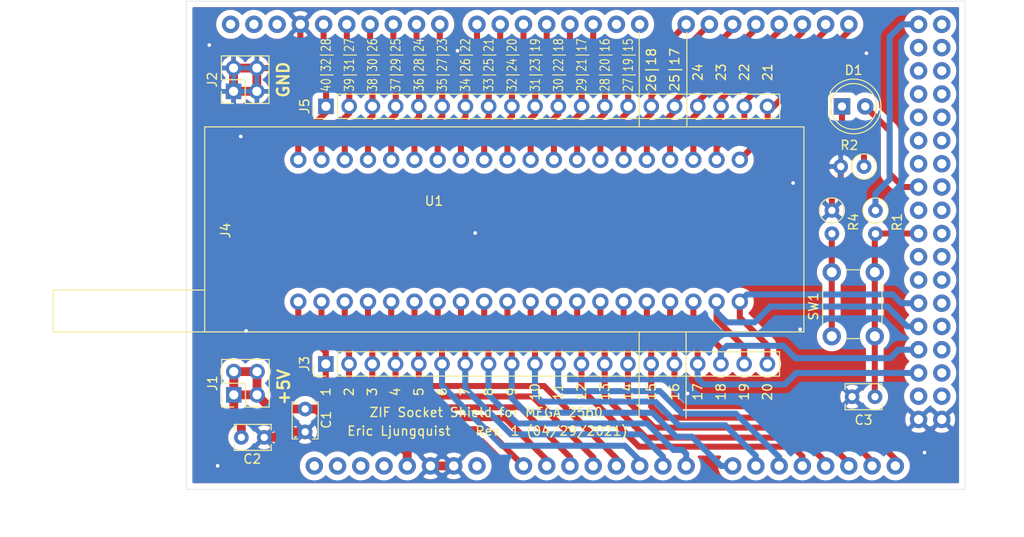
<source format=kicad_pcb>
(kicad_pcb (version 20171130) (host pcbnew "(5.1.6)-1")

  (general
    (thickness 1.6)
    (drawings 63)
    (tracks 374)
    (zones 0)
    (modules 14)
    (nets 84)
  )

  (page A4)
  (layers
    (0 F.Cu signal)
    (31 B.Cu signal)
    (32 B.Adhes user hide)
    (33 F.Adhes user hide)
    (34 B.Paste user hide)
    (35 F.Paste user hide)
    (36 B.SilkS user hide)
    (37 F.SilkS user)
    (38 B.Mask user hide)
    (39 F.Mask user hide)
    (40 Dwgs.User user)
    (41 Cmts.User user hide)
    (42 Eco1.User user hide)
    (43 Eco2.User user hide)
    (44 Edge.Cuts user)
    (45 Margin user hide)
    (46 B.CrtYd user hide)
    (47 F.CrtYd user hide)
    (48 B.Fab user hide)
    (49 F.Fab user hide)
  )

  (setup
    (last_trace_width 0.6604)
    (user_trace_width 0.1524)
    (user_trace_width 0.2032)
    (user_trace_width 0.3048)
    (user_trace_width 0.4064)
    (user_trace_width 0.508)
    (user_trace_width 0.6604)
    (user_trace_width 0.9652)
    (trace_clearance 0.2)
    (zone_clearance 0.635)
    (zone_45_only no)
    (trace_min 0.1524)
    (via_size 0.8)
    (via_drill 0.4)
    (via_min_size 0.381)
    (via_min_drill 0.254)
    (user_via 0.381 0.254)
    (user_via 0.508 0.381)
    (user_via 0.762 0.4064)
    (uvia_size 0.3)
    (uvia_drill 0.1)
    (uvias_allowed no)
    (uvia_min_size 0.2)
    (uvia_min_drill 0.1)
    (edge_width 0.05)
    (segment_width 0.2)
    (pcb_text_width 0.3)
    (pcb_text_size 1.5 1.5)
    (mod_edge_width 0.12)
    (mod_text_size 1 1)
    (mod_text_width 0.15)
    (pad_size 1.524 1.524)
    (pad_drill 0.762)
    (pad_to_mask_clearance 0.05)
    (aux_axis_origin 0 0)
    (visible_elements FFFFFF7F)
    (pcbplotparams
      (layerselection 0x010fc_ffffffff)
      (usegerberextensions false)
      (usegerberattributes true)
      (usegerberadvancedattributes true)
      (creategerberjobfile true)
      (excludeedgelayer true)
      (linewidth 0.100000)
      (plotframeref false)
      (viasonmask false)
      (mode 1)
      (useauxorigin false)
      (hpglpennumber 1)
      (hpglpenspeed 20)
      (hpglpendiameter 15.000000)
      (psnegative false)
      (psa4output false)
      (plotreference true)
      (plotvalue true)
      (plotinvisibletext false)
      (padsonsilk false)
      (subtractmaskfromsilk false)
      (outputformat 1)
      (mirror false)
      (drillshape 1)
      (scaleselection 1)
      (outputdirectory ""))
  )

  (net 0 "")
  (net 1 GND)
  (net 2 +5V)
  (net 3 /sw1)
  (net 4 /led1)
  (net 5 "Net-(D1-Pad1)")
  (net 6 /led2)
  (net 7 /p20)
  (net 8 /p19)
  (net 9 /p18)
  (net 10 /p17)
  (net 11 /p16)
  (net 12 /p15)
  (net 13 /p14)
  (net 14 /p13)
  (net 15 /P12)
  (net 16 /P11)
  (net 17 /P10)
  (net 18 /P9)
  (net 19 /p8)
  (net 20 /p7)
  (net 21 /p6)
  (net 22 /p5)
  (net 23 /p4)
  (net 24 /p3)
  (net 25 /p2)
  (net 26 /p1)
  (net 27 /p40)
  (net 28 /p39)
  (net 29 /p38)
  (net 30 /p37)
  (net 31 /p36)
  (net 32 /p35)
  (net 33 /p34)
  (net 34 /p33)
  (net 35 /p32)
  (net 36 /P31)
  (net 37 /p30)
  (net 38 /p29)
  (net 39 /p28)
  (net 40 /p27)
  (net 41 /p26)
  (net 42 /p25)
  (net 43 /p24)
  (net 44 /p23)
  (net 45 /p22)
  (net 46 /p21)
  (net 47 "Net-(R4-Pad2)")
  (net 48 "Net-(U1-Pad86)")
  (net 49 "Net-(U1-Pad85)")
  (net 50 "Net-(U1-Pad84)")
  (net 51 "Net-(U1-Pad70)")
  (net 52 "Net-(U1-Pad69)")
  (net 53 "Net-(U1-Pad57)")
  (net 54 "Net-(U1-Pad58)")
  (net 55 "Net-(U1-Pad60)")
  (net 56 "Net-(U1-Pad48)")
  (net 57 "Net-(U1-Pad47)")
  (net 58 "Net-(U1-Pad46)")
  (net 59 "Net-(U1-Pad44)")
  (net 60 "Net-(U1-Pad43)")
  (net 61 "Net-(U1-Pad42)")
  (net 62 "Net-(U1-Pad53)")
  (net 63 "Net-(U1-Pad52)")
  (net 64 "Net-(U1-Pad51)")
  (net 65 "Net-(U1-Pad55)")
  (net 66 "Net-(U1-Pad56)")
  (net 67 "Net-(U1-Pad54)")
  (net 68 "Net-(U1-Pad50)")
  (net 69 "Net-(U1-Pad40)")
  (net 70 "Net-(U1-Pad37)")
  (net 71 "Net-(U1-Pad39)")
  (net 72 "Net-(U1-Pad38)")
  (net 73 "Net-(U1-Pad36)")
  (net 74 "Net-(U1-Pad34)")
  (net 75 "Net-(U1-Pad32)")
  (net 76 "Net-(U1-Pad30)")
  (net 77 "Net-(U1-Pad28)")
  (net 78 "Net-(U1-Pad27)")
  (net 79 "Net-(U1-Pad8)")
  (net 80 "Net-(U1-Pad4)")
  (net 81 "Net-(U1-Pad3)")
  (net 82 "Net-(U1-Pad2)")
  (net 83 "Net-(U1-Pad1)")

  (net_class Default "This is the default net class."
    (clearance 0.2)
    (trace_width 0.25)
    (via_dia 0.8)
    (via_drill 0.4)
    (uvia_dia 0.3)
    (uvia_drill 0.1)
    (add_net +5V)
    (add_net /P10)
    (add_net /P11)
    (add_net /P12)
    (add_net /P31)
    (add_net /P9)
    (add_net /led1)
    (add_net /led2)
    (add_net /p1)
    (add_net /p13)
    (add_net /p14)
    (add_net /p15)
    (add_net /p16)
    (add_net /p17)
    (add_net /p18)
    (add_net /p19)
    (add_net /p2)
    (add_net /p20)
    (add_net /p21)
    (add_net /p22)
    (add_net /p23)
    (add_net /p24)
    (add_net /p25)
    (add_net /p26)
    (add_net /p27)
    (add_net /p28)
    (add_net /p29)
    (add_net /p3)
    (add_net /p30)
    (add_net /p32)
    (add_net /p33)
    (add_net /p34)
    (add_net /p35)
    (add_net /p36)
    (add_net /p37)
    (add_net /p38)
    (add_net /p39)
    (add_net /p4)
    (add_net /p40)
    (add_net /p5)
    (add_net /p6)
    (add_net /p7)
    (add_net /p8)
    (add_net /sw1)
    (add_net GND)
    (add_net "Net-(D1-Pad1)")
    (add_net "Net-(R4-Pad2)")
    (add_net "Net-(U1-Pad1)")
    (add_net "Net-(U1-Pad2)")
    (add_net "Net-(U1-Pad27)")
    (add_net "Net-(U1-Pad28)")
    (add_net "Net-(U1-Pad3)")
    (add_net "Net-(U1-Pad30)")
    (add_net "Net-(U1-Pad32)")
    (add_net "Net-(U1-Pad34)")
    (add_net "Net-(U1-Pad36)")
    (add_net "Net-(U1-Pad37)")
    (add_net "Net-(U1-Pad38)")
    (add_net "Net-(U1-Pad39)")
    (add_net "Net-(U1-Pad4)")
    (add_net "Net-(U1-Pad40)")
    (add_net "Net-(U1-Pad42)")
    (add_net "Net-(U1-Pad43)")
    (add_net "Net-(U1-Pad44)")
    (add_net "Net-(U1-Pad46)")
    (add_net "Net-(U1-Pad47)")
    (add_net "Net-(U1-Pad48)")
    (add_net "Net-(U1-Pad50)")
    (add_net "Net-(U1-Pad51)")
    (add_net "Net-(U1-Pad52)")
    (add_net "Net-(U1-Pad53)")
    (add_net "Net-(U1-Pad54)")
    (add_net "Net-(U1-Pad55)")
    (add_net "Net-(U1-Pad56)")
    (add_net "Net-(U1-Pad57)")
    (add_net "Net-(U1-Pad58)")
    (add_net "Net-(U1-Pad60)")
    (add_net "Net-(U1-Pad69)")
    (add_net "Net-(U1-Pad70)")
    (add_net "Net-(U1-Pad8)")
    (add_net "Net-(U1-Pad84)")
    (add_net "Net-(U1-Pad85)")
    (add_net "Net-(U1-Pad86)")
  )

  (module Resistor_THT:R_Axial_DIN0207_L6.3mm_D2.5mm_P2.54mm_Vertical (layer F.Cu) (tedit 5AE5139B) (tstamp 6087B7AF)
    (at 153.2509 91.5797 270)
    (descr "Resistor, Axial_DIN0207 series, Axial, Vertical, pin pitch=2.54mm, 0.25W = 1/4W, length*diameter=6.3*2.5mm^2, http://cdn-reichelt.de/documents/datenblatt/B400/1_4W%23YAG.pdf")
    (tags "Resistor Axial_DIN0207 series Axial Vertical pin pitch 2.54mm 0.25W = 1/4W length 6.3mm diameter 2.5mm")
    (path /6085D895)
    (fp_text reference R4 (at 1.27 -2.37 90) (layer F.SilkS)
      (effects (font (size 1 1) (thickness 0.15)))
    )
    (fp_text value 1K (at 1.27 2.37 90) (layer F.Fab)
      (effects (font (size 1 1) (thickness 0.15)))
    )
    (fp_text user %R (at 1.27 -2.37 90) (layer F.Fab)
      (effects (font (size 1 1) (thickness 0.15)))
    )
    (fp_circle (center 0 0) (end 1.25 0) (layer F.Fab) (width 0.1))
    (fp_circle (center 0 0) (end 1.37 0) (layer F.SilkS) (width 0.12))
    (fp_line (start 0 0) (end 2.54 0) (layer F.Fab) (width 0.1))
    (fp_line (start 1.37 0) (end 1.44 0) (layer F.SilkS) (width 0.12))
    (fp_line (start -1.5 -1.5) (end -1.5 1.5) (layer F.CrtYd) (width 0.05))
    (fp_line (start -1.5 1.5) (end 3.59 1.5) (layer F.CrtYd) (width 0.05))
    (fp_line (start 3.59 1.5) (end 3.59 -1.5) (layer F.CrtYd) (width 0.05))
    (fp_line (start 3.59 -1.5) (end -1.5 -1.5) (layer F.CrtYd) (width 0.05))
    (pad 2 thru_hole oval (at 2.54 0 270) (size 1.6 1.6) (drill 0.8) (layers *.Cu *.Mask)
      (net 47 "Net-(R4-Pad2)"))
    (pad 1 thru_hole circle (at 0 0 270) (size 1.6 1.6) (drill 0.8) (layers *.Cu *.Mask)
      (net 1 GND))
    (model ${KISYS3DMOD}/Resistor_THT.3dshapes/R_Axial_DIN0207_L6.3mm_D2.5mm_P2.54mm_Vertical.wrl
      (at (xyz 0 0 0))
      (scale (xyz 1 1 1))
      (rotate (xyz 0 0 0))
    )
  )

  (module Resistor_THT:R_Axial_DIN0207_L6.3mm_D2.5mm_P2.54mm_Vertical (layer F.Cu) (tedit 5AE5139B) (tstamp 6087B781)
    (at 156.7561 86.7791 180)
    (descr "Resistor, Axial_DIN0207 series, Axial, Vertical, pin pitch=2.54mm, 0.25W = 1/4W, length*diameter=6.3*2.5mm^2, http://cdn-reichelt.de/documents/datenblatt/B400/1_4W%23YAG.pdf")
    (tags "Resistor Axial_DIN0207 series Axial Vertical pin pitch 2.54mm 0.25W = 1/4W length 6.3mm diameter 2.5mm")
    (path /6085B6B4)
    (fp_text reference R2 (at 1.6002 2.3241) (layer F.SilkS)
      (effects (font (size 1 1) (thickness 0.15)))
    )
    (fp_text value 430 (at 1.27 2.37) (layer F.Fab)
      (effects (font (size 1 1) (thickness 0.15)))
    )
    (fp_text user %R (at 1.27 -2.37) (layer F.Fab)
      (effects (font (size 1 1) (thickness 0.15)))
    )
    (fp_circle (center 0 0) (end 1.25 0) (layer F.Fab) (width 0.1))
    (fp_circle (center 0 0) (end 1.37 0) (layer F.SilkS) (width 0.12))
    (fp_line (start 0 0) (end 2.54 0) (layer F.Fab) (width 0.1))
    (fp_line (start 1.37 0) (end 1.44 0) (layer F.SilkS) (width 0.12))
    (fp_line (start -1.5 -1.5) (end -1.5 1.5) (layer F.CrtYd) (width 0.05))
    (fp_line (start -1.5 1.5) (end 3.59 1.5) (layer F.CrtYd) (width 0.05))
    (fp_line (start 3.59 1.5) (end 3.59 -1.5) (layer F.CrtYd) (width 0.05))
    (fp_line (start 3.59 -1.5) (end -1.5 -1.5) (layer F.CrtYd) (width 0.05))
    (pad 2 thru_hole oval (at 2.54 0 180) (size 1.6 1.6) (drill 0.8) (layers *.Cu *.Mask)
      (net 1 GND))
    (pad 1 thru_hole circle (at 0 0 180) (size 1.6 1.6) (drill 0.8) (layers *.Cu *.Mask)
      (net 5 "Net-(D1-Pad1)"))
    (model ${KISYS3DMOD}/Resistor_THT.3dshapes/R_Axial_DIN0207_L6.3mm_D2.5mm_P2.54mm_Vertical.wrl
      (at (xyz 0 0 0))
      (scale (xyz 1 1 1))
      (rotate (xyz 0 0 0))
    )
  )

  (module Resistor_THT:R_Axial_DIN0207_L6.3mm_D2.5mm_P2.54mm_Vertical (layer F.Cu) (tedit 5AE5139B) (tstamp 6087B76A)
    (at 158.0134 91.5924 270)
    (descr "Resistor, Axial_DIN0207 series, Axial, Vertical, pin pitch=2.54mm, 0.25W = 1/4W, length*diameter=6.3*2.5mm^2, http://cdn-reichelt.de/documents/datenblatt/B400/1_4W%23YAG.pdf")
    (tags "Resistor Axial_DIN0207 series Axial Vertical pin pitch 2.54mm 0.25W = 1/4W length 6.3mm diameter 2.5mm")
    (path /6086133D)
    (fp_text reference R1 (at 1.27 -2.37 90) (layer F.SilkS)
      (effects (font (size 1 1) (thickness 0.15)))
    )
    (fp_text value 10K (at 1.27 2.37 90) (layer F.Fab)
      (effects (font (size 1 1) (thickness 0.15)))
    )
    (fp_text user %R (at 1.27 -2.37 90) (layer F.Fab)
      (effects (font (size 1 1) (thickness 0.15)))
    )
    (fp_circle (center 0 0) (end 1.25 0) (layer F.Fab) (width 0.1))
    (fp_circle (center 0 0) (end 1.37 0) (layer F.SilkS) (width 0.12))
    (fp_line (start 0 0) (end 2.54 0) (layer F.Fab) (width 0.1))
    (fp_line (start 1.37 0) (end 1.44 0) (layer F.SilkS) (width 0.12))
    (fp_line (start -1.5 -1.5) (end -1.5 1.5) (layer F.CrtYd) (width 0.05))
    (fp_line (start -1.5 1.5) (end 3.59 1.5) (layer F.CrtYd) (width 0.05))
    (fp_line (start 3.59 1.5) (end 3.59 -1.5) (layer F.CrtYd) (width 0.05))
    (fp_line (start 3.59 -1.5) (end -1.5 -1.5) (layer F.CrtYd) (width 0.05))
    (pad 2 thru_hole oval (at 2.54 0 270) (size 1.6 1.6) (drill 0.8) (layers *.Cu *.Mask)
      (net 3 /sw1))
    (pad 1 thru_hole circle (at 0 0 270) (size 1.6 1.6) (drill 0.8) (layers *.Cu *.Mask)
      (net 2 +5V))
    (model ${KISYS3DMOD}/Resistor_THT.3dshapes/R_Axial_DIN0207_L6.3mm_D2.5mm_P2.54mm_Vertical.wrl
      (at (xyz 0 0 0))
      (scale (xyz 1 1 1))
      (rotate (xyz 0 0 0))
    )
  )

  (module Connector_PinHeader_2.54mm:PinHeader_2x02_P2.54mm_Vertical (layer F.Cu) (tedit 59FED5CC) (tstamp 6087B6D0)
    (at 87.8586 78.5622 90)
    (descr "Through hole straight pin header, 2x02, 2.54mm pitch, double rows")
    (tags "Through hole pin header THT 2x02 2.54mm double row")
    (path /607DF843)
    (fp_text reference J2 (at 1.27 -2.33 90) (layer F.SilkS)
      (effects (font (size 1 1) (thickness 0.15)))
    )
    (fp_text value Conn_01x04 (at 1.27 4.87 90) (layer F.Fab)
      (effects (font (size 1 1) (thickness 0.15)))
    )
    (fp_text user %R (at 1.27 1.27) (layer F.Fab)
      (effects (font (size 1 1) (thickness 0.15)))
    )
    (fp_line (start 0 -1.27) (end 3.81 -1.27) (layer F.Fab) (width 0.1))
    (fp_line (start 3.81 -1.27) (end 3.81 3.81) (layer F.Fab) (width 0.1))
    (fp_line (start 3.81 3.81) (end -1.27 3.81) (layer F.Fab) (width 0.1))
    (fp_line (start -1.27 3.81) (end -1.27 0) (layer F.Fab) (width 0.1))
    (fp_line (start -1.27 0) (end 0 -1.27) (layer F.Fab) (width 0.1))
    (fp_line (start -1.33 3.87) (end 3.87 3.87) (layer F.SilkS) (width 0.12))
    (fp_line (start -1.33 1.27) (end -1.33 3.87) (layer F.SilkS) (width 0.12))
    (fp_line (start 3.87 -1.33) (end 3.87 3.87) (layer F.SilkS) (width 0.12))
    (fp_line (start -1.33 1.27) (end 1.27 1.27) (layer F.SilkS) (width 0.12))
    (fp_line (start 1.27 1.27) (end 1.27 -1.33) (layer F.SilkS) (width 0.12))
    (fp_line (start 1.27 -1.33) (end 3.87 -1.33) (layer F.SilkS) (width 0.12))
    (fp_line (start -1.33 0) (end -1.33 -1.33) (layer F.SilkS) (width 0.12))
    (fp_line (start -1.33 -1.33) (end 0 -1.33) (layer F.SilkS) (width 0.12))
    (fp_line (start -1.8 -1.8) (end -1.8 4.35) (layer F.CrtYd) (width 0.05))
    (fp_line (start -1.8 4.35) (end 4.35 4.35) (layer F.CrtYd) (width 0.05))
    (fp_line (start 4.35 4.35) (end 4.35 -1.8) (layer F.CrtYd) (width 0.05))
    (fp_line (start 4.35 -1.8) (end -1.8 -1.8) (layer F.CrtYd) (width 0.05))
    (pad 4 thru_hole oval (at 2.54 2.54 90) (size 1.7 1.7) (drill 1) (layers *.Cu *.Mask)
      (net 1 GND))
    (pad 3 thru_hole oval (at 0 2.54 90) (size 1.7 1.7) (drill 1) (layers *.Cu *.Mask)
      (net 1 GND))
    (pad 2 thru_hole oval (at 2.54 0 90) (size 1.7 1.7) (drill 1) (layers *.Cu *.Mask)
      (net 1 GND))
    (pad 1 thru_hole rect (at 0 0 90) (size 1.7 1.7) (drill 1) (layers *.Cu *.Mask)
      (net 1 GND))
    (model ${KISYS3DMOD}/Connector_PinHeader_2.54mm.3dshapes/PinHeader_2x02_P2.54mm_Vertical.wrl
      (at (xyz 0 0 0))
      (scale (xyz 1 1 1))
      (rotate (xyz 0 0 0))
    )
  )

  (module Connector_PinHeader_2.54mm:PinHeader_2x02_P2.54mm_Vertical (layer F.Cu) (tedit 59FED5CC) (tstamp 6087B6B8)
    (at 87.884 111.7346 90)
    (descr "Through hole straight pin header, 2x02, 2.54mm pitch, double rows")
    (tags "Through hole pin header THT 2x02 2.54mm double row")
    (path /607DED61)
    (fp_text reference J1 (at 1.27 -2.33 90) (layer F.SilkS)
      (effects (font (size 1 1) (thickness 0.15)))
    )
    (fp_text value Conn_01x04 (at 1.27 4.87 90) (layer F.Fab)
      (effects (font (size 1 1) (thickness 0.15)))
    )
    (fp_text user %R (at 1.27 1.27) (layer F.Fab)
      (effects (font (size 1 1) (thickness 0.15)))
    )
    (fp_line (start 0 -1.27) (end 3.81 -1.27) (layer F.Fab) (width 0.1))
    (fp_line (start 3.81 -1.27) (end 3.81 3.81) (layer F.Fab) (width 0.1))
    (fp_line (start 3.81 3.81) (end -1.27 3.81) (layer F.Fab) (width 0.1))
    (fp_line (start -1.27 3.81) (end -1.27 0) (layer F.Fab) (width 0.1))
    (fp_line (start -1.27 0) (end 0 -1.27) (layer F.Fab) (width 0.1))
    (fp_line (start -1.33 3.87) (end 3.87 3.87) (layer F.SilkS) (width 0.12))
    (fp_line (start -1.33 1.27) (end -1.33 3.87) (layer F.SilkS) (width 0.12))
    (fp_line (start 3.87 -1.33) (end 3.87 3.87) (layer F.SilkS) (width 0.12))
    (fp_line (start -1.33 1.27) (end 1.27 1.27) (layer F.SilkS) (width 0.12))
    (fp_line (start 1.27 1.27) (end 1.27 -1.33) (layer F.SilkS) (width 0.12))
    (fp_line (start 1.27 -1.33) (end 3.87 -1.33) (layer F.SilkS) (width 0.12))
    (fp_line (start -1.33 0) (end -1.33 -1.33) (layer F.SilkS) (width 0.12))
    (fp_line (start -1.33 -1.33) (end 0 -1.33) (layer F.SilkS) (width 0.12))
    (fp_line (start -1.8 -1.8) (end -1.8 4.35) (layer F.CrtYd) (width 0.05))
    (fp_line (start -1.8 4.35) (end 4.35 4.35) (layer F.CrtYd) (width 0.05))
    (fp_line (start 4.35 4.35) (end 4.35 -1.8) (layer F.CrtYd) (width 0.05))
    (fp_line (start 4.35 -1.8) (end -1.8 -1.8) (layer F.CrtYd) (width 0.05))
    (pad 4 thru_hole oval (at 2.54 2.54 90) (size 1.7 1.7) (drill 1) (layers *.Cu *.Mask)
      (net 2 +5V))
    (pad 3 thru_hole oval (at 0 2.54 90) (size 1.7 1.7) (drill 1) (layers *.Cu *.Mask)
      (net 2 +5V))
    (pad 2 thru_hole oval (at 2.54 0 90) (size 1.7 1.7) (drill 1) (layers *.Cu *.Mask)
      (net 2 +5V))
    (pad 1 thru_hole rect (at 0 0 90) (size 1.7 1.7) (drill 1) (layers *.Cu *.Mask)
      (net 2 +5V))
    (model ${KISYS3DMOD}/Connector_PinHeader_2.54mm.3dshapes/PinHeader_2x02_P2.54mm_Vertical.wrl
      (at (xyz 0 0 0))
      (scale (xyz 1 1 1))
      (rotate (xyz 0 0 0))
    )
  )

  (module Erics_Footprints:Arduino_MEGA_2560_Shield (layer F.Cu) (tedit 60864B4A) (tstamp 6087B857)
    (at 68.7432 122.0414)
    (path /60848871)
    (fp_text reference U1 (at 41.021 -31.496) (layer F.SilkS)
      (effects (font (size 1 1) (thickness 0.15)))
    )
    (fp_text value Arduino_Mega_2560 (at 41.529 -33.528) (layer F.Fab)
      (effects (font (size 1 1) (thickness 0.15)))
    )
    (fp_text user pin (at 5.842 -6.731) (layer Dwgs.User)
      (effects (font (size 1 1) (thickness 0.15)))
    )
    (fp_text user "taller than" (at 5.969 -8.763) (layer Dwgs.User)
      (effects (font (size 1 1) (thickness 0.15)))
    )
    (fp_text user "Power jack" (at 5.715 -10.668) (layer Dwgs.User)
      (effects (font (size 1 1) (thickness 0.15)))
    )
    (fp_text user headers (at 6.096 -4.953) (layer Dwgs.User)
      (effects (font (size 1 1) (thickness 0.15)))
    )
    (fp_text user headers (at 4.699 -35.306) (layer Dwgs.User)
      (effects (font (size 1 1) (thickness 0.15)))
    )
    (fp_text user pin (at 4.445 -37.084) (layer Dwgs.User)
      (effects (font (size 1 1) (thickness 0.15)))
    )
    (fp_text user "taller than" (at 4.572 -39.116) (layer Dwgs.User)
      (effects (font (size 1 1) (thickness 0.15)))
    )
    (fp_text user USB (at 4.318 -41.021) (layer Dwgs.User)
      (effects (font (size 1 1) (thickness 0.15)))
    )
    (fp_line (start 0 -53.34) (end 0 0) (layer Dwgs.User) (width 0.12))
    (fp_line (start 0 0) (end 99.06 0) (layer Dwgs.User) (width 0.12))
    (fp_circle (center 96.52 -2.54) (end 98.1075 -2.54) (layer Dwgs.User) (width 0.12))
    (fp_circle (center 90.17 -50.8) (end 91.7575 -50.8) (layer Dwgs.User) (width 0.12))
    (fp_circle (center 66.04 -7.62) (end 67.6275 -7.62) (layer Dwgs.User) (width 0.12))
    (fp_circle (center 66.04 -35.56) (end 67.6275 -35.56) (layer Dwgs.User) (width 0.12))
    (fp_circle (center 13.97 -2.54) (end 15.5575 -2.54) (layer Dwgs.User) (width 0.12))
    (fp_circle (center 15.24 -50.8) (end 16.8275 -50.8) (layer Dwgs.User) (width 0.12))
    (fp_line (start 99.06 -1.27) (end 101.6 -3.81) (layer Dwgs.User) (width 0.12))
    (fp_line (start 101.6 -3.81) (end 101.6 -38.1) (layer Dwgs.User) (width 0.12))
    (fp_line (start 101.6 -38.1) (end 99.06 -40.64) (layer Dwgs.User) (width 0.12))
    (fp_line (start 99.06 -50.8) (end 96.52 -53.34) (layer Dwgs.User) (width 0.12))
    (fp_line (start 99.06 -50.8) (end 99.06 -40.64) (layer Dwgs.User) (width 0.12))
    (fp_line (start 99.06 -1.27) (end 99.06 0) (layer Dwgs.User) (width 0.12))
    (fp_line (start 96.52 -53.34) (end 0 -53.34) (layer Dwgs.User) (width 0.12))
    (fp_line (start 0 -32.385) (end 9.525 -32.385) (layer Dwgs.User) (width 0.12))
    (fp_line (start 9.525 -32.385) (end 9.525 -43.815) (layer Dwgs.User) (width 0.12))
    (fp_line (start 9.525 -43.815) (end 0 -43.815) (layer Dwgs.User) (width 0.12))
    (fp_line (start 0 -43.815) (end -6.35 -43.815) (layer Dwgs.User) (width 0.12))
    (fp_line (start 0 -32.385) (end -6.35 -32.258) (layer Dwgs.User) (width 0.12))
    (fp_line (start -6.35 -32.258) (end -6.35 -43.815) (layer Dwgs.User) (width 0.12))
    (fp_line (start 15.24 -52.3875) (end 15.24 -49.276) (layer Dwgs.User) (width 0.12))
    (fp_line (start 16.8275 -50.8) (end 13.6525 -50.8) (layer Dwgs.User) (width 0.12))
    (fp_line (start 13.97 -4.1275) (end 13.97 -0.9525) (layer Dwgs.User) (width 0.12))
    (fp_line (start 12.3825 -2.54) (end 15.5575 -2.54) (layer Dwgs.User) (width 0.12))
    (fp_line (start 66.04 -6.0325) (end 66.04 -9.2075) (layer Dwgs.User) (width 0.12))
    (fp_line (start 67.6275 -7.62) (end 64.4525 -7.62) (layer Dwgs.User) (width 0.12))
    (fp_line (start 96.52 -4.1275) (end 96.52 -0.9525) (layer Dwgs.User) (width 0.12))
    (fp_line (start 98.1075 -2.54) (end 94.9325 -2.54) (layer Dwgs.User) (width 0.12))
    (fp_line (start 90.17 -52.3875) (end 90.17 -49.2125) (layer Dwgs.User) (width 0.12))
    (fp_line (start 91.7575 -50.8) (end 88.5825 -50.8) (layer Dwgs.User) (width 0.12))
    (fp_line (start 66.04 -37.1475) (end 66.04 -33.9725) (layer Dwgs.User) (width 0.12))
    (fp_line (start 64.4525 -35.56) (end 67.564 -35.56) (layer Dwgs.User) (width 0.12))
    (fp_line (start 0 -3.175) (end 11.43 -3.175) (layer Dwgs.User) (width 0.12))
    (fp_line (start 0 -12.065) (end 11.43 -12.065) (layer Dwgs.User) (width 0.12))
    (fp_line (start 11.43 -12.065) (end 11.43 -3.175) (layer Dwgs.User) (width 0.12))
    (fp_line (start 0 -12.065) (end -1.905 -12.065) (layer Dwgs.User) (width 0.12))
    (fp_line (start -1.905 -12.065) (end -1.905 -3.175) (layer Dwgs.User) (width 0.12))
    (fp_line (start -1.905 -3.175) (end 0 -3.175) (layer Dwgs.User) (width 0.12))
    (pad 86 thru_hole circle (at 18.796 -50.8) (size 1.905 1.905) (drill 1.016) (layers *.Cu *.Mask)
      (net 48 "Net-(U1-Pad86)"))
    (pad 85 thru_hole circle (at 21.336 -50.8) (size 1.905 1.905) (drill 1.016) (layers *.Cu *.Mask)
      (net 49 "Net-(U1-Pad85)"))
    (pad 82 thru_hole circle (at 28.956 -50.8) (size 1.905 1.905) (drill 1.016) (layers *.Cu *.Mask)
      (net 27 /p40))
    (pad 84 thru_hole circle (at 23.876 -50.8) (size 1.905 1.905) (drill 1.016) (layers *.Cu *.Mask)
      (net 50 "Net-(U1-Pad84)"))
    (pad 79 thru_hole circle (at 36.576 -50.8) (size 1.905 1.905) (drill 1.016) (layers *.Cu *.Mask)
      (net 30 /p37))
    (pad 78 thru_hole circle (at 39.116 -50.8) (size 1.905 1.905) (drill 1.016) (layers *.Cu *.Mask)
      (net 31 /p36))
    (pad 80 thru_hole circle (at 34.036 -50.8) (size 1.905 1.905) (drill 1.016) (layers *.Cu *.Mask)
      (net 29 /p38))
    (pad 81 thru_hole circle (at 31.496 -50.8) (size 1.905 1.905) (drill 1.016) (layers *.Cu *.Mask)
      (net 28 /p39))
    (pad 77 thru_hole circle (at 41.656 -50.8) (size 1.905 1.905) (drill 1.016) (layers *.Cu *.Mask)
      (net 32 /p35))
    (pad 83 thru_hole circle (at 26.416 -50.8) (size 1.905 1.905) (drill 1.016) (layers *.Cu *.Mask)
      (net 1 GND))
    (pad 70 thru_hole circle (at 60.96 -50.8) (size 1.905 1.905) (drill 1.016) (layers *.Cu *.Mask)
      (net 51 "Net-(U1-Pad70)"))
    (pad 69 thru_hole circle (at 63.5 -50.8) (size 1.905 1.905) (drill 1.016) (layers *.Cu *.Mask)
      (net 52 "Net-(U1-Pad69)"))
    (pad 74 thru_hole circle (at 50.8 -50.8) (size 1.905 1.905) (drill 1.016) (layers *.Cu *.Mask)
      (net 35 /p32))
    (pad 73 thru_hole circle (at 53.34 -50.8) (size 1.905 1.905) (drill 1.016) (layers *.Cu *.Mask)
      (net 36 /P31))
    (pad 72 thru_hole circle (at 55.88 -50.8) (size 1.905 1.905) (drill 1.016) (layers *.Cu *.Mask)
      (net 37 /p30))
    (pad 71 thru_hole circle (at 58.42 -50.8) (size 1.905 1.905) (drill 1.016) (layers *.Cu *.Mask)
      (net 38 /p29))
    (pad 76 thru_hole circle (at 45.72 -50.8) (size 1.905 1.905) (drill 1.016) (layers *.Cu *.Mask)
      (net 33 /p34))
    (pad 75 thru_hole circle (at 48.26 -50.8) (size 1.905 1.905) (drill 1.016) (layers *.Cu *.Mask)
      (net 34 /p33))
    (pad 68 thru_hole circle (at 68.58 -50.8) (size 1.905 1.905) (drill 1.016) (layers *.Cu *.Mask)
      (net 39 /p28))
    (pad 67 thru_hole circle (at 71.12 -50.8) (size 1.905 1.905) (drill 1.016) (layers *.Cu *.Mask)
      (net 40 /p27))
    (pad 66 thru_hole circle (at 73.66 -50.8) (size 1.905 1.905) (drill 1.016) (layers *.Cu *.Mask)
      (net 41 /p26))
    (pad 65 thru_hole circle (at 76.2 -50.8) (size 1.905 1.905) (drill 1.016) (layers *.Cu *.Mask)
      (net 42 /p25))
    (pad 64 thru_hole circle (at 78.74 -50.8) (size 1.905 1.905) (drill 1.016) (layers *.Cu *.Mask)
      (net 43 /p24))
    (pad 63 thru_hole circle (at 81.28 -50.8) (size 1.905 1.905) (drill 1.016) (layers *.Cu *.Mask)
      (net 44 /p23))
    (pad 62 thru_hole circle (at 83.82 -50.8) (size 1.905 1.905) (drill 1.016) (layers *.Cu *.Mask)
      (net 45 /p22))
    (pad 61 thru_hole circle (at 86.36 -50.8) (size 1.905 1.905) (drill 1.016) (layers *.Cu *.Mask)
      (net 46 /p21))
    (pad 57 thru_hole circle (at 93.98 -48.26) (size 1.905 1.905) (drill 1.016) (layers *.Cu *.Mask)
      (net 53 "Net-(U1-Pad57)"))
    (pad 59 thru_hole circle (at 93.98 -50.8) (size 1.905 1.905) (drill 1.016) (layers *.Cu *.Mask)
      (net 2 +5V))
    (pad 58 thru_hole circle (at 96.52 -48.26) (size 1.905 1.905) (drill 1.016) (layers *.Cu *.Mask)
      (net 54 "Net-(U1-Pad58)"))
    (pad 60 thru_hole circle (at 96.52 -50.8) (size 1.905 1.905) (drill 1.016) (layers *.Cu *.Mask)
      (net 55 "Net-(U1-Pad60)"))
    (pad 48 thru_hole circle (at 96.52 -35.56) (size 1.905 1.905) (drill 1.016) (layers *.Cu *.Mask)
      (net 56 "Net-(U1-Pad48)"))
    (pad 45 thru_hole circle (at 93.98 -33.02) (size 1.905 1.905) (drill 1.016) (layers *.Cu *.Mask)
      (net 4 /led1))
    (pad 47 thru_hole circle (at 93.98 -35.56) (size 1.905 1.905) (drill 1.016) (layers *.Cu *.Mask)
      (net 57 "Net-(U1-Pad47)"))
    (pad 46 thru_hole circle (at 96.52 -33.02) (size 1.905 1.905) (drill 1.016) (layers *.Cu *.Mask)
      (net 58 "Net-(U1-Pad46)"))
    (pad 44 thru_hole circle (at 96.52 -30.48) (size 1.905 1.905) (drill 1.016) (layers *.Cu *.Mask)
      (net 59 "Net-(U1-Pad44)"))
    (pad 43 thru_hole circle (at 93.98 -30.48) (size 1.905 1.905) (drill 1.016) (layers *.Cu *.Mask)
      (net 60 "Net-(U1-Pad43)"))
    (pad 42 thru_hole circle (at 96.52 -27.94) (size 1.905 1.905) (drill 1.016) (layers *.Cu *.Mask)
      (net 61 "Net-(U1-Pad42)"))
    (pad 41 thru_hole circle (at 93.98 -27.94) (size 1.905 1.905) (drill 1.016) (layers *.Cu *.Mask)
      (net 3 /sw1))
    (pad 53 thru_hole circle (at 93.98 -43.18) (size 1.905 1.905) (drill 1.016) (layers *.Cu *.Mask)
      (net 62 "Net-(U1-Pad53)"))
    (pad 52 thru_hole circle (at 96.52 -40.64) (size 1.905 1.905) (drill 1.016) (layers *.Cu *.Mask)
      (net 63 "Net-(U1-Pad52)"))
    (pad 51 thru_hole circle (at 93.98 -40.64) (size 1.905 1.905) (drill 1.016) (layers *.Cu *.Mask)
      (net 64 "Net-(U1-Pad51)"))
    (pad 49 thru_hole circle (at 93.98 -38.1) (size 1.905 1.905) (drill 1.016) (layers *.Cu *.Mask)
      (net 6 /led2))
    (pad 55 thru_hole circle (at 93.98 -45.72) (size 1.905 1.905) (drill 1.016) (layers *.Cu *.Mask)
      (net 65 "Net-(U1-Pad55)"))
    (pad 56 thru_hole circle (at 96.52 -45.72) (size 1.905 1.905) (drill 1.016) (layers *.Cu *.Mask)
      (net 66 "Net-(U1-Pad56)"))
    (pad 54 thru_hole circle (at 96.52 -43.18) (size 1.905 1.905) (drill 1.016) (layers *.Cu *.Mask)
      (net 67 "Net-(U1-Pad54)"))
    (pad 50 thru_hole circle (at 96.52 -38.1) (size 1.905 1.905) (drill 1.016) (layers *.Cu *.Mask)
      (net 68 "Net-(U1-Pad50)"))
    (pad 40 thru_hole circle (at 96.52 -25.4) (size 1.905 1.905) (drill 1.016) (layers *.Cu *.Mask)
      (net 69 "Net-(U1-Pad40)"))
    (pad 37 thru_hole circle (at 93.98 -22.86) (size 1.905 1.905) (drill 1.016) (layers *.Cu *.Mask)
      (net 70 "Net-(U1-Pad37)"))
    (pad 39 thru_hole circle (at 93.98 -25.4) (size 1.905 1.905) (drill 1.016) (layers *.Cu *.Mask)
      (net 71 "Net-(U1-Pad39)"))
    (pad 38 thru_hole circle (at 96.52 -22.86) (size 1.905 1.905) (drill 1.016) (layers *.Cu *.Mask)
      (net 72 "Net-(U1-Pad38)"))
    (pad 36 thru_hole circle (at 96.52 -20.32) (size 1.905 1.905) (drill 1.016) (layers *.Cu *.Mask)
      (net 73 "Net-(U1-Pad36)"))
    (pad 35 thru_hole circle (at 93.98 -20.32) (size 1.905 1.905) (drill 1.016) (layers *.Cu *.Mask)
      (net 7 /p20))
    (pad 34 thru_hole circle (at 96.52 -17.78) (size 1.905 1.905) (drill 1.016) (layers *.Cu *.Mask)
      (net 74 "Net-(U1-Pad34)"))
    (pad 33 thru_hole circle (at 93.98 -17.78) (size 1.905 1.905) (drill 1.016) (layers *.Cu *.Mask)
      (net 8 /p19))
    (pad 32 thru_hole circle (at 96.52 -15.24) (size 1.905 1.905) (drill 1.016) (layers *.Cu *.Mask)
      (net 75 "Net-(U1-Pad32)"))
    (pad 31 thru_hole circle (at 93.98 -15.24) (size 1.905 1.905) (drill 1.016) (layers *.Cu *.Mask)
      (net 9 /p18))
    (pad 30 thru_hole circle (at 96.52 -12.7) (size 1.905 1.905) (drill 1.016) (layers *.Cu *.Mask)
      (net 76 "Net-(U1-Pad30)"))
    (pad 29 thru_hole circle (at 93.98 -12.7) (size 1.905 1.905) (drill 1.016) (layers *.Cu *.Mask)
      (net 10 /p17))
    (pad 28 thru_hole circle (at 96.52 -10.16) (size 1.905 1.905) (drill 1.016) (layers *.Cu *.Mask)
      (net 77 "Net-(U1-Pad28)"))
    (pad 27 thru_hole circle (at 93.98 -10.16) (size 1.905 1.905) (drill 1.016) (layers *.Cu *.Mask)
      (net 78 "Net-(U1-Pad27)"))
    (pad 26 thru_hole circle (at 96.52 -7.62) (size 1.905 1.905) (drill 1.016) (layers *.Cu *.Mask)
      (net 1 GND))
    (pad 25 thru_hole circle (at 93.98 -7.62) (size 1.905 1.905) (drill 1.016) (layers *.Cu *.Mask)
      (net 1 GND))
    (pad 24 thru_hole circle (at 91.44 -2.54) (size 1.905 1.905) (drill 1.016) (layers *.Cu *.Mask)
      (net 11 /p16))
    (pad 23 thru_hole circle (at 88.9 -2.54) (size 1.905 1.905) (drill 1.016) (layers *.Cu *.Mask)
      (net 12 /p15))
    (pad 22 thru_hole circle (at 86.36 -2.54) (size 1.905 1.905) (drill 1.016) (layers *.Cu *.Mask)
      (net 13 /p14))
    (pad 21 thru_hole circle (at 83.82 -2.54) (size 1.905 1.905) (drill 1.016) (layers *.Cu *.Mask)
      (net 14 /p13))
    (pad 20 thru_hole circle (at 81.28 -2.54) (size 1.905 1.905) (drill 1.016) (layers *.Cu *.Mask)
      (net 15 /P12))
    (pad 19 thru_hole circle (at 78.74 -2.54) (size 1.905 1.905) (drill 1.016) (layers *.Cu *.Mask)
      (net 16 /P11))
    (pad 18 thru_hole circle (at 76.2 -2.54) (size 1.905 1.905) (drill 1.016) (layers *.Cu *.Mask)
      (net 17 /P10))
    (pad 17 thru_hole circle (at 73.66 -2.54) (size 1.905 1.905) (drill 1.016) (layers *.Cu *.Mask)
      (net 18 /P9))
    (pad 16 thru_hole circle (at 68.58 -2.54) (size 1.905 1.905) (drill 1.016) (layers *.Cu *.Mask)
      (net 19 /p8))
    (pad 15 thru_hole circle (at 66.04 -2.54) (size 1.905 1.905) (drill 1.016) (layers *.Cu *.Mask)
      (net 20 /p7))
    (pad 14 thru_hole circle (at 63.5 -2.54) (size 1.905 1.905) (drill 1.016) (layers *.Cu *.Mask)
      (net 21 /p6))
    (pad 13 thru_hole circle (at 60.96 -2.54) (size 1.905 1.905) (drill 1.016) (layers *.Cu *.Mask)
      (net 22 /p5))
    (pad 12 thru_hole circle (at 58.42 -2.54) (size 1.905 1.905) (drill 1.016) (layers *.Cu *.Mask)
      (net 23 /p4))
    (pad 11 thru_hole circle (at 55.88 -2.54) (size 1.905 1.905) (drill 1.016) (layers *.Cu *.Mask)
      (net 24 /p3))
    (pad 10 thru_hole circle (at 53.34 -2.54) (size 1.905 1.905) (drill 1.016) (layers *.Cu *.Mask)
      (net 25 /p2))
    (pad 9 thru_hole circle (at 50.8 -2.54) (size 1.905 1.905) (drill 1.016) (layers *.Cu *.Mask)
      (net 26 /p1))
    (pad 8 thru_hole circle (at 45.72 -2.54) (size 1.905 1.905) (drill 1.016) (layers *.Cu *.Mask)
      (net 79 "Net-(U1-Pad8)"))
    (pad 7 thru_hole circle (at 43.18 -2.54) (size 1.905 1.905) (drill 1.016) (layers *.Cu *.Mask)
      (net 1 GND))
    (pad 6 thru_hole circle (at 40.64 -2.54) (size 1.905 1.905) (drill 1.016) (layers *.Cu *.Mask)
      (net 1 GND))
    (pad 5 thru_hole circle (at 38.1 -2.54) (size 1.905 1.905) (drill 1.016) (layers *.Cu *.Mask)
      (net 2 +5V))
    (pad 4 thru_hole circle (at 35.56 -2.54) (size 1.905 1.905) (drill 1.016) (layers *.Cu *.Mask)
      (net 80 "Net-(U1-Pad4)"))
    (pad 3 thru_hole circle (at 33.02 -2.54) (size 1.905 1.905) (drill 1.016) (layers *.Cu *.Mask)
      (net 81 "Net-(U1-Pad3)"))
    (pad 2 thru_hole circle (at 30.48 -2.54) (size 1.905 1.905) (drill 1.016) (layers *.Cu *.Mask)
      (net 82 "Net-(U1-Pad2)"))
    (pad 1 thru_hole circle (at 27.94 -2.54) (size 1.905 1.905) (drill 1.016) (layers *.Cu *.Mask)
      (net 83 "Net-(U1-Pad1)"))
  )

  (module Erics_Footprints:SW_PUSH_6.5mm_H4.5mm (layer F.Cu) (tedit 6087A1A5) (tstamp 6087B7CE)
    (at 153.2382 105.3338 90)
    (descr "tactile push button, 6.5mm x 4.5mm")
    (tags "tact sw push 6mm")
    (path /6085615B)
    (fp_text reference SW1 (at 3.25 -2 90) (layer F.SilkS)
      (effects (font (size 1 1) (thickness 0.15)))
    )
    (fp_text value SW_Push (at 3.75 6.7 90) (layer F.Fab)
      (effects (font (size 1 1) (thickness 0.15)))
    )
    (fp_text user %R (at 3.25 2.25 90) (layer F.Fab)
      (effects (font (size 1 1) (thickness 0.15)))
    )
    (fp_line (start 3.25 -0.75) (end 6.25 -0.75) (layer F.Fab) (width 0.1))
    (fp_line (start 6.25 -0.75) (end 6.25 5.25) (layer F.Fab) (width 0.1))
    (fp_line (start 6.25 5.25) (end 0.25 5.25) (layer F.Fab) (width 0.1))
    (fp_line (start 0.25 5.25) (end 0.25 -0.75) (layer F.Fab) (width 0.1))
    (fp_line (start 0.25 -0.75) (end 3.25 -0.75) (layer F.Fab) (width 0.1))
    (fp_line (start 7.75 6) (end 8 6) (layer F.CrtYd) (width 0.05))
    (fp_line (start 8 6) (end 8 5.75) (layer F.CrtYd) (width 0.05))
    (fp_line (start 7.75 -1.5) (end 8 -1.5) (layer F.CrtYd) (width 0.05))
    (fp_line (start 8 -1.5) (end 8 -1.25) (layer F.CrtYd) (width 0.05))
    (fp_line (start -1.5 -1.25) (end -1.5 -1.5) (layer F.CrtYd) (width 0.05))
    (fp_line (start -1.5 -1.5) (end -1.25 -1.5) (layer F.CrtYd) (width 0.05))
    (fp_line (start -1.5 5.75) (end -1.5 6) (layer F.CrtYd) (width 0.05))
    (fp_line (start -1.5 6) (end -1.25 6) (layer F.CrtYd) (width 0.05))
    (fp_line (start -1.25 -1.5) (end 7.75 -1.5) (layer F.CrtYd) (width 0.05))
    (fp_line (start -1.5 5.75) (end -1.5 -1.25) (layer F.CrtYd) (width 0.05))
    (fp_line (start 7.75 6) (end -1.25 6) (layer F.CrtYd) (width 0.05))
    (fp_line (start 8 -1.25) (end 8 5.75) (layer F.CrtYd) (width 0.05))
    (fp_line (start 1.2192 5.4864) (end 5.7192 5.4864) (layer F.SilkS) (width 0.12))
    (fp_line (start -0.25 1.5) (end -0.25 3) (layer F.SilkS) (width 0.12))
    (fp_line (start 5.7192 -1) (end 1.2192 -1) (layer F.SilkS) (width 0.12))
    (fp_line (start 7.2644 3) (end 7.2644 1.5) (layer F.SilkS) (width 0.12))
    (fp_circle (center 3.25 2.25) (end 1.25 2.5) (layer F.Fab) (width 0.1))
    (pad 1 thru_hole circle (at 7 0 180) (size 2 2) (drill 1.1) (layers *.Cu *.Mask)
      (net 47 "Net-(R4-Pad2)"))
    (pad 2 thru_hole circle (at 7 4.7 180) (size 2 2) (drill 1.1) (layers *.Cu *.Mask)
      (net 3 /sw1))
    (pad 1 thru_hole circle (at 0 0 180) (size 2 2) (drill 1.1) (layers *.Cu *.Mask)
      (net 47 "Net-(R4-Pad2)"))
    (pad 2 thru_hole circle (at 0 4.7 180) (size 2 2) (drill 1.1) (layers *.Cu *.Mask)
      (net 3 /sw1))
    (model ${KISYS3DMOD}/Button_Switch_THT.3dshapes/SW_PUSH_6mm_H4.3mm.wrl
      (at (xyz 0 0 0))
      (scale (xyz 1 1 1))
      (rotate (xyz 0 0 0))
    )
  )

  (module Connector_PinHeader_2.54mm:PinHeader_1x20_P2.54mm_Vertical (layer F.Cu) (tedit 59FED5CC) (tstamp 6087B753)
    (at 97.9551 80.2005 90)
    (descr "Through hole straight pin header, 1x20, 2.54mm pitch, single row")
    (tags "Through hole pin header THT 1x20 2.54mm single row")
    (path /607DBA04)
    (fp_text reference J5 (at 0 -2.33 90) (layer F.SilkS)
      (effects (font (size 1 1) (thickness 0.15)))
    )
    (fp_text value Conn_01x20 (at 0 50.59 90) (layer F.Fab)
      (effects (font (size 1 1) (thickness 0.15)))
    )
    (fp_text user %R (at 0 24.13) (layer F.Fab)
      (effects (font (size 1 1) (thickness 0.15)))
    )
    (fp_line (start -0.635 -1.27) (end 1.27 -1.27) (layer F.Fab) (width 0.1))
    (fp_line (start 1.27 -1.27) (end 1.27 49.53) (layer F.Fab) (width 0.1))
    (fp_line (start 1.27 49.53) (end -1.27 49.53) (layer F.Fab) (width 0.1))
    (fp_line (start -1.27 49.53) (end -1.27 -0.635) (layer F.Fab) (width 0.1))
    (fp_line (start -1.27 -0.635) (end -0.635 -1.27) (layer F.Fab) (width 0.1))
    (fp_line (start -1.33 49.59) (end 1.33 49.59) (layer F.SilkS) (width 0.12))
    (fp_line (start -1.33 1.27) (end -1.33 49.59) (layer F.SilkS) (width 0.12))
    (fp_line (start 1.33 1.27) (end 1.33 49.59) (layer F.SilkS) (width 0.12))
    (fp_line (start -1.33 1.27) (end 1.33 1.27) (layer F.SilkS) (width 0.12))
    (fp_line (start -1.33 0) (end -1.33 -1.33) (layer F.SilkS) (width 0.12))
    (fp_line (start -1.33 -1.33) (end 0 -1.33) (layer F.SilkS) (width 0.12))
    (fp_line (start -1.8 -1.8) (end -1.8 50.05) (layer F.CrtYd) (width 0.05))
    (fp_line (start -1.8 50.05) (end 1.8 50.05) (layer F.CrtYd) (width 0.05))
    (fp_line (start 1.8 50.05) (end 1.8 -1.8) (layer F.CrtYd) (width 0.05))
    (fp_line (start 1.8 -1.8) (end -1.8 -1.8) (layer F.CrtYd) (width 0.05))
    (pad 20 thru_hole oval (at 0 48.26 90) (size 1.7 1.7) (drill 1) (layers *.Cu *.Mask)
      (net 46 /p21))
    (pad 19 thru_hole oval (at 0 45.72 90) (size 1.7 1.7) (drill 1) (layers *.Cu *.Mask)
      (net 45 /p22))
    (pad 18 thru_hole oval (at 0 43.18 90) (size 1.7 1.7) (drill 1) (layers *.Cu *.Mask)
      (net 44 /p23))
    (pad 17 thru_hole oval (at 0 40.64 90) (size 1.7 1.7) (drill 1) (layers *.Cu *.Mask)
      (net 43 /p24))
    (pad 16 thru_hole oval (at 0 38.1 90) (size 1.7 1.7) (drill 1) (layers *.Cu *.Mask)
      (net 42 /p25))
    (pad 15 thru_hole oval (at 0 35.56 90) (size 1.7 1.7) (drill 1) (layers *.Cu *.Mask)
      (net 41 /p26))
    (pad 14 thru_hole oval (at 0 33.02 90) (size 1.7 1.7) (drill 1) (layers *.Cu *.Mask)
      (net 40 /p27))
    (pad 13 thru_hole oval (at 0 30.48 90) (size 1.7 1.7) (drill 1) (layers *.Cu *.Mask)
      (net 39 /p28))
    (pad 12 thru_hole oval (at 0 27.94 90) (size 1.7 1.7) (drill 1) (layers *.Cu *.Mask)
      (net 38 /p29))
    (pad 11 thru_hole oval (at 0 25.4 90) (size 1.7 1.7) (drill 1) (layers *.Cu *.Mask)
      (net 37 /p30))
    (pad 10 thru_hole oval (at 0 22.86 90) (size 1.7 1.7) (drill 1) (layers *.Cu *.Mask)
      (net 36 /P31))
    (pad 9 thru_hole oval (at 0 20.32 90) (size 1.7 1.7) (drill 1) (layers *.Cu *.Mask)
      (net 35 /p32))
    (pad 8 thru_hole oval (at 0 17.78 90) (size 1.7 1.7) (drill 1) (layers *.Cu *.Mask)
      (net 34 /p33))
    (pad 7 thru_hole oval (at 0 15.24 90) (size 1.7 1.7) (drill 1) (layers *.Cu *.Mask)
      (net 33 /p34))
    (pad 6 thru_hole oval (at 0 12.7 90) (size 1.7 1.7) (drill 1) (layers *.Cu *.Mask)
      (net 32 /p35))
    (pad 5 thru_hole oval (at 0 10.16 90) (size 1.7 1.7) (drill 1) (layers *.Cu *.Mask)
      (net 31 /p36))
    (pad 4 thru_hole oval (at 0 7.62 90) (size 1.7 1.7) (drill 1) (layers *.Cu *.Mask)
      (net 30 /p37))
    (pad 3 thru_hole oval (at 0 5.08 90) (size 1.7 1.7) (drill 1) (layers *.Cu *.Mask)
      (net 29 /p38))
    (pad 2 thru_hole oval (at 0 2.54 90) (size 1.7 1.7) (drill 1) (layers *.Cu *.Mask)
      (net 28 /p39))
    (pad 1 thru_hole rect (at 0 0 90) (size 1.7 1.7) (drill 1) (layers *.Cu *.Mask)
      (net 27 /p40))
    (model ${KISYS3DMOD}/Connector_PinHeader_2.54mm.3dshapes/PinHeader_1x20_P2.54mm_Vertical.wrl
      (at (xyz 0 0 0))
      (scale (xyz 1 1 1))
      (rotate (xyz 0 0 0))
    )
  )

  (module Erics_Footprints:ZIF_240-3345_40pin (layer F.Cu) (tedit 60879BFE) (tstamp 6087B72B)
    (at 150.1902 104.8512 90)
    (path /607D323E)
    (fp_text reference J4 (at 11.0744 -63.1952 90) (layer F.SilkS)
      (effects (font (size 1 1) (thickness 0.15)))
    )
    (fp_text value Conn_02x20_Counter_Clockwise (at 13.1064 -66.7512 90) (layer F.Fab)
      (effects (font (size 1 1) (thickness 0.15)))
    )
    (fp_line (start 0 0) (end 22.4028 0) (layer F.SilkS) (width 0.12))
    (fp_line (start 22.4028 0) (end 22.4028 -65.4812) (layer F.SilkS) (width 0.12))
    (fp_line (start 22.4028 -65.4812) (end 0 -65.4812) (layer F.SilkS) (width 0.12))
    (fp_line (start 0 -65.4812) (end 0 0) (layer F.SilkS) (width 0.12))
    (fp_line (start 0 -65.4812) (end 0 -82.042) (layer F.SilkS) (width 0.12))
    (fp_line (start 0 -82.042) (end 4.572 -82.042) (layer F.SilkS) (width 0.12))
    (fp_line (start 4.572 -82.042) (end 4.572 -65.4812) (layer F.SilkS) (width 0.12))
    (pad 40 thru_hole circle (at 18.802 -55.26024 90) (size 1.778 1.778) (drill 1.016) (layers *.Cu *.Mask)
      (net 27 /p40))
    (pad 1 thru_hole circle (at 3.302 -55.26024 90) (size 1.778 1.778) (drill 1.016) (layers *.Cu *.Mask)
      (net 26 /p1))
    (pad 39 thru_hole circle (at 18.802 -52.72024 90) (size 1.778 1.778) (drill 1.016) (layers *.Cu *.Mask)
      (net 28 /p39))
    (pad 2 thru_hole circle (at 3.302 -52.72024 90) (size 1.778 1.778) (drill 1.016) (layers *.Cu *.Mask)
      (net 25 /p2))
    (pad 38 thru_hole circle (at 18.802 -50.18024 90) (size 1.778 1.778) (drill 1.016) (layers *.Cu *.Mask)
      (net 29 /p38))
    (pad 3 thru_hole circle (at 3.302 -50.18024 90) (size 1.778 1.778) (drill 1.016) (layers *.Cu *.Mask)
      (net 24 /p3))
    (pad 37 thru_hole circle (at 18.802 -47.64024 90) (size 1.778 1.778) (drill 1.016) (layers *.Cu *.Mask)
      (net 30 /p37))
    (pad 4 thru_hole circle (at 3.302 -47.64024 90) (size 1.778 1.778) (drill 1.016) (layers *.Cu *.Mask)
      (net 23 /p4))
    (pad 36 thru_hole circle (at 18.802 -45.10024 90) (size 1.778 1.778) (drill 1.016) (layers *.Cu *.Mask)
      (net 31 /p36))
    (pad 5 thru_hole circle (at 3.302 -45.10024 90) (size 1.778 1.778) (drill 1.016) (layers *.Cu *.Mask)
      (net 22 /p5))
    (pad 35 thru_hole circle (at 18.802 -42.56024 90) (size 1.778 1.778) (drill 1.016) (layers *.Cu *.Mask)
      (net 32 /p35))
    (pad 6 thru_hole circle (at 3.302 -42.56024 90) (size 1.778 1.778) (drill 1.016) (layers *.Cu *.Mask)
      (net 21 /p6))
    (pad 34 thru_hole circle (at 18.802 -40.02024 90) (size 1.778 1.778) (drill 1.016) (layers *.Cu *.Mask)
      (net 33 /p34))
    (pad 7 thru_hole circle (at 3.302 -40.02024 90) (size 1.778 1.778) (drill 1.016) (layers *.Cu *.Mask)
      (net 20 /p7))
    (pad 33 thru_hole circle (at 18.802 -37.48024 90) (size 1.778 1.778) (drill 1.016) (layers *.Cu *.Mask)
      (net 34 /p33))
    (pad 8 thru_hole circle (at 3.302 -37.48024 90) (size 1.778 1.778) (drill 1.016) (layers *.Cu *.Mask)
      (net 19 /p8))
    (pad 32 thru_hole circle (at 18.802 -34.94024 90) (size 1.778 1.778) (drill 1.016) (layers *.Cu *.Mask)
      (net 35 /p32))
    (pad 9 thru_hole circle (at 3.302 -34.94024 90) (size 1.778 1.778) (drill 1.016) (layers *.Cu *.Mask)
      (net 18 /P9))
    (pad 31 thru_hole circle (at 18.802 -32.40024 90) (size 1.778 1.778) (drill 1.016) (layers *.Cu *.Mask)
      (net 36 /P31))
    (pad 10 thru_hole circle (at 3.302 -32.40024 90) (size 1.778 1.778) (drill 1.016) (layers *.Cu *.Mask)
      (net 17 /P10))
    (pad 30 thru_hole circle (at 18.802 -29.86024 90) (size 1.778 1.778) (drill 1.016) (layers *.Cu *.Mask)
      (net 37 /p30))
    (pad 11 thru_hole circle (at 3.302 -29.86024 90) (size 1.778 1.778) (drill 1.016) (layers *.Cu *.Mask)
      (net 16 /P11))
    (pad 29 thru_hole circle (at 18.802 -27.32024 90) (size 1.778 1.778) (drill 1.016) (layers *.Cu *.Mask)
      (net 38 /p29))
    (pad 12 thru_hole circle (at 3.302 -27.32024 90) (size 1.778 1.778) (drill 1.016) (layers *.Cu *.Mask)
      (net 15 /P12))
    (pad 28 thru_hole circle (at 18.802 -24.78024 90) (size 1.778 1.778) (drill 1.016) (layers *.Cu *.Mask)
      (net 39 /p28))
    (pad 13 thru_hole circle (at 3.302 -24.78024 90) (size 1.778 1.778) (drill 1.016) (layers *.Cu *.Mask)
      (net 14 /p13))
    (pad 27 thru_hole circle (at 18.802 -22.24024 90) (size 1.778 1.778) (drill 1.016) (layers *.Cu *.Mask)
      (net 40 /p27))
    (pad 14 thru_hole circle (at 3.302 -22.24024 90) (size 1.778 1.778) (drill 1.016) (layers *.Cu *.Mask)
      (net 13 /p14))
    (pad 26 thru_hole circle (at 18.802 -19.70024 90) (size 1.778 1.778) (drill 1.016) (layers *.Cu *.Mask)
      (net 41 /p26))
    (pad 15 thru_hole circle (at 3.302 -19.70024 90) (size 1.778 1.778) (drill 1.016) (layers *.Cu *.Mask)
      (net 12 /p15))
    (pad 25 thru_hole circle (at 18.802 -17.16024 90) (size 1.778 1.778) (drill 1.016) (layers *.Cu *.Mask)
      (net 42 /p25))
    (pad 16 thru_hole circle (at 3.302 -17.16024 90) (size 1.778 1.778) (drill 1.016) (layers *.Cu *.Mask)
      (net 11 /p16))
    (pad 24 thru_hole circle (at 18.802 -14.62024 90) (size 1.778 1.778) (drill 1.016) (layers *.Cu *.Mask)
      (net 43 /p24))
    (pad 17 thru_hole circle (at 3.302 -14.62024 90) (size 1.778 1.778) (drill 1.016) (layers *.Cu *.Mask)
      (net 10 /p17))
    (pad 23 thru_hole circle (at 18.802 -12.08024 90) (size 1.778 1.778) (drill 1.016) (layers *.Cu *.Mask)
      (net 44 /p23))
    (pad 18 thru_hole circle (at 3.302 -12.08024 90) (size 1.778 1.778) (drill 1.016) (layers *.Cu *.Mask)
      (net 9 /p18))
    (pad 22 thru_hole circle (at 18.802 -9.54024 90) (size 1.778 1.778) (drill 1.016) (layers *.Cu *.Mask)
      (net 45 /p22))
    (pad 19 thru_hole circle (at 3.302 -9.54024 90) (size 1.778 1.778) (drill 1.016) (layers *.Cu *.Mask)
      (net 8 /p19))
    (pad 21 thru_hole circle (at 18.802 -7.00024 90) (size 1.778 1.778) (drill 1.016) (layers *.Cu *.Mask)
      (net 46 /p21))
    (pad 20 thru_hole circle (at 3.302 -7.00024 90) (size 1.778 1.778) (drill 1.016) (layers *.Cu *.Mask)
      (net 7 /p20))
  )

  (module Connector_PinHeader_2.54mm:PinHeader_1x20_P2.54mm_Vertical (layer F.Cu) (tedit 59FED5CC) (tstamp 6087B6F8)
    (at 97.9424 108.3564 90)
    (descr "Through hole straight pin header, 1x20, 2.54mm pitch, single row")
    (tags "Through hole pin header THT 1x20 2.54mm single row")
    (path /607D8F72)
    (fp_text reference J3 (at 0 -2.33 90) (layer F.SilkS)
      (effects (font (size 1 1) (thickness 0.15)))
    )
    (fp_text value Conn_01x20 (at 0 50.59 90) (layer F.Fab)
      (effects (font (size 1 1) (thickness 0.15)))
    )
    (fp_text user %R (at 0 24.13) (layer F.Fab)
      (effects (font (size 1 1) (thickness 0.15)))
    )
    (fp_line (start -0.635 -1.27) (end 1.27 -1.27) (layer F.Fab) (width 0.1))
    (fp_line (start 1.27 -1.27) (end 1.27 49.53) (layer F.Fab) (width 0.1))
    (fp_line (start 1.27 49.53) (end -1.27 49.53) (layer F.Fab) (width 0.1))
    (fp_line (start -1.27 49.53) (end -1.27 -0.635) (layer F.Fab) (width 0.1))
    (fp_line (start -1.27 -0.635) (end -0.635 -1.27) (layer F.Fab) (width 0.1))
    (fp_line (start -1.33 49.59) (end 1.33 49.59) (layer F.SilkS) (width 0.12))
    (fp_line (start -1.33 1.27) (end -1.33 49.59) (layer F.SilkS) (width 0.12))
    (fp_line (start 1.33 1.27) (end 1.33 49.59) (layer F.SilkS) (width 0.12))
    (fp_line (start -1.33 1.27) (end 1.33 1.27) (layer F.SilkS) (width 0.12))
    (fp_line (start -1.33 0) (end -1.33 -1.33) (layer F.SilkS) (width 0.12))
    (fp_line (start -1.33 -1.33) (end 0 -1.33) (layer F.SilkS) (width 0.12))
    (fp_line (start -1.8 -1.8) (end -1.8 50.05) (layer F.CrtYd) (width 0.05))
    (fp_line (start -1.8 50.05) (end 1.8 50.05) (layer F.CrtYd) (width 0.05))
    (fp_line (start 1.8 50.05) (end 1.8 -1.8) (layer F.CrtYd) (width 0.05))
    (fp_line (start 1.8 -1.8) (end -1.8 -1.8) (layer F.CrtYd) (width 0.05))
    (pad 20 thru_hole oval (at 0 48.26 90) (size 1.7 1.7) (drill 1) (layers *.Cu *.Mask)
      (net 7 /p20))
    (pad 19 thru_hole oval (at 0 45.72 90) (size 1.7 1.7) (drill 1) (layers *.Cu *.Mask)
      (net 8 /p19))
    (pad 18 thru_hole oval (at 0 43.18 90) (size 1.7 1.7) (drill 1) (layers *.Cu *.Mask)
      (net 9 /p18))
    (pad 17 thru_hole oval (at 0 40.64 90) (size 1.7 1.7) (drill 1) (layers *.Cu *.Mask)
      (net 10 /p17))
    (pad 16 thru_hole oval (at 0 38.1 90) (size 1.7 1.7) (drill 1) (layers *.Cu *.Mask)
      (net 11 /p16))
    (pad 15 thru_hole oval (at 0 35.56 90) (size 1.7 1.7) (drill 1) (layers *.Cu *.Mask)
      (net 12 /p15))
    (pad 14 thru_hole oval (at 0 33.02 90) (size 1.7 1.7) (drill 1) (layers *.Cu *.Mask)
      (net 13 /p14))
    (pad 13 thru_hole oval (at 0 30.48 90) (size 1.7 1.7) (drill 1) (layers *.Cu *.Mask)
      (net 14 /p13))
    (pad 12 thru_hole oval (at 0 27.94 90) (size 1.7 1.7) (drill 1) (layers *.Cu *.Mask)
      (net 15 /P12))
    (pad 11 thru_hole oval (at 0 25.4 90) (size 1.7 1.7) (drill 1) (layers *.Cu *.Mask)
      (net 16 /P11))
    (pad 10 thru_hole oval (at 0 22.86 90) (size 1.7 1.7) (drill 1) (layers *.Cu *.Mask)
      (net 17 /P10))
    (pad 9 thru_hole oval (at 0 20.32 90) (size 1.7 1.7) (drill 1) (layers *.Cu *.Mask)
      (net 18 /P9))
    (pad 8 thru_hole oval (at 0 17.78 90) (size 1.7 1.7) (drill 1) (layers *.Cu *.Mask)
      (net 19 /p8))
    (pad 7 thru_hole oval (at 0 15.24 90) (size 1.7 1.7) (drill 1) (layers *.Cu *.Mask)
      (net 20 /p7))
    (pad 6 thru_hole oval (at 0 12.7 90) (size 1.7 1.7) (drill 1) (layers *.Cu *.Mask)
      (net 21 /p6))
    (pad 5 thru_hole oval (at 0 10.16 90) (size 1.7 1.7) (drill 1) (layers *.Cu *.Mask)
      (net 22 /p5))
    (pad 4 thru_hole oval (at 0 7.62 90) (size 1.7 1.7) (drill 1) (layers *.Cu *.Mask)
      (net 23 /p4))
    (pad 3 thru_hole oval (at 0 5.08 90) (size 1.7 1.7) (drill 1) (layers *.Cu *.Mask)
      (net 24 /p3))
    (pad 2 thru_hole oval (at 0 2.54 90) (size 1.7 1.7) (drill 1) (layers *.Cu *.Mask)
      (net 25 /p2))
    (pad 1 thru_hole rect (at 0 0 90) (size 1.7 1.7) (drill 1) (layers *.Cu *.Mask)
      (net 26 /p1))
    (model ${KISYS3DMOD}/Connector_PinHeader_2.54mm.3dshapes/PinHeader_1x20_P2.54mm_Vertical.wrl
      (at (xyz 0 0 0))
      (scale (xyz 1 1 1))
      (rotate (xyz 0 0 0))
    )
  )

  (module LED_THT:LED_D5.0mm (layer F.Cu) (tedit 5995936A) (tstamp 6087B68E)
    (at 154.3558 80.2132)
    (descr "LED, diameter 5.0mm, 2 pins, http://cdn-reichelt.de/documents/datenblatt/A500/LL-504BC2E-009.pdf")
    (tags "LED diameter 5.0mm 2 pins")
    (path /60859964)
    (fp_text reference D1 (at 1.27 -3.96) (layer F.SilkS)
      (effects (font (size 1 1) (thickness 0.15)))
    )
    (fp_text value LED (at 1.27 3.96) (layer F.Fab)
      (effects (font (size 1 1) (thickness 0.15)))
    )
    (fp_text user %R (at 1.25 0) (layer F.Fab)
      (effects (font (size 0.8 0.8) (thickness 0.2)))
    )
    (fp_arc (start 1.27 0) (end -1.29 1.54483) (angle -148.9) (layer F.SilkS) (width 0.12))
    (fp_arc (start 1.27 0) (end -1.29 -1.54483) (angle 148.9) (layer F.SilkS) (width 0.12))
    (fp_arc (start 1.27 0) (end -1.23 -1.469694) (angle 299.1) (layer F.Fab) (width 0.1))
    (fp_circle (center 1.27 0) (end 3.77 0) (layer F.Fab) (width 0.1))
    (fp_circle (center 1.27 0) (end 3.77 0) (layer F.SilkS) (width 0.12))
    (fp_line (start -1.23 -1.469694) (end -1.23 1.469694) (layer F.Fab) (width 0.1))
    (fp_line (start -1.29 -1.545) (end -1.29 1.545) (layer F.SilkS) (width 0.12))
    (fp_line (start -1.95 -3.25) (end -1.95 3.25) (layer F.CrtYd) (width 0.05))
    (fp_line (start -1.95 3.25) (end 4.5 3.25) (layer F.CrtYd) (width 0.05))
    (fp_line (start 4.5 3.25) (end 4.5 -3.25) (layer F.CrtYd) (width 0.05))
    (fp_line (start 4.5 -3.25) (end -1.95 -3.25) (layer F.CrtYd) (width 0.05))
    (pad 2 thru_hole circle (at 2.54 0) (size 1.8 1.8) (drill 0.9) (layers *.Cu *.Mask)
      (net 4 /led1))
    (pad 1 thru_hole rect (at 0 0) (size 1.8 1.8) (drill 0.9) (layers *.Cu *.Mask)
      (net 5 "Net-(D1-Pad1)"))
    (model ${KISYS3DMOD}/LED_THT.3dshapes/LED_D5.0mm.wrl
      (at (xyz 0 0 0))
      (scale (xyz 1 1 1))
      (rotate (xyz 0 0 0))
    )
  )

  (module Capacitor_THT:C_Disc_D3.8mm_W2.6mm_P2.50mm (layer F.Cu) (tedit 5AE50EF0) (tstamp 6087B67C)
    (at 157.9607 111.9378 180)
    (descr "C, Disc series, Radial, pin pitch=2.50mm, , diameter*width=3.8*2.6mm^2, Capacitor, http://www.vishay.com/docs/45233/krseries.pdf")
    (tags "C Disc series Radial pin pitch 2.50mm  diameter 3.8mm width 2.6mm Capacitor")
    (path /6085E49B)
    (fp_text reference C3 (at 1.25 -2.55) (layer F.SilkS)
      (effects (font (size 1 1) (thickness 0.15)))
    )
    (fp_text value 0.1uF (at 1.25 2.55) (layer F.Fab)
      (effects (font (size 1 1) (thickness 0.15)))
    )
    (fp_text user %R (at 1.25 0) (layer F.Fab)
      (effects (font (size 0.76 0.76) (thickness 0.114)))
    )
    (fp_line (start -0.65 -1.3) (end -0.65 1.3) (layer F.Fab) (width 0.1))
    (fp_line (start -0.65 1.3) (end 3.15 1.3) (layer F.Fab) (width 0.1))
    (fp_line (start 3.15 1.3) (end 3.15 -1.3) (layer F.Fab) (width 0.1))
    (fp_line (start 3.15 -1.3) (end -0.65 -1.3) (layer F.Fab) (width 0.1))
    (fp_line (start -0.77 -1.42) (end 3.27 -1.42) (layer F.SilkS) (width 0.12))
    (fp_line (start -0.77 1.42) (end 3.27 1.42) (layer F.SilkS) (width 0.12))
    (fp_line (start -0.77 -1.42) (end -0.77 -0.795) (layer F.SilkS) (width 0.12))
    (fp_line (start -0.77 0.795) (end -0.77 1.42) (layer F.SilkS) (width 0.12))
    (fp_line (start 3.27 -1.42) (end 3.27 -0.795) (layer F.SilkS) (width 0.12))
    (fp_line (start 3.27 0.795) (end 3.27 1.42) (layer F.SilkS) (width 0.12))
    (fp_line (start -1.05 -1.55) (end -1.05 1.55) (layer F.CrtYd) (width 0.05))
    (fp_line (start -1.05 1.55) (end 3.55 1.55) (layer F.CrtYd) (width 0.05))
    (fp_line (start 3.55 1.55) (end 3.55 -1.55) (layer F.CrtYd) (width 0.05))
    (fp_line (start 3.55 -1.55) (end -1.05 -1.55) (layer F.CrtYd) (width 0.05))
    (pad 2 thru_hole circle (at 2.5 0 180) (size 1.6 1.6) (drill 0.8) (layers *.Cu *.Mask)
      (net 1 GND))
    (pad 1 thru_hole circle (at 0 0 180) (size 1.6 1.6) (drill 0.8) (layers *.Cu *.Mask)
      (net 3 /sw1))
    (model ${KISYS3DMOD}/Capacitor_THT.3dshapes/C_Disc_D3.8mm_W2.6mm_P2.50mm.wrl
      (at (xyz 0 0 0))
      (scale (xyz 1 1 1))
      (rotate (xyz 0 0 0))
    )
  )

  (module Capacitor_THT:C_Disc_D3.8mm_W2.6mm_P2.50mm (layer F.Cu) (tedit 5AE50EF0) (tstamp 6087B667)
    (at 88.7095 116.3828)
    (descr "C, Disc series, Radial, pin pitch=2.50mm, , diameter*width=3.8*2.6mm^2, Capacitor, http://www.vishay.com/docs/45233/krseries.pdf")
    (tags "C Disc series Radial pin pitch 2.50mm  diameter 3.8mm width 2.6mm Capacitor")
    (path /60D9AFD4)
    (fp_text reference C2 (at 1.1938 2.3622) (layer F.SilkS)
      (effects (font (size 1 1) (thickness 0.15)))
    )
    (fp_text value 0.1uF (at 1.25 2.55) (layer F.Fab)
      (effects (font (size 1 1) (thickness 0.15)))
    )
    (fp_text user %R (at 1.25 0) (layer F.Fab)
      (effects (font (size 0.76 0.76) (thickness 0.114)))
    )
    (fp_line (start -0.65 -1.3) (end -0.65 1.3) (layer F.Fab) (width 0.1))
    (fp_line (start -0.65 1.3) (end 3.15 1.3) (layer F.Fab) (width 0.1))
    (fp_line (start 3.15 1.3) (end 3.15 -1.3) (layer F.Fab) (width 0.1))
    (fp_line (start 3.15 -1.3) (end -0.65 -1.3) (layer F.Fab) (width 0.1))
    (fp_line (start -0.77 -1.42) (end 3.27 -1.42) (layer F.SilkS) (width 0.12))
    (fp_line (start -0.77 1.42) (end 3.27 1.42) (layer F.SilkS) (width 0.12))
    (fp_line (start -0.77 -1.42) (end -0.77 -0.795) (layer F.SilkS) (width 0.12))
    (fp_line (start -0.77 0.795) (end -0.77 1.42) (layer F.SilkS) (width 0.12))
    (fp_line (start 3.27 -1.42) (end 3.27 -0.795) (layer F.SilkS) (width 0.12))
    (fp_line (start 3.27 0.795) (end 3.27 1.42) (layer F.SilkS) (width 0.12))
    (fp_line (start -1.05 -1.55) (end -1.05 1.55) (layer F.CrtYd) (width 0.05))
    (fp_line (start -1.05 1.55) (end 3.55 1.55) (layer F.CrtYd) (width 0.05))
    (fp_line (start 3.55 1.55) (end 3.55 -1.55) (layer F.CrtYd) (width 0.05))
    (fp_line (start 3.55 -1.55) (end -1.05 -1.55) (layer F.CrtYd) (width 0.05))
    (pad 2 thru_hole circle (at 2.5 0) (size 1.6 1.6) (drill 0.8) (layers *.Cu *.Mask)
      (net 1 GND))
    (pad 1 thru_hole circle (at 0 0) (size 1.6 1.6) (drill 0.8) (layers *.Cu *.Mask)
      (net 2 +5V))
    (model ${KISYS3DMOD}/Capacitor_THT.3dshapes/C_Disc_D3.8mm_W2.6mm_P2.50mm.wrl
      (at (xyz 0 0 0))
      (scale (xyz 1 1 1))
      (rotate (xyz 0 0 0))
    )
  )

  (module Capacitor_THT:C_Disc_D3.8mm_W2.6mm_P2.50mm (layer F.Cu) (tedit 5AE50EF0) (tstamp 6087B652)
    (at 95.6818 113.284 270)
    (descr "C, Disc series, Radial, pin pitch=2.50mm, , diameter*width=3.8*2.6mm^2, Capacitor, http://www.vishay.com/docs/45233/krseries.pdf")
    (tags "C Disc series Radial pin pitch 2.50mm  diameter 3.8mm width 2.6mm Capacitor")
    (path /60D9A10A)
    (fp_text reference C1 (at 1.1811 -2.3114 90) (layer F.SilkS)
      (effects (font (size 1 1) (thickness 0.15)))
    )
    (fp_text value 1uF (at 1.25 2.55 90) (layer F.Fab)
      (effects (font (size 1 1) (thickness 0.15)))
    )
    (fp_text user %R (at 1.4332 0.1524 90) (layer F.Fab)
      (effects (font (size 0.76 0.76) (thickness 0.114)))
    )
    (fp_line (start -0.65 -1.3) (end -0.65 1.3) (layer F.Fab) (width 0.1))
    (fp_line (start -0.65 1.3) (end 3.15 1.3) (layer F.Fab) (width 0.1))
    (fp_line (start 3.15 1.3) (end 3.15 -1.3) (layer F.Fab) (width 0.1))
    (fp_line (start 3.15 -1.3) (end -0.65 -1.3) (layer F.Fab) (width 0.1))
    (fp_line (start -0.77 -1.42) (end 3.27 -1.42) (layer F.SilkS) (width 0.12))
    (fp_line (start -0.77 1.42) (end 3.27 1.42) (layer F.SilkS) (width 0.12))
    (fp_line (start -0.77 -1.42) (end -0.77 -0.795) (layer F.SilkS) (width 0.12))
    (fp_line (start -0.77 0.795) (end -0.77 1.42) (layer F.SilkS) (width 0.12))
    (fp_line (start 3.27 -1.42) (end 3.27 -0.795) (layer F.SilkS) (width 0.12))
    (fp_line (start 3.27 0.795) (end 3.27 1.42) (layer F.SilkS) (width 0.12))
    (fp_line (start -1.05 -1.55) (end -1.05 1.55) (layer F.CrtYd) (width 0.05))
    (fp_line (start -1.05 1.55) (end 3.55 1.55) (layer F.CrtYd) (width 0.05))
    (fp_line (start 3.55 1.55) (end 3.55 -1.55) (layer F.CrtYd) (width 0.05))
    (fp_line (start 3.55 -1.55) (end -1.05 -1.55) (layer F.CrtYd) (width 0.05))
    (pad 2 thru_hole circle (at 2.5 0 270) (size 1.6 1.6) (drill 0.8) (layers *.Cu *.Mask)
      (net 1 GND))
    (pad 1 thru_hole circle (at 0 0 270) (size 1.6 1.6) (drill 0.8) (layers *.Cu *.Mask)
      (net 2 +5V))
    (model ${KISYS3DMOD}/Capacitor_THT.3dshapes/C_Disc_D3.8mm_W2.6mm_P2.50mm.wrl
      (at (xyz 0 0 0))
      (scale (xyz 1 1 1))
      (rotate (xyz 0 0 0))
    )
  )

  (dimension 53.4162 (width 0.15) (layer Dwgs.User)
    (gr_text "2.1030 in" (at 172.8897 95.3643 270) (layer Dwgs.User)
      (effects (font (size 1 1) (thickness 0.15)))
    )
    (feature1 (pts (xy 168.4274 122.0724) (xy 172.176121 122.0724)))
    (feature2 (pts (xy 168.4274 68.6562) (xy 172.176121 68.6562)))
    (crossbar (pts (xy 171.5897 68.6562) (xy 171.5897 122.0724)))
    (arrow1a (pts (xy 171.5897 122.0724) (xy 171.003279 120.945896)))
    (arrow1b (pts (xy 171.5897 122.0724) (xy 172.176121 120.945896)))
    (arrow2a (pts (xy 171.5897 68.6562) (xy 171.003279 69.782704)))
    (arrow2b (pts (xy 171.5897 68.6562) (xy 172.176121 69.782704)))
  )
  (dimension 85.217 (width 0.15) (layer Dwgs.User)
    (gr_text "3.3550 in" (at 125.2982 127.9063) (layer Dwgs.User)
      (effects (font (size 1 1) (thickness 0.15)))
    )
    (feature1 (pts (xy 167.9067 122.5423) (xy 167.9067 127.192721)))
    (feature2 (pts (xy 82.6897 122.5423) (xy 82.6897 127.192721)))
    (crossbar (pts (xy 82.6897 126.6063) (xy 167.9067 126.6063)))
    (arrow1a (pts (xy 167.9067 126.6063) (xy 166.780196 127.192721)))
    (arrow1b (pts (xy 167.9067 126.6063) (xy 166.780196 126.019879)))
    (arrow2a (pts (xy 82.6897 126.6063) (xy 83.816204 127.192721)))
    (arrow2b (pts (xy 82.6897 126.6063) (xy 83.816204 126.019879)))
  )
  (gr_text GND (at 93.2942 77.2922 90) (layer F.SilkS) (tstamp 608B87CA)
    (effects (font (size 1.27 1.27) (thickness 0.254)))
  )
  (gr_text +5V (at 93.345 110.8837 90) (layer F.SilkS)
    (effects (font (size 1.27 1.27) (thickness 0.254)))
  )
  (gr_text "Rev. 1 (04/29/2021)" (at 122.6058 115.6843) (layer F.SilkS)
    (effects (font (size 1 1) (thickness 0.15)))
  )
  (gr_text "Eric Ljungquist" (at 105.9307 115.6843) (layer F.SilkS)
    (effects (font (size 1 1) (thickness 0.15)))
  )
  (gr_text "ZIF Socket Shield for MEGA 2560" (at 115.4684 113.6523) (layer F.SilkS)
    (effects (font (size 1 1) (thickness 0.15)))
  )
  (gr_line (start 137.3124 112.6109) (end 137.3124 114.3) (layer F.SilkS) (width 0.12))
  (gr_line (start 132.1816 112.6363) (end 132.1816 114.3) (layer F.SilkS) (width 0.12))
  (gr_line (start 132.1943 78.8416) (end 132.1943 82.4611) (layer F.SilkS) (width 0.12))
  (gr_line (start 132.1943 78.8797) (end 132.1943 72.0979) (layer F.SilkS) (width 0.12))
  (gr_line (start 132.1816 112.6363) (end 132.1816 104.8258) (layer F.SilkS) (width 0.12))
  (gr_line (start 137.4013 82.3087) (end 137.4013 72.0979) (layer F.SilkS) (width 0.12))
  (gr_line (start 137.3124 112.6109) (end 137.3124 104.8385) (layer F.SilkS) (width 0.12))
  (gr_text 21 (at 146.2278 76.4794 90) (layer F.SilkS) (tstamp 60892090)
    (effects (font (size 1 1) (thickness 0.15)))
  )
  (gr_text 22 (at 143.6878 76.4794 90) (layer F.SilkS) (tstamp 6089208E)
    (effects (font (size 1 1) (thickness 0.15)))
  )
  (gr_text 23 (at 141.1478 76.4794 90) (layer F.SilkS) (tstamp 6089208C)
    (effects (font (size 1 1) (thickness 0.15)))
  )
  (gr_text 24 (at 138.6078 76.4794 90) (layer F.SilkS) (tstamp 6089208A)
    (effects (font (size 1 1) (thickness 0.15)))
  )
  (gr_text 25|17 (at 136.0678 76.2 90) (layer F.SilkS) (tstamp 60892088)
    (effects (font (size 1 1) (thickness 0.15)))
  )
  (gr_text 26|18 (at 133.5151 76.2127 90) (layer F.SilkS) (tstamp 60892086)
    (effects (font (size 1 1) (thickness 0.15)))
  )
  (gr_text 27|19|15 (at 130.9878 78.6638 90) (layer F.SilkS) (tstamp 60892084)
    (effects (font (size 1 0.762) (thickness 0.1143)) (justify left))
  )
  (gr_text 28|20|16 (at 128.4478 78.6638 90) (layer F.SilkS) (tstamp 60892082)
    (effects (font (size 1 0.762) (thickness 0.1143)) (justify left))
  )
  (gr_text 29|21|17 (at 125.9078 78.6638 90) (layer F.SilkS) (tstamp 60892080)
    (effects (font (size 1 0.762) (thickness 0.1143)) (justify left))
  )
  (gr_text 30|22|18 (at 123.3678 78.6638 90) (layer F.SilkS) (tstamp 6089207E)
    (effects (font (size 1 0.762) (thickness 0.1143)) (justify left))
  )
  (gr_text 31|23|19 (at 120.8278 78.6638 90) (layer F.SilkS) (tstamp 6089207C)
    (effects (font (size 1 0.762) (thickness 0.1143)) (justify left))
  )
  (gr_text 32|24|20 (at 118.2878 78.6638 90) (layer F.SilkS) (tstamp 6089207A)
    (effects (font (size 1 0.762) (thickness 0.1143)) (justify left))
  )
  (gr_text 33|25|21 (at 115.7478 78.6638 90) (layer F.SilkS) (tstamp 60892078)
    (effects (font (size 1 0.762) (thickness 0.1143)) (justify left))
  )
  (gr_text 34|26|22 (at 113.2078 78.6638 90) (layer F.SilkS) (tstamp 60892076)
    (effects (font (size 1 0.762) (thickness 0.115316)) (justify left))
  )
  (gr_text 35|27|23 (at 110.6678 78.6638 90) (layer F.SilkS) (tstamp 60892074)
    (effects (font (size 1 0.762) (thickness 0.1143)) (justify left))
  )
  (gr_text 36|28|24 (at 108.1278 78.6638 90) (layer F.SilkS) (tstamp 60892072)
    (effects (font (size 1 0.762) (thickness 0.1143)) (justify left))
  )
  (gr_text 37|29|25 (at 105.5878 78.6638 90) (layer F.SilkS) (tstamp 60892070)
    (effects (font (size 1 0.762) (thickness 0.1143)) (justify left))
  )
  (gr_text 38|30|26 (at 103.0478 78.6638 90) (layer F.SilkS) (tstamp 6089206E)
    (effects (font (size 1 0.762) (thickness 0.1143)) (justify left))
  )
  (gr_text 39|31|27 (at 100.5078 78.6638 90) (layer F.SilkS) (tstamp 6089206C)
    (effects (font (size 1 0.762) (thickness 0.1143)) (justify left))
  )
  (gr_text 20 (at 146.2024 111.4044 90) (layer F.SilkS) (tstamp 60890A1B)
    (effects (font (size 1 1) (thickness 0.15)))
  )
  (gr_text 19 (at 143.6624 111.4044 90) (layer F.SilkS) (tstamp 60890A19)
    (effects (font (size 1 1) (thickness 0.15)))
  )
  (gr_text 18 (at 141.1224 111.4044 90) (layer F.SilkS) (tstamp 60890A17)
    (effects (font (size 1 1) (thickness 0.15)))
  )
  (gr_text 17 (at 138.5824 111.4044 90) (layer F.SilkS) (tstamp 60890A15)
    (effects (font (size 1 1) (thickness 0.15)))
  )
  (gr_text 16 (at 136.0424 111.4044 90) (layer F.SilkS) (tstamp 60890A13)
    (effects (font (size 1 1) (thickness 0.15)))
  )
  (gr_text 15 (at 133.5024 111.4044 90) (layer F.SilkS) (tstamp 60890A11)
    (effects (font (size 1 1) (thickness 0.15)))
  )
  (gr_text 14 (at 130.9624 111.4044 90) (layer F.SilkS) (tstamp 60890A0F)
    (effects (font (size 1 1) (thickness 0.15)))
  )
  (gr_text 13 (at 128.4224 111.4044 90) (layer F.SilkS) (tstamp 60890A0D)
    (effects (font (size 1 1) (thickness 0.15)))
  )
  (gr_text 12 (at 125.8824 111.4044 90) (layer F.SilkS) (tstamp 60890A0B)
    (effects (font (size 1 1) (thickness 0.15)))
  )
  (gr_text 11 (at 123.3424 111.4044 90) (layer F.SilkS) (tstamp 60890A09)
    (effects (font (size 1 1) (thickness 0.15)))
  )
  (gr_text 10 (at 120.8024 111.4044 90) (layer F.SilkS) (tstamp 60890A07)
    (effects (font (size 1 1) (thickness 0.15)))
  )
  (gr_text 9 (at 118.2624 111.4044 90) (layer F.SilkS) (tstamp 60890A05)
    (effects (font (size 1 1) (thickness 0.15)))
  )
  (gr_text 8 (at 115.7224 111.4044 90) (layer F.SilkS) (tstamp 60890A03)
    (effects (font (size 1 1) (thickness 0.15)))
  )
  (gr_text 7 (at 113.1824 111.4044 90) (layer F.SilkS) (tstamp 60890A01)
    (effects (font (size 1 1) (thickness 0.15)))
  )
  (gr_text 6 (at 110.6424 111.4044 90) (layer F.SilkS) (tstamp 608909FF)
    (effects (font (size 1 1) (thickness 0.15)))
  )
  (gr_text 5 (at 108.1024 111.4044 90) (layer F.SilkS) (tstamp 608909FD)
    (effects (font (size 1 1) (thickness 0.15)))
  )
  (gr_text 4 (at 105.5624 111.4044 90) (layer F.SilkS) (tstamp 608909FB)
    (effects (font (size 1 1) (thickness 0.15)))
  )
  (gr_text 3 (at 103.0224 111.4044 90) (layer F.SilkS) (tstamp 608909F9)
    (effects (font (size 1 1) (thickness 0.15)))
  )
  (gr_text 2 (at 100.4824 111.4044 90) (layer F.SilkS) (tstamp 608909F7)
    (effects (font (size 1 1) (thickness 0.15)))
  )
  (gr_line (start 167.8051 122.047) (end 167.8051 122.0343) (layer Edge.Cuts) (width 0.05) (tstamp 6088F43C))
  (gr_line (start 82.7024 122.047) (end 167.8051 122.047) (layer Edge.Cuts) (width 0.05))
  (gr_line (start 167.8051 68.707) (end 167.8051 122.0343) (layer Edge.Cuts) (width 0.05))
  (gr_line (start 82.7024 68.707) (end 167.8051 68.707) (layer Edge.Cuts) (width 0.05))
  (gr_line (start 82.7024 122.047) (end 82.7024 68.707) (layer Edge.Cuts) (width 0.05))
  (gr_line (start 166.624 76.0603) (end 166.624 78.3717) (layer Dwgs.User) (width 0.4064))
  (gr_line (start 104.3559 69.8754) (end 106.6165 69.8754) (layer Dwgs.User) (width 0.4064))
  (gr_line (start 147.5994 76.5302) (end 147.5994 113.2586) (layer Dwgs.User) (width 0.15))
  (gr_line (start 160.8836 70.739) (end 160.8836 115.3668) (layer Dwgs.User) (width 0.15))
  (gr_text 40|32|28 (at 97.9678 78.6638 90) (layer F.SilkS)
    (effects (font (size 1 0.762) (thickness 0.1143)) (justify left))
  )
  (gr_text 1 (at 97.9424 111.4044 90) (layer F.SilkS)
    (effects (font (size 1 1) (thickness 0.15)))
  )

  (segment (start 95.1592 71.2414) (end 95.1592 73.7254) (width 0.6604) (layer F.Cu) (net 1))
  (segment (start 92.8624 76.0222) (end 90.3986 76.0222) (width 0.6604) (layer F.Cu) (net 1))
  (segment (start 95.1592 73.7254) (end 92.8624 76.0222) (width 0.6604) (layer F.Cu) (net 1))
  (segment (start 111.9232 119.5014) (end 109.3832 119.5014) (width 0.9652) (layer F.Cu) (net 1))
  (segment (start 91.2095 116.3828) (end 92.4179 116.3828) (width 0.9652) (layer F.Cu) (net 1))
  (segment (start 93.0167 115.784) (end 95.6818 115.784) (width 0.9652) (layer F.Cu) (net 1))
  (segment (start 92.4179 116.3828) (end 93.0167 115.784) (width 0.9652) (layer F.Cu) (net 1))
  (segment (start 87.8586 76.0222) (end 90.3986 76.0222) (width 0.9652) (layer F.Cu) (net 1))
  (segment (start 90.3986 76.0222) (end 90.3986 78.5622) (width 0.9652) (layer F.Cu) (net 1))
  (segment (start 90.3986 78.5622) (end 87.8586 78.5622) (width 0.9652) (layer F.Cu) (net 1))
  (segment (start 87.8586 78.5622) (end 87.8586 76.0222) (width 0.9652) (layer F.Cu) (net 1))
  (segment (start 154.2161 86.7791) (end 154.2161 88.773) (width 0.6604) (layer F.Cu) (net 1))
  (segment (start 153.2509 89.7382) (end 153.2509 91.5797) (width 0.6604) (layer F.Cu) (net 1))
  (segment (start 154.2161 88.773) (end 153.2509 89.7382) (width 0.6604) (layer F.Cu) (net 1))
  (via (at 149.7838 104.5718) (size 0.8) (drill 0.4) (layers F.Cu B.Cu) (net 1))
  (via (at 149.0091 88.5825) (size 0.8) (drill 0.4) (layers F.Cu B.Cu) (net 1))
  (via (at 114.2619 94.0435) (size 0.8) (drill 0.4) (layers F.Cu B.Cu) (net 1))
  (via (at 88.646 83.4898) (size 0.8) (drill 0.4) (layers F.Cu B.Cu) (net 1))
  (via (at 89.2302 104.7496) (size 0.8) (drill 0.4) (layers F.Cu B.Cu) (net 1))
  (via (at 157.0228 74.3966) (size 0.8) (drill 0.4) (layers F.Cu B.Cu) (net 1))
  (via (at 163.3728 118.0465) (size 0.8) (drill 0.4) (layers F.Cu B.Cu) (net 1))
  (via (at 86.1187 119.4943) (size 0.8) (drill 0.4) (layers F.Cu B.Cu) (net 1))
  (via (at 85.2043 73.5076) (size 0.8) (drill 0.4) (layers F.Cu B.Cu) (net 1))
  (via (at 112.3315 74.1299) (size 0.8) (drill 0.4) (layers F.Cu B.Cu) (net 1))
  (via (at 137.4775 111.5822) (size 0.8) (drill 0.4) (layers F.Cu B.Cu) (net 1))
  (segment (start 106.8432 119.5014) (end 106.8432 118.07) (width 0.9652) (layer F.Cu) (net 2))
  (segment (start 106.8432 118.07) (end 105.8545 117.0813) (width 0.9652) (layer F.Cu) (net 2))
  (segment (start 105.8545 117.0813) (end 100.6856 117.0813) (width 0.9652) (layer F.Cu) (net 2))
  (segment (start 96.8883 113.284) (end 95.6818 113.284) (width 0.9652) (layer F.Cu) (net 2))
  (segment (start 100.6856 117.0813) (end 96.8883 113.284) (width 0.9652) (layer F.Cu) (net 2))
  (segment (start 91.9734 113.284) (end 90.424 111.7346) (width 0.9652) (layer F.Cu) (net 2))
  (segment (start 95.6818 113.284) (end 91.9734 113.284) (width 0.9652) (layer F.Cu) (net 2))
  (segment (start 90.424 111.7346) (end 90.424 109.1946) (width 0.9652) (layer F.Cu) (net 2))
  (segment (start 90.424 109.1946) (end 87.884 109.1946) (width 0.9652) (layer F.Cu) (net 2))
  (segment (start 87.884 109.1946) (end 87.884 111.7346) (width 0.9652) (layer F.Cu) (net 2))
  (segment (start 87.884 111.7346) (end 90.424 111.7346) (width 0.9652) (layer F.Cu) (net 2))
  (segment (start 87.884 111.7346) (end 87.884 113.9444) (width 0.9652) (layer F.Cu) (net 2))
  (segment (start 88.7095 114.7699) (end 88.7095 116.3828) (width 0.9652) (layer F.Cu) (net 2))
  (segment (start 87.884 113.9444) (end 88.7095 114.7699) (width 0.9652) (layer F.Cu) (net 2))
  (segment (start 160.9273 71.2414) (end 162.7232 71.2414) (width 0.6604) (layer B.Cu) (net 2))
  (segment (start 159.5628 72.6059) (end 160.9273 71.2414) (width 0.6604) (layer B.Cu) (net 2))
  (segment (start 159.5628 88.1888) (end 159.5628 72.6059) (width 0.6604) (layer B.Cu) (net 2))
  (segment (start 158.0134 91.5924) (end 158.0134 89.7382) (width 0.6604) (layer B.Cu) (net 2))
  (segment (start 158.0134 89.7382) (end 159.5628 88.1888) (width 0.6604) (layer B.Cu) (net 2))
  (segment (start 157.9382 105.3338) (end 157.9382 98.3338) (width 0.6604) (layer F.Cu) (net 3))
  (segment (start 157.9382 94.2076) (end 158.0134 94.1324) (width 0.6604) (layer F.Cu) (net 3))
  (segment (start 157.9382 98.3338) (end 157.9382 94.2076) (width 0.6604) (layer F.Cu) (net 3))
  (segment (start 158.0444 94.1014) (end 158.0134 94.1324) (width 0.6604) (layer F.Cu) (net 3))
  (segment (start 162.7232 94.1014) (end 158.0444 94.1014) (width 0.6604) (layer F.Cu) (net 3))
  (segment (start 157.9382 111.9153) (end 157.9607 111.9378) (width 0.6604) (layer F.Cu) (net 3))
  (segment (start 157.9382 105.3338) (end 157.9382 111.9153) (width 0.6604) (layer F.Cu) (net 3))
  (segment (start 162.7232 89.0214) (end 161.0177 89.0214) (width 0.6604) (layer F.Cu) (net 4))
  (segment (start 161.0177 89.0214) (end 159.5501 87.5538) (width 0.6604) (layer F.Cu) (net 4))
  (segment (start 159.5501 82.8675) (end 156.8958 80.2132) (width 0.6604) (layer F.Cu) (net 4))
  (segment (start 159.5501 87.5538) (end 159.5501 82.8675) (width 0.6604) (layer F.Cu) (net 4))
  (segment (start 156.7561 86.7791) (end 156.7561 85.2932) (width 0.6604) (layer F.Cu) (net 5))
  (segment (start 154.3558 82.8929) (end 154.3558 80.2132) (width 0.6604) (layer F.Cu) (net 5))
  (segment (start 156.7561 85.2932) (end 154.3558 82.8929) (width 0.6604) (layer F.Cu) (net 5))
  (segment (start 146.2024 108.3564) (end 146.2024 106.299) (width 0.6604) (layer F.Cu) (net 7))
  (segment (start 143.18996 103.28656) (end 143.18996 101.5492) (width 0.6604) (layer F.Cu) (net 7))
  (segment (start 146.2024 106.299) (end 143.18996 103.28656) (width 0.6604) (layer F.Cu) (net 7))
  (segment (start 143.36216 101.7214) (end 143.18996 101.5492) (width 0.6604) (layer B.Cu) (net 7))
  (segment (start 162.7232 101.7214) (end 160.8526 101.7214) (width 0.6604) (layer B.Cu) (net 7))
  (segment (start 160.8526 101.7214) (end 159.893 100.7618) (width 0.6604) (layer B.Cu) (net 7))
  (segment (start 143.97736 100.7618) (end 143.18996 101.5492) (width 0.6604) (layer B.Cu) (net 7))
  (segment (start 159.893 100.7618) (end 143.97736 100.7618) (width 0.6604) (layer B.Cu) (net 7))
  (segment (start 143.6624 108.3564) (end 143.6624 106.5276) (width 0.6604) (layer F.Cu) (net 8))
  (segment (start 140.64996 103.51516) (end 140.64996 101.5492) (width 0.6604) (layer F.Cu) (net 8))
  (segment (start 143.6624 106.5276) (end 140.64996 103.51516) (width 0.6604) (layer F.Cu) (net 8))
  (segment (start 161.4876 104.2614) (end 162.7232 104.2614) (width 0.6604) (layer B.Cu) (net 8))
  (segment (start 159.3088 102.0826) (end 161.4876 104.2614) (width 0.6604) (layer B.Cu) (net 8))
  (segment (start 140.64996 102.70236) (end 141.7574 103.8098) (width 0.6604) (layer B.Cu) (net 8))
  (segment (start 140.64996 101.5492) (end 140.64996 102.70236) (width 0.6604) (layer B.Cu) (net 8))
  (segment (start 144.8054 103.8098) (end 146.5326 102.0826) (width 0.6604) (layer B.Cu) (net 8))
  (segment (start 141.7574 103.8098) (end 144.8054 103.8098) (width 0.6604) (layer B.Cu) (net 8))
  (segment (start 146.5326 102.0826) (end 159.3088 102.0826) (width 0.6604) (layer B.Cu) (net 8))
  (segment (start 141.1224 108.3564) (end 141.1224 106.6546) (width 0.6604) (layer F.Cu) (net 9))
  (segment (start 138.10996 103.64216) (end 138.10996 101.5492) (width 0.6604) (layer F.Cu) (net 9))
  (segment (start 141.1224 106.6546) (end 138.10996 103.64216) (width 0.6604) (layer F.Cu) (net 9))
  (segment (start 162.7232 106.8014) (end 162.7232 106.7708) (width 0.6604) (layer B.Cu) (net 9))
  (segment (start 162.7232 106.8014) (end 160.559 106.8014) (width 0.6604) (layer B.Cu) (net 9))
  (segment (start 160.559 106.8014) (end 159.639 107.7214) (width 0.6604) (layer B.Cu) (net 9))
  (segment (start 159.639 107.7214) (end 149.2758 107.7214) (width 0.6604) (layer B.Cu) (net 9))
  (segment (start 149.2758 107.7214) (end 147.9296 106.3752) (width 0.6604) (layer B.Cu) (net 9))
  (segment (start 147.9296 106.3752) (end 141.7828 106.3752) (width 0.6604) (layer B.Cu) (net 9))
  (segment (start 141.1224 107.0356) (end 141.1224 108.3564) (width 0.6604) (layer B.Cu) (net 9))
  (segment (start 141.7828 106.3752) (end 141.1224 107.0356) (width 0.6604) (layer B.Cu) (net 9))
  (segment (start 138.5824 108.3564) (end 138.5824 106.553) (width 0.6604) (layer F.Cu) (net 10))
  (segment (start 135.56996 103.54056) (end 135.56996 101.5492) (width 0.6604) (layer F.Cu) (net 10))
  (segment (start 138.5824 106.553) (end 135.56996 103.54056) (width 0.6604) (layer F.Cu) (net 10))
  (segment (start 162.7232 109.3414) (end 149.3576 109.3414) (width 0.6604) (layer B.Cu) (net 10))
  (segment (start 149.3576 109.3414) (end 148.1074 110.5916) (width 0.6604) (layer B.Cu) (net 10))
  (segment (start 148.1074 110.5916) (end 139.2174 110.5916) (width 0.6604) (layer B.Cu) (net 10))
  (segment (start 138.5824 109.9566) (end 138.5824 108.3564) (width 0.6604) (layer B.Cu) (net 10))
  (segment (start 139.2174 110.5916) (end 138.5824 109.9566) (width 0.6604) (layer B.Cu) (net 10))
  (segment (start 136.0424 108.3564) (end 136.0424 106.68) (width 0.6604) (layer F.Cu) (net 11))
  (segment (start 133.02996 103.66756) (end 133.02996 101.5492) (width 0.6604) (layer F.Cu) (net 11))
  (segment (start 136.0424 106.68) (end 133.02996 103.66756) (width 0.6604) (layer F.Cu) (net 11))
  (segment (start 136.0424 108.3564) (end 136.0424 112.0902) (width 0.6604) (layer F.Cu) (net 11))
  (segment (start 136.0424 112.0902) (end 136.9314 112.9792) (width 0.6604) (layer F.Cu) (net 11))
  (segment (start 136.9314 112.9792) (end 152.3492 112.9792) (width 0.6604) (layer F.Cu) (net 11))
  (segment (start 152.3492 112.9792) (end 154.4574 115.0874) (width 0.6604) (layer F.Cu) (net 11))
  (segment (start 154.4574 115.0874) (end 156.5148 115.0874) (width 0.6604) (layer F.Cu) (net 11))
  (segment (start 160.1832 118.7558) (end 160.1832 119.5014) (width 0.6604) (layer F.Cu) (net 11))
  (segment (start 156.5148 115.0874) (end 160.1832 118.7558) (width 0.6604) (layer F.Cu) (net 11))
  (segment (start 133.5024 108.3564) (end 133.5024 106.7816) (width 0.6604) (layer F.Cu) (net 12))
  (segment (start 130.48996 103.76916) (end 130.48996 101.5492) (width 0.6604) (layer F.Cu) (net 12))
  (segment (start 133.5024 106.7816) (end 130.48996 103.76916) (width 0.6604) (layer F.Cu) (net 12))
  (segment (start 133.5024 108.3564) (end 133.5024 113.0046) (width 0.6604) (layer F.Cu) (net 12))
  (segment (start 133.5024 113.0046) (end 134.7216 114.2238) (width 0.6604) (layer F.Cu) (net 12))
  (segment (start 134.7216 114.2238) (end 151.765 114.2238) (width 0.6604) (layer F.Cu) (net 12))
  (segment (start 151.765 114.2238) (end 153.8224 116.2812) (width 0.6604) (layer F.Cu) (net 12))
  (segment (start 157.6432 119.5014) (end 157.6432 118.9971) (width 0.6604) (layer F.Cu) (net 12))
  (segment (start 154.9273 116.2812) (end 153.8224 116.2812) (width 0.6604) (layer F.Cu) (net 12))
  (segment (start 157.6432 118.9971) (end 154.9273 116.2812) (width 0.6604) (layer F.Cu) (net 12))
  (segment (start 130.9624 108.3564) (end 130.9624 106.7816) (width 0.6604) (layer F.Cu) (net 13))
  (segment (start 127.94996 103.76916) (end 127.94996 101.5492) (width 0.6604) (layer F.Cu) (net 13))
  (segment (start 130.9624 106.7816) (end 127.94996 103.76916) (width 0.6604) (layer F.Cu) (net 13))
  (segment (start 155.1032 119.1876) (end 155.1032 119.5014) (width 0.6604) (layer F.Cu) (net 13))
  (segment (start 151.2316 115.316) (end 155.1032 119.1876) (width 0.6604) (layer F.Cu) (net 13))
  (segment (start 133.858 115.316) (end 151.2316 115.316) (width 0.6604) (layer F.Cu) (net 13))
  (segment (start 130.9624 108.3564) (end 130.9624 112.4204) (width 0.6604) (layer F.Cu) (net 13))
  (segment (start 130.9624 112.4204) (end 133.858 115.316) (width 0.6604) (layer F.Cu) (net 13))
  (segment (start 128.4224 108.3564) (end 128.4224 106.8578) (width 0.6604) (layer F.Cu) (net 14))
  (segment (start 125.40996 103.84536) (end 125.40996 101.5492) (width 0.6604) (layer F.Cu) (net 14))
  (segment (start 128.4224 106.8578) (end 125.40996 103.84536) (width 0.6604) (layer F.Cu) (net 14))
  (segment (start 128.4224 108.3564) (end 128.4224 111.887) (width 0.6604) (layer F.Cu) (net 14))
  (segment (start 128.4224 111.887) (end 132.9436 116.4082) (width 0.6604) (layer F.Cu) (net 14))
  (segment (start 132.9436 116.4082) (end 149.9108 116.4082) (width 0.6604) (layer F.Cu) (net 14))
  (segment (start 152.5632 119.0606) (end 152.5632 119.5014) (width 0.6604) (layer F.Cu) (net 14))
  (segment (start 149.9108 116.4082) (end 152.5632 119.0606) (width 0.6604) (layer F.Cu) (net 14))
  (segment (start 125.8824 108.3564) (end 125.8824 106.8832) (width 0.6604) (layer F.Cu) (net 15))
  (segment (start 122.86996 103.87076) (end 122.86996 101.5492) (width 0.6604) (layer F.Cu) (net 15))
  (segment (start 125.8824 106.8832) (end 122.86996 103.87076) (width 0.6604) (layer F.Cu) (net 15))
  (segment (start 150.0232 119.5014) (end 150.0232 118.451) (width 0.6604) (layer F.Cu) (net 15))
  (segment (start 150.0232 118.451) (end 148.971 117.3988) (width 0.6604) (layer F.Cu) (net 15))
  (segment (start 148.971 117.3988) (end 132.1816 117.3988) (width 0.6604) (layer F.Cu) (net 15))
  (segment (start 125.8824 111.0996) (end 125.8824 108.3564) (width 0.6604) (layer F.Cu) (net 15))
  (segment (start 132.1816 117.3988) (end 125.8824 111.0996) (width 0.6604) (layer F.Cu) (net 15))
  (segment (start 123.3424 108.3564) (end 123.3424 106.68) (width 0.6604) (layer F.Cu) (net 16))
  (segment (start 120.32996 103.66756) (end 120.32996 101.5492) (width 0.6604) (layer F.Cu) (net 16))
  (segment (start 123.3424 106.68) (end 120.32996 103.66756) (width 0.6604) (layer F.Cu) (net 16))
  (segment (start 147.4832 118.5272) (end 147.4832 119.5014) (width 0.6604) (layer B.Cu) (net 16))
  (segment (start 142.748 113.792) (end 147.4832 118.5272) (width 0.6604) (layer B.Cu) (net 16))
  (segment (start 123.3424 110.8456) (end 123.825 111.3282) (width 0.6604) (layer B.Cu) (net 16))
  (segment (start 123.3424 108.3564) (end 123.3424 110.8456) (width 0.6604) (layer B.Cu) (net 16))
  (segment (start 123.825 111.3282) (end 134.4422 111.3282) (width 0.6604) (layer B.Cu) (net 16))
  (segment (start 134.4422 111.3282) (end 136.906 113.792) (width 0.6604) (layer B.Cu) (net 16))
  (segment (start 136.906 113.792) (end 142.748 113.792) (width 0.6604) (layer B.Cu) (net 16))
  (segment (start 120.8024 108.3564) (end 120.8024 106.8324) (width 0.6604) (layer F.Cu) (net 17))
  (segment (start 117.78996 103.81996) (end 117.78996 101.5492) (width 0.6604) (layer F.Cu) (net 17))
  (segment (start 120.8024 106.8324) (end 117.78996 103.81996) (width 0.6604) (layer F.Cu) (net 17))
  (segment (start 144.9432 118.4002) (end 144.9432 119.5014) (width 0.6604) (layer B.Cu) (net 17))
  (segment (start 141.605 115.062) (end 144.9432 118.4002) (width 0.6604) (layer B.Cu) (net 17))
  (segment (start 136.525 115.062) (end 141.605 115.062) (width 0.6604) (layer B.Cu) (net 17))
  (segment (start 120.8024 108.3564) (end 120.8024 111.76) (width 0.6604) (layer B.Cu) (net 17))
  (segment (start 120.8024 111.76) (end 121.5136 112.4712) (width 0.6604) (layer B.Cu) (net 17))
  (segment (start 121.5136 112.4712) (end 133.9342 112.4712) (width 0.6604) (layer B.Cu) (net 17))
  (segment (start 133.9342 112.4712) (end 136.525 115.062) (width 0.6604) (layer B.Cu) (net 17))
  (segment (start 118.2624 108.3564) (end 118.2624 106.8578) (width 0.6604) (layer F.Cu) (net 18))
  (segment (start 115.24996 103.84536) (end 115.24996 101.5492) (width 0.6604) (layer F.Cu) (net 18))
  (segment (start 118.2624 106.8578) (end 115.24996 103.84536) (width 0.6604) (layer F.Cu) (net 18))
  (segment (start 118.2624 108.3564) (end 118.2624 112.1156) (width 0.6604) (layer B.Cu) (net 18))
  (segment (start 118.2624 112.1156) (end 119.8372 113.6904) (width 0.6604) (layer B.Cu) (net 18))
  (segment (start 119.8372 113.6904) (end 133.6294 113.6904) (width 0.6604) (layer B.Cu) (net 18))
  (segment (start 133.6294 113.6904) (end 136.2456 116.3066) (width 0.6604) (layer B.Cu) (net 18))
  (segment (start 136.2456 116.3066) (end 137.9474 116.3066) (width 0.6604) (layer B.Cu) (net 18))
  (segment (start 141.1422 119.5014) (end 142.4032 119.5014) (width 0.6604) (layer B.Cu) (net 18))
  (segment (start 137.9474 116.3066) (end 141.1422 119.5014) (width 0.6604) (layer B.Cu) (net 18))
  (segment (start 115.7224 108.3564) (end 115.7224 106.8578) (width 0.6604) (layer F.Cu) (net 19))
  (segment (start 112.70996 103.84536) (end 112.70996 101.5492) (width 0.6604) (layer F.Cu) (net 19))
  (segment (start 115.7224 106.8578) (end 112.70996 103.84536) (width 0.6604) (layer F.Cu) (net 19))
  (segment (start 115.7224 108.3564) (end 115.7224 111.7092) (width 0.6604) (layer B.Cu) (net 19))
  (segment (start 115.7224 111.7092) (end 118.872 114.8588) (width 0.6604) (layer B.Cu) (net 19))
  (segment (start 118.872 114.8588) (end 133.0452 114.8588) (width 0.6604) (layer B.Cu) (net 19))
  (segment (start 133.0452 114.8588) (end 135.9408 117.7544) (width 0.6604) (layer B.Cu) (net 19))
  (segment (start 135.9408 117.7544) (end 136.906 117.7544) (width 0.6604) (layer B.Cu) (net 19))
  (segment (start 137.3232 118.1716) (end 137.3232 119.5014) (width 0.6604) (layer B.Cu) (net 19))
  (segment (start 136.906 117.7544) (end 137.3232 118.1716) (width 0.6604) (layer B.Cu) (net 19))
  (segment (start 113.1824 108.3564) (end 113.1824 106.8324) (width 0.6604) (layer F.Cu) (net 20))
  (segment (start 110.16996 103.81996) (end 110.16996 101.5492) (width 0.6604) (layer F.Cu) (net 20))
  (segment (start 113.1824 106.8324) (end 110.16996 103.81996) (width 0.6604) (layer F.Cu) (net 20))
  (segment (start 134.7832 119.5014) (end 134.7832 118.4764) (width 0.6604) (layer B.Cu) (net 20))
  (segment (start 134.7832 118.4764) (end 132.3594 116.0526) (width 0.6604) (layer B.Cu) (net 20))
  (segment (start 132.3594 116.0526) (end 118.1862 116.0526) (width 0.6604) (layer B.Cu) (net 20))
  (segment (start 113.1824 111.0488) (end 113.1824 108.3564) (width 0.6604) (layer B.Cu) (net 20))
  (segment (start 118.1862 116.0526) (end 113.1824 111.0488) (width 0.6604) (layer B.Cu) (net 20))
  (segment (start 110.6424 108.3564) (end 110.6424 106.807) (width 0.6604) (layer F.Cu) (net 21))
  (segment (start 107.62996 103.79456) (end 107.62996 101.5492) (width 0.6604) (layer F.Cu) (net 21))
  (segment (start 110.6424 106.807) (end 107.62996 103.79456) (width 0.6604) (layer F.Cu) (net 21))
  (segment (start 132.2432 119.5014) (end 132.2432 118.9082) (width 0.6604) (layer B.Cu) (net 21))
  (segment (start 132.2432 118.9082) (end 130.6322 117.2972) (width 0.6604) (layer B.Cu) (net 21))
  (segment (start 130.6322 117.2972) (end 117.1956 117.2972) (width 0.6604) (layer B.Cu) (net 21))
  (segment (start 110.6424 110.744) (end 110.6424 108.3564) (width 0.6604) (layer B.Cu) (net 21))
  (segment (start 117.1956 117.2972) (end 110.6424 110.744) (width 0.6604) (layer B.Cu) (net 21))
  (segment (start 108.1024 108.3564) (end 108.1024 106.934) (width 0.6604) (layer F.Cu) (net 22))
  (segment (start 105.08996 103.92156) (end 105.08996 101.5492) (width 0.6604) (layer F.Cu) (net 22))
  (segment (start 108.1024 106.934) (end 105.08996 103.92156) (width 0.6604) (layer F.Cu) (net 22))
  (segment (start 108.1024 110.3884) (end 108.1024 108.3564) (width 0.6604) (layer F.Cu) (net 22))
  (segment (start 121.793 110.7694) (end 108.4834 110.7694) (width 0.6604) (layer F.Cu) (net 22))
  (segment (start 129.7032 119.5014) (end 129.7032 118.6796) (width 0.6604) (layer F.Cu) (net 22))
  (segment (start 108.4834 110.7694) (end 108.1024 110.3884) (width 0.6604) (layer F.Cu) (net 22))
  (segment (start 129.7032 118.6796) (end 121.793 110.7694) (width 0.6604) (layer F.Cu) (net 22))
  (segment (start 105.5624 108.3564) (end 105.5624 106.9594) (width 0.6604) (layer F.Cu) (net 23))
  (segment (start 102.54996 103.94696) (end 102.54996 101.5492) (width 0.6604) (layer F.Cu) (net 23))
  (segment (start 105.5624 106.9594) (end 102.54996 103.94696) (width 0.6604) (layer F.Cu) (net 23))
  (segment (start 105.5624 110.871) (end 105.5624 108.3564) (width 0.6604) (layer F.Cu) (net 23))
  (segment (start 106.6038 111.9124) (end 105.5624 110.871) (width 0.6604) (layer F.Cu) (net 23))
  (segment (start 120.523 111.9124) (end 106.6038 111.9124) (width 0.6604) (layer F.Cu) (net 23))
  (segment (start 127.1632 119.5014) (end 127.1632 118.5526) (width 0.6604) (layer F.Cu) (net 23))
  (segment (start 127.1632 118.5526) (end 120.523 111.9124) (width 0.6604) (layer F.Cu) (net 23))
  (segment (start 103.0224 108.3564) (end 103.0224 106.9086) (width 0.6604) (layer F.Cu) (net 24))
  (segment (start 100.00996 103.89616) (end 100.00996 101.5492) (width 0.6604) (layer F.Cu) (net 24))
  (segment (start 103.0224 106.9086) (end 100.00996 103.89616) (width 0.6604) (layer F.Cu) (net 24))
  (segment (start 103.0224 110.998) (end 103.0224 108.3564) (width 0.6604) (layer F.Cu) (net 24))
  (segment (start 105.1306 113.1062) (end 103.0224 110.998) (width 0.6604) (layer F.Cu) (net 24))
  (segment (start 124.6232 118.5272) (end 119.2022 113.1062) (width 0.6604) (layer F.Cu) (net 24))
  (segment (start 124.6232 119.5014) (end 124.6232 118.5272) (width 0.6604) (layer F.Cu) (net 24))
  (segment (start 119.2022 113.1062) (end 115.5319 113.1062) (width 0.6604) (layer F.Cu) (net 24))
  (segment (start 115.8748 113.1062) (end 115.5319 113.1062) (width 0.6604) (layer F.Cu) (net 24))
  (segment (start 115.5319 113.1062) (end 105.1306 113.1062) (width 0.6604) (layer F.Cu) (net 24))
  (segment (start 100.4824 108.3564) (end 100.4824 107.061) (width 0.6604) (layer F.Cu) (net 25))
  (segment (start 97.46996 104.04856) (end 97.46996 101.5492) (width 0.6604) (layer F.Cu) (net 25))
  (segment (start 100.4824 107.061) (end 97.46996 104.04856) (width 0.6604) (layer F.Cu) (net 25))
  (segment (start 104.013 114.2746) (end 100.4824 110.744) (width 0.6604) (layer F.Cu) (net 25))
  (segment (start 100.4824 110.744) (end 100.4824 108.3564) (width 0.6604) (layer F.Cu) (net 25))
  (segment (start 122.0832 118.832) (end 122.0832 119.5014) (width 0.6604) (layer F.Cu) (net 25))
  (segment (start 117.5258 114.2746) (end 122.0832 118.832) (width 0.6604) (layer F.Cu) (net 25))
  (segment (start 114.3635 114.2746) (end 117.5258 114.2746) (width 0.6604) (layer F.Cu) (net 25))
  (segment (start 114.3635 114.2746) (end 104.013 114.2746) (width 0.6604) (layer F.Cu) (net 25))
  (segment (start 114.9096 114.2746) (end 114.3635 114.2746) (width 0.6604) (layer F.Cu) (net 25))
  (segment (start 97.9424 108.3564) (end 97.9424 107.061) (width 0.6604) (layer F.Cu) (net 26))
  (segment (start 94.92996 104.04856) (end 94.92996 101.5492) (width 0.6604) (layer F.Cu) (net 26))
  (segment (start 97.9424 107.061) (end 94.92996 104.04856) (width 0.6604) (layer F.Cu) (net 26))
  (segment (start 115.5356 115.4938) (end 119.5432 119.5014) (width 0.6604) (layer F.Cu) (net 26))
  (segment (start 97.9424 108.3564) (end 97.9424 111.0742) (width 0.6604) (layer F.Cu) (net 26))
  (segment (start 102.362 115.4938) (end 115.5356 115.4938) (width 0.6604) (layer F.Cu) (net 26))
  (segment (start 97.9424 111.0742) (end 102.362 115.4938) (width 0.6604) (layer F.Cu) (net 26))
  (segment (start 97.9678 79.0194) (end 97.9678 80.8482) (width 0.6604) (layer F.Cu) (net 27))
  (segment (start 94.92996 83.88604) (end 94.92996 86.0492) (width 0.6604) (layer F.Cu) (net 27))
  (segment (start 97.9678 80.8482) (end 94.92996 83.88604) (width 0.6604) (layer F.Cu) (net 27))
  (segment (start 97.6992 71.2414) (end 97.6992 75.4996) (width 0.6604) (layer F.Cu) (net 27))
  (segment (start 97.9678 75.7682) (end 97.9678 79.0194) (width 0.6604) (layer F.Cu) (net 27))
  (segment (start 97.6992 75.4996) (end 97.9678 75.7682) (width 0.6604) (layer F.Cu) (net 27))
  (segment (start 100.5078 79.0194) (end 100.5078 80.9498) (width 0.6604) (layer F.Cu) (net 28))
  (segment (start 97.46996 83.98764) (end 97.46996 86.0492) (width 0.6604) (layer F.Cu) (net 28))
  (segment (start 100.5078 80.9498) (end 97.46996 83.98764) (width 0.6604) (layer F.Cu) (net 28))
  (segment (start 100.2392 71.2414) (end 100.2392 75.271) (width 0.6604) (layer F.Cu) (net 28))
  (segment (start 100.5078 75.5396) (end 100.5078 79.0194) (width 0.6604) (layer F.Cu) (net 28))
  (segment (start 100.2392 75.271) (end 100.5078 75.5396) (width 0.6604) (layer F.Cu) (net 28))
  (segment (start 103.0478 79.0194) (end 103.0478 81.2546) (width 0.6604) (layer F.Cu) (net 29))
  (segment (start 100.00996 84.29244) (end 100.00996 86.0492) (width 0.6604) (layer F.Cu) (net 29))
  (segment (start 103.0478 81.2546) (end 100.00996 84.29244) (width 0.6604) (layer F.Cu) (net 29))
  (segment (start 102.7792 71.2414) (end 102.7792 75.4996) (width 0.6604) (layer F.Cu) (net 29))
  (segment (start 103.0478 75.7682) (end 103.0478 79.0194) (width 0.6604) (layer F.Cu) (net 29))
  (segment (start 102.7792 75.4996) (end 103.0478 75.7682) (width 0.6604) (layer F.Cu) (net 29))
  (segment (start 105.5878 79.0194) (end 105.5878 81.0768) (width 0.6604) (layer F.Cu) (net 30))
  (segment (start 102.54996 84.11464) (end 102.54996 86.0492) (width 0.6604) (layer F.Cu) (net 30))
  (segment (start 105.5878 81.0768) (end 102.54996 84.11464) (width 0.6604) (layer F.Cu) (net 30))
  (segment (start 105.3192 71.2414) (end 105.3192 76.0838) (width 0.6604) (layer F.Cu) (net 30))
  (segment (start 105.5878 76.3524) (end 105.5878 79.0194) (width 0.6604) (layer F.Cu) (net 30))
  (segment (start 105.3192 76.0838) (end 105.5878 76.3524) (width 0.6604) (layer F.Cu) (net 30))
  (segment (start 108.1278 79.0194) (end 108.1278 81.3562) (width 0.6604) (layer F.Cu) (net 31))
  (segment (start 105.08996 84.39404) (end 105.08996 86.0492) (width 0.6604) (layer F.Cu) (net 31))
  (segment (start 108.1278 81.3562) (end 105.08996 84.39404) (width 0.6604) (layer F.Cu) (net 31))
  (segment (start 107.8592 71.2414) (end 107.8592 75.398) (width 0.6604) (layer F.Cu) (net 31))
  (segment (start 108.1278 75.6666) (end 108.1278 79.0194) (width 0.6604) (layer F.Cu) (net 31))
  (segment (start 107.8592 75.398) (end 108.1278 75.6666) (width 0.6604) (layer F.Cu) (net 31))
  (segment (start 110.6678 79.0194) (end 110.6678 81.3308) (width 0.6604) (layer F.Cu) (net 32))
  (segment (start 107.62996 84.36864) (end 107.62996 86.0492) (width 0.6604) (layer F.Cu) (net 32))
  (segment (start 110.6678 81.3308) (end 107.62996 84.36864) (width 0.6604) (layer F.Cu) (net 32))
  (segment (start 110.3992 71.2414) (end 110.3992 75.8044) (width 0.6604) (layer F.Cu) (net 32))
  (segment (start 110.6678 76.073) (end 110.6678 79.0194) (width 0.6604) (layer F.Cu) (net 32))
  (segment (start 110.3992 75.8044) (end 110.6678 76.073) (width 0.6604) (layer F.Cu) (net 32))
  (segment (start 113.2078 79.0194) (end 113.2078 81.407) (width 0.6604) (layer F.Cu) (net 33))
  (segment (start 110.16996 84.44484) (end 110.16996 86.0492) (width 0.6604) (layer F.Cu) (net 33))
  (segment (start 113.2078 81.407) (end 110.16996 84.44484) (width 0.6604) (layer F.Cu) (net 33))
  (segment (start 114.4632 71.2414) (end 114.4632 74.843) (width 0.6604) (layer F.Cu) (net 33))
  (segment (start 113.2078 76.0984) (end 113.2078 79.0194) (width 0.6604) (layer F.Cu) (net 33))
  (segment (start 114.4632 74.843) (end 113.2078 76.0984) (width 0.6604) (layer F.Cu) (net 33))
  (segment (start 115.7478 79.0194) (end 115.7478 81.407) (width 0.6604) (layer F.Cu) (net 34))
  (segment (start 112.70996 84.44484) (end 112.70996 86.0492) (width 0.6604) (layer F.Cu) (net 34))
  (segment (start 115.7478 81.407) (end 112.70996 84.44484) (width 0.6604) (layer F.Cu) (net 34))
  (segment (start 117.0032 71.2414) (end 117.0032 74.97) (width 0.6604) (layer F.Cu) (net 34))
  (segment (start 115.7478 76.2254) (end 115.7478 79.0194) (width 0.6604) (layer F.Cu) (net 34))
  (segment (start 117.0032 74.97) (end 115.7478 76.2254) (width 0.6604) (layer F.Cu) (net 34))
  (segment (start 118.2878 79.0194) (end 118.2878 81.3054) (width 0.6604) (layer F.Cu) (net 35))
  (segment (start 115.24996 84.34324) (end 115.24996 86.0492) (width 0.6604) (layer F.Cu) (net 35))
  (segment (start 118.2878 81.3054) (end 115.24996 84.34324) (width 0.6604) (layer F.Cu) (net 35))
  (segment (start 119.5432 71.2414) (end 119.5432 74.462) (width 0.6604) (layer F.Cu) (net 35))
  (segment (start 118.2878 75.7174) (end 118.2878 79.0194) (width 0.6604) (layer F.Cu) (net 35))
  (segment (start 119.5432 74.462) (end 118.2878 75.7174) (width 0.6604) (layer F.Cu) (net 35))
  (segment (start 120.8278 79.0194) (end 120.8278 81.026) (width 0.6604) (layer F.Cu) (net 36))
  (segment (start 117.78996 84.06384) (end 117.78996 86.0492) (width 0.6604) (layer F.Cu) (net 36))
  (segment (start 120.8278 81.026) (end 117.78996 84.06384) (width 0.6604) (layer F.Cu) (net 36))
  (segment (start 122.0832 71.2414) (end 122.0832 75.3764) (width 0.6604) (layer F.Cu) (net 36))
  (segment (start 120.8278 76.6318) (end 120.8278 79.0194) (width 0.6604) (layer F.Cu) (net 36))
  (segment (start 122.0832 75.3764) (end 120.8278 76.6318) (width 0.6604) (layer F.Cu) (net 36))
  (segment (start 123.3678 79.0194) (end 123.3678 81.026) (width 0.6604) (layer F.Cu) (net 37))
  (segment (start 120.32996 84.06384) (end 120.32996 86.0492) (width 0.6604) (layer F.Cu) (net 37))
  (segment (start 123.3678 81.026) (end 120.32996 84.06384) (width 0.6604) (layer F.Cu) (net 37))
  (segment (start 124.6232 71.2414) (end 124.6232 75.6558) (width 0.6604) (layer F.Cu) (net 37))
  (segment (start 123.3678 76.9112) (end 123.3678 79.0194) (width 0.6604) (layer F.Cu) (net 37))
  (segment (start 124.6232 75.6558) (end 123.3678 76.9112) (width 0.6604) (layer F.Cu) (net 37))
  (segment (start 125.9078 79.0194) (end 125.9078 80.8228) (width 0.6604) (layer F.Cu) (net 38))
  (segment (start 122.86996 83.86064) (end 122.86996 86.0492) (width 0.6604) (layer F.Cu) (net 38))
  (segment (start 125.9078 80.8228) (end 122.86996 83.86064) (width 0.6604) (layer F.Cu) (net 38))
  (segment (start 127.1632 71.2414) (end 127.1632 75.4526) (width 0.6604) (layer F.Cu) (net 38))
  (segment (start 125.9078 76.708) (end 125.9078 79.0194) (width 0.6604) (layer F.Cu) (net 38))
  (segment (start 127.1632 75.4526) (end 125.9078 76.708) (width 0.6604) (layer F.Cu) (net 38))
  (segment (start 128.4478 79.0194) (end 128.4478 80.9498) (width 0.6604) (layer F.Cu) (net 39))
  (segment (start 125.40996 83.98764) (end 125.40996 86.0492) (width 0.6604) (layer F.Cu) (net 39))
  (segment (start 128.4478 80.9498) (end 125.40996 83.98764) (width 0.6604) (layer F.Cu) (net 39))
  (segment (start 137.3232 71.2414) (end 135.7428 72.8218) (width 0.6604) (layer F.Cu) (net 39))
  (segment (start 135.7428 72.8218) (end 134.0866 72.8218) (width 0.6604) (layer F.Cu) (net 39))
  (segment (start 128.4478 78.4606) (end 128.4478 79.0194) (width 0.6604) (layer F.Cu) (net 39))
  (segment (start 134.0866 72.8218) (end 128.4478 78.4606) (width 0.6604) (layer F.Cu) (net 39))
  (segment (start 130.9878 79.0194) (end 130.9878 80.7974) (width 0.6604) (layer F.Cu) (net 40))
  (segment (start 127.94996 83.83524) (end 127.94996 86.0492) (width 0.6604) (layer F.Cu) (net 40))
  (segment (start 130.9878 80.7974) (end 127.94996 83.83524) (width 0.6604) (layer F.Cu) (net 40))
  (segment (start 139.8632 71.2414) (end 136.8096 74.295) (width 0.6604) (layer F.Cu) (net 40))
  (segment (start 136.8096 74.295) (end 135.255 74.295) (width 0.6604) (layer F.Cu) (net 40))
  (segment (start 130.9878 78.5622) (end 130.9878 79.0194) (width 0.6604) (layer F.Cu) (net 40))
  (segment (start 135.255 74.295) (end 130.9878 78.5622) (width 0.6604) (layer F.Cu) (net 40))
  (segment (start 133.5278 79.0194) (end 133.5278 80.9752) (width 0.6604) (layer F.Cu) (net 41))
  (segment (start 130.48996 84.01304) (end 130.48996 86.0492) (width 0.6604) (layer F.Cu) (net 41))
  (segment (start 133.5278 80.9752) (end 130.48996 84.01304) (width 0.6604) (layer F.Cu) (net 41))
  (segment (start 142.4032 71.2414) (end 142.4032 71.7442) (width 0.6604) (layer F.Cu) (net 41))
  (segment (start 142.4032 71.7442) (end 138.43 75.7174) (width 0.6604) (layer F.Cu) (net 41))
  (segment (start 136.8298 75.7174) (end 133.5278 79.0194) (width 0.6604) (layer F.Cu) (net 41))
  (segment (start 138.43 75.7174) (end 136.8298 75.7174) (width 0.6604) (layer F.Cu) (net 41))
  (segment (start 133.02996 83.78444) (end 136.0678 80.7466) (width 0.6604) (layer F.Cu) (net 42))
  (segment (start 133.02996 86.0492) (end 133.02996 83.78444) (width 0.6604) (layer F.Cu) (net 42))
  (segment (start 136.0551 79.629) (end 136.0551 80.2005) (width 0.6604) (layer F.Cu) (net 42))
  (segment (start 137.8077 77.8764) (end 136.0551 79.629) (width 0.6604) (layer F.Cu) (net 42))
  (segment (start 144.9432 71.7061) (end 143.2433 73.406) (width 0.6604) (layer F.Cu) (net 42))
  (segment (start 144.9432 71.2414) (end 144.9432 71.7061) (width 0.6604) (layer F.Cu) (net 42))
  (segment (start 143.2306 73.406) (end 138.7602 77.8764) (width 0.6604) (layer F.Cu) (net 42))
  (segment (start 143.2433 73.406) (end 143.2306 73.406) (width 0.6604) (layer F.Cu) (net 42))
  (segment (start 138.7602 77.8764) (end 137.8077 77.8764) (width 0.6604) (layer F.Cu) (net 42))
  (segment (start 135.56996 83.93684) (end 135.56996 86.0492) (width 0.6604) (layer F.Cu) (net 43))
  (segment (start 138.6078 80.899) (end 135.56996 83.93684) (width 0.6604) (layer F.Cu) (net 43))
  (segment (start 147.4832 71.9728) (end 147.4832 71.2414) (width 0.6604) (layer F.Cu) (net 43))
  (segment (start 144.9578 74.4982) (end 147.4832 71.9728) (width 0.6604) (layer F.Cu) (net 43))
  (segment (start 138.5951 80.2005) (end 138.5951 79.7179) (width 0.6604) (layer F.Cu) (net 43))
  (segment (start 143.8148 74.4982) (end 144.9578 74.4982) (width 0.6604) (layer F.Cu) (net 43))
  (segment (start 138.5951 79.7179) (end 143.8148 74.4982) (width 0.6604) (layer F.Cu) (net 43))
  (segment (start 138.10996 84.34324) (end 138.10996 86.0492) (width 0.6604) (layer F.Cu) (net 44))
  (segment (start 141.1478 81.3054) (end 138.10996 84.34324) (width 0.6604) (layer F.Cu) (net 44))
  (segment (start 141.1478 80.2132) (end 141.1351 80.2005) (width 0.6604) (layer F.Cu) (net 44))
  (segment (start 141.1478 81.3054) (end 141.1478 80.2132) (width 0.6604) (layer F.Cu) (net 44))
  (segment (start 141.1351 80.2005) (end 141.1351 79.4258) (width 0.6604) (layer F.Cu) (net 44))
  (segment (start 141.1351 79.4258) (end 144.7673 75.7936) (width 0.6604) (layer F.Cu) (net 44))
  (segment (start 144.7673 75.7936) (end 146.3421 75.7936) (width 0.6604) (layer F.Cu) (net 44))
  (segment (start 150.0232 72.1125) (end 150.0232 71.2414) (width 0.6604) (layer F.Cu) (net 44))
  (segment (start 146.3421 75.7936) (end 150.0232 72.1125) (width 0.6604) (layer F.Cu) (net 44))
  (segment (start 140.64996 84.67344) (end 140.64996 86.0492) (width 0.6604) (layer F.Cu) (net 45))
  (segment (start 143.6878 81.6356) (end 140.64996 84.67344) (width 0.6604) (layer F.Cu) (net 45))
  (segment (start 143.6878 80.2132) (end 143.6751 80.2005) (width 0.6604) (layer F.Cu) (net 45))
  (segment (start 143.6878 81.6356) (end 143.6878 80.2132) (width 0.6604) (layer F.Cu) (net 45))
  (segment (start 143.6751 79.756) (end 143.6751 80.2005) (width 0.6604) (layer F.Cu) (net 45))
  (segment (start 145.7452 77.6859) (end 143.6751 79.756) (width 0.6604) (layer F.Cu) (net 45))
  (segment (start 152.5632 71.2414) (end 152.5632 71.922) (width 0.6604) (layer F.Cu) (net 45))
  (segment (start 146.7993 77.6859) (end 145.7452 77.6859) (width 0.6604) (layer F.Cu) (net 45))
  (segment (start 152.5632 71.922) (end 146.7993 77.6859) (width 0.6604) (layer F.Cu) (net 45))
  (segment (start 146.2278 83.01136) (end 143.18996 86.0492) (width 0.6604) (layer F.Cu) (net 46))
  (segment (start 146.2278 80.2132) (end 146.2151 80.2005) (width 0.6604) (layer F.Cu) (net 46))
  (segment (start 146.2278 83.01136) (end 146.2278 80.2132) (width 0.6604) (layer F.Cu) (net 46))
  (segment (start 155.1032 71.2414) (end 155.1032 71.9982) (width 0.6604) (layer F.Cu) (net 46))
  (segment (start 146.9009 80.2005) (end 146.2151 80.2005) (width 0.6604) (layer F.Cu) (net 46))
  (segment (start 155.1032 71.9982) (end 146.9009 80.2005) (width 0.6604) (layer F.Cu) (net 46))
  (segment (start 153.2382 105.3338) (end 153.2382 98.3338) (width 0.6604) (layer F.Cu) (net 47))
  (segment (start 153.2382 94.1324) (end 153.2509 94.1197) (width 0.6604) (layer F.Cu) (net 47))
  (segment (start 153.2382 98.3338) (end 153.2382 94.1324) (width 0.6604) (layer F.Cu) (net 47))

  (zone (net 1) (net_name GND) (layer B.Cu) (tstamp 0) (hatch edge 0.508)
    (connect_pads (clearance 0.635))
    (min_thickness 0.254)
    (fill yes (arc_segments 32) (thermal_gap 0.508) (thermal_bridge_width 0.508))
    (polygon
      (pts
        (xy 167.8051 122.0343) (xy 82.6897 122.0343) (xy 82.6897 68.707) (xy 167.8051 68.707)
      )
    )
    (filled_polygon
      (pts
        (xy 167.018101 121.26) (xy 83.4894 121.26) (xy 83.4894 119.332536) (xy 94.9687 119.332536) (xy 94.9687 119.670264)
        (xy 95.034587 120.001501) (xy 95.16383 120.31352) (xy 95.351461 120.59433) (xy 95.59027 120.833139) (xy 95.87108 121.02077)
        (xy 96.183099 121.150013) (xy 96.514336 121.2159) (xy 96.852064 121.2159) (xy 97.183301 121.150013) (xy 97.49532 121.02077)
        (xy 97.77613 120.833139) (xy 97.9532 120.656069) (xy 98.13027 120.833139) (xy 98.41108 121.02077) (xy 98.723099 121.150013)
        (xy 99.054336 121.2159) (xy 99.392064 121.2159) (xy 99.723301 121.150013) (xy 100.03532 121.02077) (xy 100.31613 120.833139)
        (xy 100.4932 120.656069) (xy 100.67027 120.833139) (xy 100.95108 121.02077) (xy 101.263099 121.150013) (xy 101.594336 121.2159)
        (xy 101.932064 121.2159) (xy 102.263301 121.150013) (xy 102.57532 121.02077) (xy 102.85613 120.833139) (xy 103.0332 120.656069)
        (xy 103.21027 120.833139) (xy 103.49108 121.02077) (xy 103.803099 121.150013) (xy 104.134336 121.2159) (xy 104.472064 121.2159)
        (xy 104.803301 121.150013) (xy 105.11532 121.02077) (xy 105.39613 120.833139) (xy 105.5732 120.656069) (xy 105.75027 120.833139)
        (xy 106.03108 121.02077) (xy 106.343099 121.150013) (xy 106.674336 121.2159) (xy 107.012064 121.2159) (xy 107.343301 121.150013)
        (xy 107.65532 121.02077) (xy 107.93613 120.833139) (xy 108.166334 120.602935) (xy 108.46127 120.602935) (xy 108.551298 120.862481)
        (xy 108.832816 120.998624) (xy 109.135486 121.077229) (xy 109.447674 121.095277) (xy 109.757385 121.052072) (xy 110.052716 120.949277)
        (xy 110.215102 120.862481) (xy 110.30513 120.602935) (xy 111.00127 120.602935) (xy 111.091298 120.862481) (xy 111.372816 120.998624)
        (xy 111.675486 121.077229) (xy 111.987674 121.095277) (xy 112.297385 121.052072) (xy 112.592716 120.949277) (xy 112.755102 120.862481)
        (xy 112.84513 120.602935) (xy 111.9232 119.681005) (xy 111.00127 120.602935) (xy 110.30513 120.602935) (xy 109.3832 119.681005)
        (xy 108.46127 120.602935) (xy 108.166334 120.602935) (xy 108.174939 120.59433) (xy 108.304365 120.40063) (xy 109.203595 119.5014)
        (xy 109.562805 119.5014) (xy 110.484735 120.42333) (xy 110.6532 120.364895) (xy 110.821665 120.42333) (xy 111.743595 119.5014)
        (xy 112.102805 119.5014) (xy 113.002035 120.40063) (xy 113.131461 120.59433) (xy 113.37027 120.833139) (xy 113.65108 121.02077)
        (xy 113.963099 121.150013) (xy 114.294336 121.2159) (xy 114.632064 121.2159) (xy 114.963301 121.150013) (xy 115.27532 121.02077)
        (xy 115.55613 120.833139) (xy 115.794939 120.59433) (xy 115.98257 120.31352) (xy 116.111813 120.001501) (xy 116.1777 119.670264)
        (xy 116.1777 119.332536) (xy 116.111813 119.001299) (xy 115.98257 118.68928) (xy 115.794939 118.40847) (xy 115.55613 118.169661)
        (xy 115.27532 117.98203) (xy 114.963301 117.852787) (xy 114.632064 117.7869) (xy 114.294336 117.7869) (xy 113.963099 117.852787)
        (xy 113.65108 117.98203) (xy 113.37027 118.169661) (xy 113.131461 118.40847) (xy 113.002035 118.60217) (xy 112.102805 119.5014)
        (xy 111.743595 119.5014) (xy 110.821665 118.57947) (xy 110.6532 118.637905) (xy 110.484735 118.57947) (xy 109.562805 119.5014)
        (xy 109.203595 119.5014) (xy 108.304365 118.60217) (xy 108.174939 118.40847) (xy 108.166334 118.399865) (xy 108.46127 118.399865)
        (xy 109.3832 119.321795) (xy 110.30513 118.399865) (xy 111.00127 118.399865) (xy 111.9232 119.321795) (xy 112.84513 118.399865)
        (xy 112.755102 118.140319) (xy 112.473584 118.004176) (xy 112.170914 117.925571) (xy 111.858726 117.907523) (xy 111.549015 117.950728)
        (xy 111.253684 118.053523) (xy 111.091298 118.140319) (xy 111.00127 118.399865) (xy 110.30513 118.399865) (xy 110.215102 118.140319)
        (xy 109.933584 118.004176) (xy 109.630914 117.925571) (xy 109.318726 117.907523) (xy 109.009015 117.950728) (xy 108.713684 118.053523)
        (xy 108.551298 118.140319) (xy 108.46127 118.399865) (xy 108.166334 118.399865) (xy 107.93613 118.169661) (xy 107.65532 117.98203)
        (xy 107.343301 117.852787) (xy 107.012064 117.7869) (xy 106.674336 117.7869) (xy 106.343099 117.852787) (xy 106.03108 117.98203)
        (xy 105.75027 118.169661) (xy 105.5732 118.346731) (xy 105.39613 118.169661) (xy 105.11532 117.98203) (xy 104.803301 117.852787)
        (xy 104.472064 117.7869) (xy 104.134336 117.7869) (xy 103.803099 117.852787) (xy 103.49108 117.98203) (xy 103.21027 118.169661)
        (xy 103.0332 118.346731) (xy 102.85613 118.169661) (xy 102.57532 117.98203) (xy 102.263301 117.852787) (xy 101.932064 117.7869)
        (xy 101.594336 117.7869) (xy 101.263099 117.852787) (xy 100.95108 117.98203) (xy 100.67027 118.169661) (xy 100.4932 118.346731)
        (xy 100.31613 118.169661) (xy 100.03532 117.98203) (xy 99.723301 117.852787) (xy 99.392064 117.7869) (xy 99.054336 117.7869)
        (xy 98.723099 117.852787) (xy 98.41108 117.98203) (xy 98.13027 118.169661) (xy 97.9532 118.346731) (xy 97.77613 118.169661)
        (xy 97.49532 117.98203) (xy 97.183301 117.852787) (xy 96.852064 117.7869) (xy 96.514336 117.7869) (xy 96.183099 117.852787)
        (xy 95.87108 117.98203) (xy 95.59027 118.169661) (xy 95.351461 118.40847) (xy 95.16383 118.68928) (xy 95.034587 119.001299)
        (xy 94.9687 119.332536) (xy 83.4894 119.332536) (xy 83.4894 116.228956) (xy 87.1475 116.228956) (xy 87.1475 116.536644)
        (xy 87.207527 116.838419) (xy 87.325273 117.122685) (xy 87.496215 117.378517) (xy 87.713783 117.596085) (xy 87.969615 117.767027)
        (xy 88.253881 117.884773) (xy 88.555656 117.9448) (xy 88.863344 117.9448) (xy 89.165119 117.884773) (xy 89.449385 117.767027)
        (xy 89.705217 117.596085) (xy 89.922785 117.378517) (xy 89.924799 117.375502) (xy 90.396403 117.375502) (xy 90.467986 117.619471)
        (xy 90.723496 117.740371) (xy 90.997684 117.8091) (xy 91.280012 117.823017) (xy 91.55963 117.781587) (xy 91.825792 117.686403)
        (xy 91.951014 117.619471) (xy 92.022597 117.375502) (xy 91.2095 116.562405) (xy 90.396403 117.375502) (xy 89.924799 117.375502)
        (xy 90.073 117.153705) (xy 90.216798 117.195897) (xy 91.029895 116.3828) (xy 91.389105 116.3828) (xy 92.202202 117.195897)
        (xy 92.446171 117.124314) (xy 92.567071 116.868804) (xy 92.590157 116.776702) (xy 94.868703 116.776702) (xy 94.940286 117.020671)
        (xy 95.195796 117.141571) (xy 95.469984 117.2103) (xy 95.752312 117.224217) (xy 96.03193 117.182787) (xy 96.298092 117.087603)
        (xy 96.423314 117.020671) (xy 96.494897 116.776702) (xy 95.6818 115.963605) (xy 94.868703 116.776702) (xy 92.590157 116.776702)
        (xy 92.6358 116.594616) (xy 92.649717 116.312288) (xy 92.608287 116.03267) (xy 92.544575 115.854512) (xy 94.241583 115.854512)
        (xy 94.283013 116.13413) (xy 94.378197 116.400292) (xy 94.445129 116.525514) (xy 94.689098 116.597097) (xy 95.502195 115.784)
        (xy 95.861405 115.784) (xy 96.674502 116.597097) (xy 96.918471 116.525514) (xy 97.039371 116.270004) (xy 97.1081 115.995816)
        (xy 97.122017 115.713488) (xy 97.080587 115.43387) (xy 96.985403 115.167708) (xy 96.918471 115.042486) (xy 96.674502 114.970903)
        (xy 95.861405 115.784) (xy 95.502195 115.784) (xy 94.689098 114.970903) (xy 94.445129 115.042486) (xy 94.324229 115.297996)
        (xy 94.2555 115.572184) (xy 94.241583 115.854512) (xy 92.544575 115.854512) (xy 92.513103 115.766508) (xy 92.446171 115.641286)
        (xy 92.202202 115.569703) (xy 91.389105 116.3828) (xy 91.029895 116.3828) (xy 90.216798 115.569703) (xy 90.073 115.611895)
        (xy 89.9248 115.390098) (xy 90.396403 115.390098) (xy 91.2095 116.203195) (xy 92.022597 115.390098) (xy 91.951014 115.146129)
        (xy 91.695504 115.025229) (xy 91.421316 114.9565) (xy 91.138988 114.942583) (xy 90.85937 114.984013) (xy 90.593208 115.079197)
        (xy 90.467986 115.146129) (xy 90.396403 115.390098) (xy 89.9248 115.390098) (xy 89.922785 115.387083) (xy 89.705217 115.169515)
        (xy 89.449385 114.998573) (xy 89.165119 114.880827) (xy 88.863344 114.8208) (xy 88.555656 114.8208) (xy 88.253881 114.880827)
        (xy 87.969615 114.998573) (xy 87.713783 115.169515) (xy 87.496215 115.387083) (xy 87.325273 115.642915) (xy 87.207527 115.927181)
        (xy 87.1475 116.228956) (xy 83.4894 116.228956) (xy 83.4894 110.8846) (xy 86.268314 110.8846) (xy 86.268314 112.5846)
        (xy 86.283026 112.733978) (xy 86.326598 112.877615) (xy 86.397355 113.009992) (xy 86.492578 113.126022) (xy 86.608608 113.221245)
        (xy 86.740985 113.292002) (xy 86.884622 113.335574) (xy 87.034 113.350286) (xy 88.734 113.350286) (xy 88.883378 113.335574)
        (xy 89.027015 113.292002) (xy 89.159392 113.221245) (xy 89.275422 113.126022) (xy 89.370645 113.009992) (xy 89.387725 112.978037)
        (xy 89.39641 112.986722) (xy 89.660432 113.163136) (xy 89.953797 113.284652) (xy 90.265232 113.3466) (xy 90.582768 113.3466)
        (xy 90.894203 113.284652) (xy 91.187568 113.163136) (xy 91.236926 113.130156) (xy 94.1198 113.130156) (xy 94.1198 113.437844)
        (xy 94.179827 113.739619) (xy 94.297573 114.023885) (xy 94.468515 114.279717) (xy 94.686083 114.497285) (xy 94.910895 114.6475)
        (xy 94.868703 114.791298) (xy 95.6818 115.604395) (xy 96.494897 114.791298) (xy 96.452705 114.6475) (xy 96.677517 114.497285)
        (xy 96.895085 114.279717) (xy 97.066027 114.023885) (xy 97.183773 113.739619) (xy 97.2438 113.437844) (xy 97.2438 113.130156)
        (xy 97.183773 112.828381) (xy 97.066027 112.544115) (xy 96.895085 112.288283) (xy 96.677517 112.070715) (xy 96.421685 111.899773)
        (xy 96.137419 111.782027) (xy 95.835644 111.722) (xy 95.527956 111.722) (xy 95.226181 111.782027) (xy 94.941915 111.899773)
        (xy 94.686083 112.070715) (xy 94.468515 112.288283) (xy 94.297573 112.544115) (xy 94.179827 112.828381) (xy 94.1198 113.130156)
        (xy 91.236926 113.130156) (xy 91.45159 112.986722) (xy 91.676122 112.76219) (xy 91.852536 112.498168) (xy 91.974052 112.204803)
        (xy 92.036 111.893368) (xy 92.036 111.575832) (xy 91.974052 111.264397) (xy 91.852536 110.971032) (xy 91.676122 110.70701)
        (xy 91.45159 110.482478) (xy 91.424834 110.4646) (xy 91.45159 110.446722) (xy 91.676122 110.22219) (xy 91.852536 109.958168)
        (xy 91.974052 109.664803) (xy 92.036 109.353368) (xy 92.036 109.035832) (xy 91.974052 108.724397) (xy 91.852536 108.431032)
        (xy 91.676122 108.16701) (xy 91.45159 107.942478) (xy 91.187568 107.766064) (xy 90.894203 107.644548) (xy 90.582768 107.5826)
        (xy 90.265232 107.5826) (xy 89.953797 107.644548) (xy 89.660432 107.766064) (xy 89.39641 107.942478) (xy 89.171878 108.16701)
        (xy 89.154 108.193766) (xy 89.136122 108.16701) (xy 88.91159 107.942478) (xy 88.647568 107.766064) (xy 88.354203 107.644548)
        (xy 88.042768 107.5826) (xy 87.725232 107.5826) (xy 87.413797 107.644548) (xy 87.120432 107.766064) (xy 86.85641 107.942478)
        (xy 86.631878 108.16701) (xy 86.455464 108.431032) (xy 86.333948 108.724397) (xy 86.272 109.035832) (xy 86.272 109.353368)
        (xy 86.333948 109.664803) (xy 86.455464 109.958168) (xy 86.631878 110.22219) (xy 86.640563 110.230875) (xy 86.608608 110.247955)
        (xy 86.492578 110.343178) (xy 86.397355 110.459208) (xy 86.326598 110.591585) (xy 86.283026 110.735222) (xy 86.268314 110.8846)
        (xy 83.4894 110.8846) (xy 83.4894 101.386591) (xy 93.27896 101.386591) (xy 93.27896 101.711809) (xy 93.342407 102.030779)
        (xy 93.466863 102.331242) (xy 93.647545 102.601651) (xy 93.877509 102.831615) (xy 94.147918 103.012297) (xy 94.448381 103.136753)
        (xy 94.767351 103.2002) (xy 95.092569 103.2002) (xy 95.411539 103.136753) (xy 95.712002 103.012297) (xy 95.982411 102.831615)
        (xy 96.19996 102.614066) (xy 96.417509 102.831615) (xy 96.687918 103.012297) (xy 96.988381 103.136753) (xy 97.307351 103.2002)
        (xy 97.632569 103.2002) (xy 97.951539 103.136753) (xy 98.252002 103.012297) (xy 98.522411 102.831615) (xy 98.73996 102.614066)
        (xy 98.957509 102.831615) (xy 99.227918 103.012297) (xy 99.528381 103.136753) (xy 99.847351 103.2002) (xy 100.172569 103.2002)
        (xy 100.491539 103.136753) (xy 100.792002 103.012297) (xy 101.062411 102.831615) (xy 101.27996 102.614066) (xy 101.497509 102.831615)
        (xy 101.767918 103.012297) (xy 102.068381 103.136753) (xy 102.387351 103.2002) (xy 102.712569 103.2002) (xy 103.031539 103.136753)
        (xy 103.332002 103.012297) (xy 103.602411 102.831615) (xy 103.81996 102.614066) (xy 104.037509 102.831615) (xy 104.307918 103.012297)
        (xy 104.608381 103.136753) (xy 104.927351 103.2002) (xy 105.252569 103.2002) (xy 105.571539 103.136753) (xy 105.872002 103.012297)
        (xy 106.142411 102.831615) (xy 106.35996 102.614066) (xy 106.577509 102.831615) (xy 106.847918 103.012297) (xy 107.148381 103.136753)
        (xy 107.467351 103.2002) (xy 107.792569 103.2002) (xy 108.111539 103.136753) (xy 108.412002 103.012297) (xy 108.682411 102.831615)
        (xy 108.89996 102.614066) (xy 109.117509 102.831615) (xy 109.387918 103.012297) (xy 109.688381 103.136753) (xy 110.007351 103.2002)
        (xy 110.332569 103.2002) (xy 110.651539 103.136753) (xy 110.952002 103.012297) (xy 111.222411 102.831615) (xy 111.43996 102.614066)
        (xy 111.657509 102.831615) (xy 111.927918 103.012297) (xy 112.228381 103.136753) (xy 112.547351 103.2002) (xy 112.872569 103.2002)
        (xy 113.191539 103.136753) (xy 113.492002 103.012297) (xy 113.762411 102.831615) (xy 113.97996 102.614066) (xy 114.197509 102.831615)
        (xy 114.467918 103.012297) (xy 114.768381 103.136753) (xy 115.087351 103.2002) (xy 115.412569 103.2002) (xy 115.731539 103.136753)
        (xy 116.032002 103.012297) (xy 116.302411 102.831615) (xy 116.51996 102.614066) (xy 116.737509 102.831615) (xy 117.007918 103.012297)
        (xy 117.308381 103.136753) (xy 117.627351 103.2002) (xy 117.952569 103.2002) (xy 118.271539 103.136753) (xy 118.572002 103.012297)
        (xy 118.842411 102.831615) (xy 119.05996 102.614066) (xy 119.277509 102.831615) (xy 119.547918 103.012297) (xy 119.848381 103.136753)
        (xy 120.167351 103.2002) (xy 120.492569 103.2002) (xy 120.811539 103.136753) (xy 121.112002 103.012297) (xy 121.382411 102.831615)
        (xy 121.59996 102.614066) (xy 121.817509 102.831615) (xy 122.087918 103.012297) (xy 122.388381 103.136753) (xy 122.707351 103.2002)
        (xy 123.032569 103.2002) (xy 123.351539 103.136753) (xy 123.652002 103.012297) (xy 123.922411 102.831615) (xy 124.13996 102.614066)
        (xy 124.357509 102.831615) (xy 124.627918 103.012297) (xy 124.928381 103.136753) (xy 125.247351 103.2002) (xy 125.572569 103.2002)
        (xy 125.891539 103.136753) (xy 126.192002 103.012297) (xy 126.462411 102.831615) (xy 126.67996 102.614066) (xy 126.897509 102.831615)
        (xy 127.167918 103.012297) (xy 127.468381 103.136753) (xy 127.787351 103.2002) (xy 128.112569 103.2002) (xy 128.431539 103.136753)
        (xy 128.732002 103.012297) (xy 129.002411 102.831615) (xy 129.21996 102.614066) (xy 129.437509 102.831615) (xy 129.707918 103.012297)
        (xy 130.008381 103.136753) (xy 130.327351 103.2002) (xy 130.652569 103.2002) (xy 130.971539 103.136753) (xy 131.272002 103.012297)
        (xy 131.542411 102.831615) (xy 131.75996 102.614066) (xy 131.977509 102.831615) (xy 132.247918 103.012297) (xy 132.548381 103.136753)
        (xy 132.867351 103.2002) (xy 133.192569 103.2002) (xy 133.511539 103.136753) (xy 133.812002 103.012297) (xy 134.082411 102.831615)
        (xy 134.29996 102.614066) (xy 134.517509 102.831615) (xy 134.787918 103.012297) (xy 135.088381 103.136753) (xy 135.407351 103.2002)
        (xy 135.732569 103.2002) (xy 136.051539 103.136753) (xy 136.352002 103.012297) (xy 136.622411 102.831615) (xy 136.83996 102.614066)
        (xy 137.057509 102.831615) (xy 137.327918 103.012297) (xy 137.628381 103.136753) (xy 137.947351 103.2002) (xy 138.272569 103.2002)
        (xy 138.591539 103.136753) (xy 138.892002 103.012297) (xy 139.162411 102.831615) (xy 139.37996 102.614066) (xy 139.561677 102.795783)
        (xy 139.563764 102.816966) (xy 139.573564 102.916469) (xy 139.636017 103.122348) (xy 139.669508 103.185004) (xy 139.737436 103.312089)
        (xy 139.767626 103.348875) (xy 139.839046 103.4359) (xy 139.873923 103.478398) (xy 139.915592 103.512595) (xy 140.947164 104.544168)
        (xy 140.981362 104.585838) (xy 141.023031 104.620035) (xy 141.023033 104.620037) (xy 141.14767 104.722324) (xy 141.147671 104.722325)
        (xy 141.337411 104.823743) (xy 141.543291 104.886196) (xy 141.703751 104.902) (xy 141.703759 104.902) (xy 141.7574 104.907283)
        (xy 141.811041 104.902) (xy 144.751759 104.902) (xy 144.8054 104.907283) (xy 144.859041 104.902) (xy 144.859049 104.902)
        (xy 145.019509 104.886196) (xy 145.225389 104.823743) (xy 145.415129 104.722325) (xy 145.581438 104.585838) (xy 145.61564 104.544163)
        (xy 146.985004 103.1748) (xy 158.856397 103.1748) (xy 160.677365 104.995769) (xy 160.711562 105.037438) (xy 160.753231 105.071635)
        (xy 160.753233 105.071637) (xy 160.771831 105.0869) (xy 160.877871 105.173925) (xy 161.067611 105.275343) (xy 161.273491 105.337796)
        (xy 161.387946 105.349069) (xy 161.391461 105.35433) (xy 161.568531 105.5314) (xy 161.391461 105.70847) (xy 161.390973 105.7092)
        (xy 160.612638 105.7092) (xy 160.558999 105.703917) (xy 160.50536 105.7092) (xy 160.505351 105.7092) (xy 160.344891 105.725004)
        (xy 160.139011 105.787457) (xy 159.949271 105.888875) (xy 159.903684 105.926288) (xy 159.826928 105.98928) (xy 159.782962 106.025362)
        (xy 159.748764 106.067032) (xy 159.186597 106.6292) (xy 159.134645 106.6292) (xy 159.306835 106.45701) (xy 159.499665 106.16842)
        (xy 159.632488 105.847757) (xy 159.7002 105.507342) (xy 159.7002 105.160258) (xy 159.632488 104.819843) (xy 159.499665 104.49918)
        (xy 159.306835 104.21059) (xy 159.06141 103.965165) (xy 158.77282 103.772335) (xy 158.452157 103.639512) (xy 158.111742 103.5718)
        (xy 157.764658 103.5718) (xy 157.424243 103.639512) (xy 157.10358 103.772335) (xy 156.81499 103.965165) (xy 156.569565 104.21059)
        (xy 156.376735 104.49918) (xy 156.243912 104.819843) (xy 156.1762 105.160258) (xy 156.1762 105.507342) (xy 156.243912 105.847757)
        (xy 156.376735 106.16842) (xy 156.569565 106.45701) (xy 156.741755 106.6292) (xy 154.434645 106.6292) (xy 154.606835 106.45701)
        (xy 154.799665 106.16842) (xy 154.932488 105.847757) (xy 155.0002 105.507342) (xy 155.0002 105.160258) (xy 154.932488 104.819843)
        (xy 154.799665 104.49918) (xy 154.606835 104.21059) (xy 154.36141 103.965165) (xy 154.07282 103.772335) (xy 153.752157 103.639512)
        (xy 153.411742 103.5718) (xy 153.064658 103.5718) (xy 152.724243 103.639512) (xy 152.40358 103.772335) (xy 152.11499 103.965165)
        (xy 151.869565 104.21059) (xy 151.676735 104.49918) (xy 151.543912 104.819843) (xy 151.4762 105.160258) (xy 151.4762 105.507342)
        (xy 151.543912 105.847757) (xy 151.676735 106.16842) (xy 151.869565 106.45701) (xy 152.041755 106.6292) (xy 149.728204 106.6292)
        (xy 148.73984 105.640837) (xy 148.705638 105.599162) (xy 148.539329 105.462675) (xy 148.349589 105.361257) (xy 148.143709 105.298804)
        (xy 147.983249 105.283) (xy 147.983241 105.283) (xy 147.9296 105.277717) (xy 147.875959 105.283) (xy 141.836441 105.283)
        (xy 141.7828 105.277717) (xy 141.729159 105.283) (xy 141.729151 105.283) (xy 141.568691 105.298804) (xy 141.362811 105.361257)
        (xy 141.173071 105.462675) (xy 141.006762 105.599162) (xy 140.97256 105.640837) (xy 140.388037 106.22536) (xy 140.346362 106.259562)
        (xy 140.209875 106.425871) (xy 140.123595 106.587291) (xy 140.108457 106.615612) (xy 140.052099 106.801401) (xy 140.046004 106.821492)
        (xy 140.0302 106.981952) (xy 140.0302 106.981959) (xy 140.024917 107.0356) (xy 140.0302 107.089241) (xy 140.0302 107.168888)
        (xy 139.870278 107.32881) (xy 139.8524 107.355566) (xy 139.834522 107.32881) (xy 139.60999 107.104278) (xy 139.345968 106.927864)
        (xy 139.052603 106.806348) (xy 138.741168 106.7444) (xy 138.423632 106.7444) (xy 138.112197 106.806348) (xy 137.818832 106.927864)
        (xy 137.55481 107.104278) (xy 137.330278 107.32881) (xy 137.3124 107.355566) (xy 137.294522 107.32881) (xy 137.06999 107.104278)
        (xy 136.805968 106.927864) (xy 136.512603 106.806348) (xy 136.201168 106.7444) (xy 135.883632 106.7444) (xy 135.572197 106.806348)
        (xy 135.278832 106.927864) (xy 135.01481 107.104278) (xy 134.790278 107.32881) (xy 134.7724 107.355566) (xy 134.754522 107.32881)
        (xy 134.52999 107.104278) (xy 134.265968 106.927864) (xy 133.972603 106.806348) (xy 133.661168 106.7444) (xy 133.343632 106.7444)
        (xy 133.032197 106.806348) (xy 132.738832 106.927864) (xy 132.47481 107.104278) (xy 132.250278 107.32881) (xy 132.2324 107.355566)
        (xy 132.214522 107.32881) (xy 131.98999 107.104278) (xy 131.725968 106.927864) (xy 131.432603 106.806348) (xy 131.121168 106.7444)
        (xy 130.803632 106.7444) (xy 130.492197 106.806348) (xy 130.198832 106.927864) (xy 129.93481 107.104278) (xy 129.710278 107.32881)
        (xy 129.6924 107.355566) (xy 129.674522 107.32881) (xy 129.44999 107.104278) (xy 129.185968 106.927864) (xy 128.892603 106.806348)
        (xy 128.581168 106.7444) (xy 128.263632 106.7444) (xy 127.952197 106.806348) (xy 127.658832 106.927864) (xy 127.39481 107.104278)
        (xy 127.170278 107.32881) (xy 127.1524 107.355566) (xy 127.134522 107.32881) (xy 126.90999 107.104278) (xy 126.645968 106.927864)
        (xy 126.352603 106.806348) (xy 126.041168 106.7444) (xy 125.723632 106.7444) (xy 125.412197 106.806348) (xy 125.118832 106.927864)
        (xy 124.85481 107.104278) (xy 124.630278 107.32881) (xy 124.6124 107.355566) (xy 124.594522 107.32881) (xy 124.36999 107.104278)
        (xy 124.105968 106.927864) (xy 123.812603 106.806348) (xy 123.501168 106.7444) (xy 123.183632 106.7444) (xy 122.872197 106.806348)
        (xy 122.578832 106.927864) (xy 122.31481 107.104278) (xy 122.090278 107.32881) (xy 122.0724 107.355566) (xy 122.054522 107.32881)
        (xy 121.82999 107.104278) (xy 121.565968 106.927864) (xy 121.272603 106.806348) (xy 120.961168 106.7444) (xy 120.643632 106.7444)
        (xy 120.332197 106.806348) (xy 120.038832 106.927864) (xy 119.77481 107.104278) (xy 119.550278 107.32881) (xy 119.5324 107.355566)
        (xy 119.514522 107.32881) (xy 119.28999 107.104278) (xy 119.025968 106.927864) (xy 118.732603 106.806348) (xy 118.421168 106.7444)
        (xy 118.103632 106.7444) (xy 117.792197 106.806348) (xy 117.498832 106.927864) (xy 117.23481 107.104278) (xy 117.010278 107.32881)
        (xy 116.9924 107.355566) (xy 116.974522 107.32881) (xy 116.74999 107.104278) (xy 116.485968 106.927864) (xy 116.192603 106.806348)
        (xy 115.881168 106.7444) (xy 115.563632 106.7444) (xy 115.252197 106.806348) (xy 114.958832 106.927864) (xy 114.69481 107.104278)
        (xy 114.470278 107.32881) (xy 114.4524 107.355566) (xy 114.434522 107.32881) (xy 114.20999 107.104278) (xy 113.945968 106.927864)
        (xy 113.652603 106.806348) (xy 113.341168 106.7444) (xy 113.023632 106.7444) (xy 112.712197 106.806348) (xy 112.418832 106.927864)
        (xy 112.15481 107.104278) (xy 111.930278 107.32881) (xy 111.9124 107.355566) (xy 111.894522 107.32881) (xy 111.66999 107.104278)
        (xy 111.405968 106.927864) (xy 111.112603 106.806348) (xy 110.801168 106.7444) (xy 110.483632 106.7444) (xy 110.172197 106.806348)
        (xy 109.878832 106.927864) (xy 109.61481 107.104278) (xy 109.390278 107.32881) (xy 109.3724 107.355566) (xy 109.354522 107.32881)
        (xy 109.12999 107.104278) (xy 108.865968 106.927864) (xy 108.572603 106.806348) (xy 108.261168 106.7444) (xy 107.943632 106.7444)
        (xy 107.632197 106.806348) (xy 107.338832 106.927864) (xy 107.07481 107.104278) (xy 106.850278 107.32881) (xy 106.8324 107.355566)
        (xy 106.814522 107.32881) (xy 106.58999 107.104278) (xy 106.325968 106.927864) (xy 106.032603 106.806348) (xy 105.721168 106.7444)
        (xy 105.403632 106.7444) (xy 105.092197 106.806348) (xy 104.798832 106.927864) (xy 104.53481 107.104278) (xy 104.310278 107.32881)
        (xy 104.2924 107.355566) (xy 104.274522 107.32881) (xy 104.04999 107.104278) (xy 103.785968 106.927864) (xy 103.492603 106.806348)
        (xy 103.181168 106.7444) (xy 102.863632 106.7444) (xy 102.552197 106.806348) (xy 102.258832 106.927864) (xy 101.99481 107.104278)
        (xy 101.770278 107.32881) (xy 101.7524 107.355566) (xy 101.734522 107.32881) (xy 101.50999 107.104278) (xy 101.245968 106.927864)
        (xy 100.952603 106.806348) (xy 100.641168 106.7444) (xy 100.323632 106.7444) (xy 100.012197 106.806348) (xy 99.718832 106.927864)
        (xy 99.45481 107.104278) (xy 99.446125 107.112963) (xy 99.429045 107.081008) (xy 99.333822 106.964978) (xy 99.217792 106.869755)
        (xy 99.085415 106.798998) (xy 98.941778 106.755426) (xy 98.7924 106.740714) (xy 97.0924 106.740714) (xy 96.943022 106.755426)
        (xy 96.799385 106.798998) (xy 96.667008 106.869755) (xy 96.550978 106.964978) (xy 96.455755 107.081008) (xy 96.384998 107.213385)
        (xy 96.341426 107.357022) (xy 96.326714 107.5064) (xy 96.326714 109.2064) (xy 96.341426 109.355778) (xy 96.384998 109.499415)
        (xy 96.455755 109.631792) (xy 96.550978 109.747822) (xy 96.667008 109.843045) (xy 96.799385 109.913802) (xy 96.943022 109.957374)
        (xy 97.0924 109.972086) (xy 98.7924 109.972086) (xy 98.941778 109.957374) (xy 99.085415 109.913802) (xy 99.217792 109.843045)
        (xy 99.333822 109.747822) (xy 99.429045 109.631792) (xy 99.446125 109.599837) (xy 99.45481 109.608522) (xy 99.718832 109.784936)
        (xy 100.012197 109.906452) (xy 100.323632 109.9684) (xy 100.641168 109.9684) (xy 100.952603 109.906452) (xy 101.245968 109.784936)
        (xy 101.50999 109.608522) (xy 101.734522 109.38399) (xy 101.7524 109.357234) (xy 101.770278 109.38399) (xy 101.99481 109.608522)
        (xy 102.258832 109.784936) (xy 102.552197 109.906452) (xy 102.863632 109.9684) (xy 103.181168 109.9684) (xy 103.492603 109.906452)
        (xy 103.785968 109.784936) (xy 104.04999 109.608522) (xy 104.274522 109.38399) (xy 104.2924 109.357234) (xy 104.310278 109.38399)
        (xy 104.53481 109.608522) (xy 104.798832 109.784936) (xy 105.092197 109.906452) (xy 105.403632 109.9684) (xy 105.721168 109.9684)
        (xy 106.032603 109.906452) (xy 106.325968 109.784936) (xy 106.58999 109.608522) (xy 106.814522 109.38399) (xy 106.8324 109.357234)
        (xy 106.850278 109.38399) (xy 107.07481 109.608522) (xy 107.338832 109.784936) (xy 107.632197 109.906452) (xy 107.943632 109.9684)
        (xy 108.261168 109.9684) (xy 108.572603 109.906452) (xy 108.865968 109.784936) (xy 109.12999 109.608522) (xy 109.354522 109.38399)
        (xy 109.3724 109.357234) (xy 109.390278 109.38399) (xy 109.550201 109.543913) (xy 109.5502 110.690358) (xy 109.544917 110.744)
        (xy 109.5502 110.797641) (xy 109.5502 110.797648) (xy 109.56109 110.908211) (xy 109.566004 110.958109) (xy 109.588721 111.032996)
        (xy 109.628457 111.163988) (xy 109.729875 111.353729) (xy 109.866362 111.520038) (xy 109.908037 111.55424) (xy 116.385362 118.031566)
        (xy 116.419562 118.073238) (xy 116.461231 118.107435) (xy 116.461233 118.107437) (xy 116.5013 118.140319) (xy 116.585871 118.209725)
        (xy 116.775611 118.311143) (xy 116.981491 118.373596) (xy 117.141951 118.3894) (xy 117.14196 118.3894) (xy 117.195599 118.394683)
        (xy 117.249238 118.3894) (xy 118.230531 118.3894) (xy 118.211461 118.40847) (xy 118.02383 118.68928) (xy 117.894587 119.001299)
        (xy 117.8287 119.332536) (xy 117.8287 119.670264) (xy 117.894587 120.001501) (xy 118.02383 120.31352) (xy 118.211461 120.59433)
        (xy 118.45027 120.833139) (xy 118.73108 121.02077) (xy 119.043099 121.150013) (xy 119.374336 121.2159) (xy 119.712064 121.2159)
        (xy 120.043301 121.150013) (xy 120.35532 121.02077) (xy 120.63613 120.833139) (xy 120.8132 120.656069) (xy 120.99027 120.833139)
        (xy 121.27108 121.02077) (xy 121.583099 121.150013) (xy 121.914336 121.2159) (xy 122.252064 121.2159) (xy 122.583301 121.150013)
        (xy 122.89532 121.02077) (xy 123.17613 120.833139) (xy 123.3532 120.656069) (xy 123.53027 120.833139) (xy 123.81108 121.02077)
        (xy 124.123099 121.150013) (xy 124.454336 121.2159) (xy 124.792064 121.2159) (xy 125.123301 121.150013) (xy 125.43532 121.02077)
        (xy 125.71613 120.833139) (xy 125.8932 120.656069) (xy 126.07027 120.833139) (xy 126.35108 121.02077) (xy 126.663099 121.150013)
        (xy 126.994336 121.2159) (xy 127.332064 121.2159) (xy 127.663301 121.150013) (xy 127.97532 121.02077) (xy 128.25613 120.833139)
        (xy 128.4332 120.656069) (xy 128.61027 120.833139) (xy 128.89108 121.02077) (xy 129.203099 121.150013) (xy 129.534336 121.2159)
        (xy 129.872064 121.2159) (xy 130.203301 121.150013) (xy 130.51532 121.02077) (xy 130.79613 120.833139) (xy 130.9732 120.656069)
        (xy 131.15027 120.833139) (xy 131.43108 121.02077) (xy 131.743099 121.150013) (xy 132.074336 121.2159) (xy 132.412064 121.2159)
        (xy 132.743301 121.150013) (xy 133.05532 121.02077) (xy 133.33613 120.833139) (xy 133.5132 120.656069) (xy 133.69027 120.833139)
        (xy 133.97108 121.02077) (xy 134.283099 121.150013) (xy 134.614336 121.2159) (xy 134.952064 121.2159) (xy 135.283301 121.150013)
        (xy 135.59532 121.02077) (xy 135.87613 120.833139) (xy 136.0532 120.656069) (xy 136.23027 120.833139) (xy 136.51108 121.02077)
        (xy 136.823099 121.150013) (xy 137.154336 121.2159) (xy 137.492064 121.2159) (xy 137.823301 121.150013) (xy 138.13532 121.02077)
        (xy 138.41613 120.833139) (xy 138.654939 120.59433) (xy 138.84257 120.31352) (xy 138.971813 120.001501) (xy 139.0377 119.670264)
        (xy 139.0377 119.332536) (xy 138.971813 119.001299) (xy 138.882941 118.786745) (xy 140.331965 120.235769) (xy 140.366162 120.277438)
        (xy 140.407831 120.311635) (xy 140.407833 120.311637) (xy 140.434232 120.333302) (xy 140.532471 120.413925) (xy 140.722211 120.515343)
        (xy 140.928091 120.577796) (xy 141.069735 120.591747) (xy 141.071461 120.59433) (xy 141.31027 120.833139) (xy 141.59108 121.02077)
        (xy 141.903099 121.150013) (xy 142.234336 121.2159) (xy 142.572064 121.2159) (xy 142.903301 121.150013) (xy 143.21532 121.02077)
        (xy 143.49613 120.833139) (xy 143.6732 120.656069) (xy 143.85027 120.833139) (xy 144.13108 121.02077) (xy 144.443099 121.150013)
        (xy 144.774336 121.2159) (xy 145.112064 121.2159) (xy 145.443301 121.150013) (xy 145.75532 121.02077) (xy 146.03613 120.833139)
        (xy 146.2132 120.656069) (xy 146.39027 120.833139) (xy 146.67108 121.02077) (xy 146.983099 121.150013) (xy 147.314336 121.2159)
        (xy 147.652064 121.2159) (xy 147.983301 121.150013) (xy 148.29532 121.02077) (xy 148.57613 120.833139) (xy 148.7532 120.656069)
        (xy 148.93027 120.833139) (xy 149.21108 121.02077) (xy 149.523099 121.150013) (xy 149.854336 121.2159) (xy 150.192064 121.2159)
        (xy 150.523301 121.150013) (xy 150.83532 121.02077) (xy 151.11613 120.833139) (xy 151.2932 120.656069) (xy 151.47027 120.833139)
        (xy 151.75108 121.02077) (xy 152.063099 121.150013) (xy 152.394336 121.2159) (xy 152.732064 121.2159) (xy 153.063301 121.150013)
        (xy 153.37532 121.02077) (xy 153.65613 120.833139) (xy 153.8332 120.656069) (xy 154.01027 120.833139) (xy 154.29108 121.02077)
        (xy 154.603099 121.150013) (xy 154.934336 121.2159) (xy 155.272064 121.2159) (xy 155.603301 121.150013) (xy 155.91532 121.02077)
        (xy 156.19613 120.833139) (xy 156.3732 120.656069) (xy 156.55027 120.833139) (xy 156.83108 121.02077) (xy 157.143099 121.150013)
        (xy 157.474336 121.2159) (xy 157.812064 121.2159) (xy 158.143301 121.150013) (xy 158.45532 121.02077) (xy 158.73613 120.833139)
        (xy 158.9132 120.656069) (xy 159.09027 120.833139) (xy 159.37108 121.02077) (xy 159.683099 121.150013) (xy 160.014336 121.2159)
        (xy 160.352064 121.2159) (xy 160.683301 121.150013) (xy 160.99532 121.02077) (xy 161.27613 120.833139) (xy 161.514939 120.59433)
        (xy 161.70257 120.31352) (xy 161.831813 120.001501) (xy 161.8977 119.670264) (xy 161.8977 119.332536) (xy 161.831813 119.001299)
        (xy 161.70257 118.68928) (xy 161.514939 118.40847) (xy 161.27613 118.169661) (xy 160.99532 117.98203) (xy 160.683301 117.852787)
        (xy 160.352064 117.7869) (xy 160.014336 117.7869) (xy 159.683099 117.852787) (xy 159.37108 117.98203) (xy 159.09027 118.169661)
        (xy 158.9132 118.346731) (xy 158.73613 118.169661) (xy 158.45532 117.98203) (xy 158.143301 117.852787) (xy 157.812064 117.7869)
        (xy 157.474336 117.7869) (xy 157.143099 117.852787) (xy 156.83108 117.98203) (xy 156.55027 118.169661) (xy 156.3732 118.346731)
        (xy 156.19613 118.169661) (xy 155.91532 117.98203) (xy 155.603301 117.852787) (xy 155.272064 117.7869) (xy 154.934336 117.7869)
        (xy 154.603099 117.852787) (xy 154.29108 117.98203) (xy 154.01027 118.169661) (xy 153.8332 118.346731) (xy 153.65613 118.169661)
        (xy 153.37532 117.98203) (xy 153.063301 117.852787) (xy 152.732064 117.7869) (xy 152.394336 117.7869) (xy 152.063099 117.852787)
        (xy 151.75108 117.98203) (xy 151.47027 118.169661) (xy 151.2932 118.346731) (xy 151.11613 118.169661) (xy 150.83532 117.98203)
        (xy 150.523301 117.852787) (xy 150.192064 117.7869) (xy 149.854336 117.7869) (xy 149.523099 117.852787) (xy 149.21108 117.98203)
        (xy 148.93027 118.169661) (xy 148.7532 118.346731) (xy 148.57613 118.169661) (xy 148.500823 118.119343) (xy 148.497143 118.107211)
        (xy 148.395725 117.917471) (xy 148.259238 117.751162) (xy 148.217569 117.716965) (xy 146.023539 115.522935) (xy 161.80127 115.522935)
        (xy 161.891298 115.782481) (xy 162.172816 115.918624) (xy 162.475486 115.997229) (xy 162.787674 116.015277) (xy 163.097385 115.972072)
        (xy 163.392716 115.869277) (xy 163.555102 115.782481) (xy 163.64513 115.522935) (xy 164.34127 115.522935) (xy 164.431298 115.782481)
        (xy 164.712816 115.918624) (xy 165.015486 115.997229) (xy 165.327674 116.015277) (xy 165.637385 115.972072) (xy 165.932716 115.869277)
        (xy 166.095102 115.782481) (xy 166.18513 115.522935) (xy 165.2632 114.601005) (xy 164.34127 115.522935) (xy 163.64513 115.522935)
        (xy 162.7232 114.601005) (xy 161.80127 115.522935) (xy 146.023539 115.522935) (xy 144.986478 114.485874) (xy 161.129323 114.485874)
        (xy 161.172528 114.795585) (xy 161.275323 115.090916) (xy 161.362119 115.253302) (xy 161.621665 115.34333) (xy 162.543595 114.4214)
        (xy 162.902805 114.4214) (xy 163.824735 115.34333) (xy 163.9932 115.284895) (xy 164.161665 115.34333) (xy 165.083595 114.4214)
        (xy 165.442805 114.4214) (xy 166.364735 115.34333) (xy 166.624281 115.253302) (xy 166.760424 114.971784) (xy 166.839029 114.669114)
        (xy 166.857077 114.356926) (xy 166.813872 114.047215) (xy 166.711077 113.751884) (xy 166.624281 113.589498) (xy 166.364735 113.49947)
        (xy 165.442805 114.4214) (xy 165.083595 114.4214) (xy 164.161665 113.49947) (xy 163.9932 113.557905) (xy 163.824735 113.49947)
        (xy 162.902805 114.4214) (xy 162.543595 114.4214) (xy 161.621665 113.49947) (xy 161.362119 113.589498) (xy 161.225976 113.871016)
        (xy 161.147371 114.173686) (xy 161.129323 114.485874) (xy 144.986478 114.485874) (xy 143.55824 113.057637) (xy 143.524038 113.015962)
        (xy 143.419906 112.930502) (xy 154.647603 112.930502) (xy 154.719186 113.174471) (xy 154.974696 113.295371) (xy 155.248884 113.3641)
        (xy 155.531212 113.378017) (xy 155.81083 113.336587) (xy 156.076992 113.241403) (xy 156.202214 113.174471) (xy 156.273797 112.930502)
        (xy 155.4607 112.117405) (xy 154.647603 112.930502) (xy 143.419906 112.930502) (xy 143.357729 112.879475) (xy 143.167989 112.778057)
        (xy 142.962109 112.715604) (xy 142.801649 112.6998) (xy 142.801641 112.6998) (xy 142.748 112.694517) (xy 142.694359 112.6998)
        (xy 137.358404 112.6998) (xy 136.666916 112.008312) (xy 154.020483 112.008312) (xy 154.061913 112.28793) (xy 154.157097 112.554092)
        (xy 154.224029 112.679314) (xy 154.467998 112.750897) (xy 155.281095 111.9378) (xy 154.467998 111.124703) (xy 154.224029 111.196286)
        (xy 154.103129 111.451796) (xy 154.0344 111.725984) (xy 154.020483 112.008312) (xy 136.666916 112.008312) (xy 135.25244 110.593837)
        (xy 135.218238 110.552162) (xy 135.051929 110.415675) (xy 134.862189 110.314257) (xy 134.656309 110.251804) (xy 134.495849 110.236)
        (xy 134.495841 110.236) (xy 134.4422 110.230717) (xy 134.388559 110.236) (xy 124.4346 110.236) (xy 124.4346 109.543912)
        (xy 124.594522 109.38399) (xy 124.6124 109.357234) (xy 124.630278 109.38399) (xy 124.85481 109.608522) (xy 125.118832 109.784936)
        (xy 125.412197 109.906452) (xy 125.723632 109.9684) (xy 126.041168 109.9684) (xy 126.352603 109.906452) (xy 126.645968 109.784936)
        (xy 126.90999 109.608522) (xy 127.134522 109.38399) (xy 127.1524 109.357234) (xy 127.170278 109.38399) (xy 127.39481 109.608522)
        (xy 127.658832 109.784936) (xy 127.952197 109.906452) (xy 128.263632 109.9684) (xy 128.581168 109.9684) (xy 128.892603 109.906452)
        (xy 129.185968 109.784936) (xy 129.44999 109.608522) (xy 129.674522 109.38399) (xy 129.6924 109.357234) (xy 129.710278 109.38399)
        (xy 129.93481 109.608522) (xy 130.198832 109.784936) (xy 130.492197 109.906452) (xy 130.803632 109.9684) (xy 131.121168 109.9684)
        (xy 131.432603 109.906452) (xy 131.725968 109.784936) (xy 131.98999 109.608522) (xy 132.214522 109.38399) (xy 132.2324 109.357234)
        (xy 132.250278 109.38399) (xy 132.47481 109.608522) (xy 132.738832 109.784936) (xy 133.032197 109.906452) (xy 133.343632 109.9684)
        (xy 133.661168 109.9684) (xy 133.972603 109.906452) (xy 134.265968 109.784936) (xy 134.52999 109.608522) (xy 134.754522 109.38399)
        (xy 134.7724 109.357234) (xy 134.790278 109.38399) (xy 135.01481 109.608522) (xy 135.278832 109.784936) (xy 135.572197 109.906452)
        (xy 135.883632 109.9684) (xy 136.201168 109.9684) (xy 136.512603 109.906452) (xy 136.805968 109.784936) (xy 137.06999 109.608522)
        (xy 137.294522 109.38399) (xy 137.3124 109.357234) (xy 137.330278 109.38399) (xy 137.4902 109.543912) (xy 137.4902 109.902959)
        (xy 137.484917 109.9566) (xy 137.4902 110.010241) (xy 137.4902 110.010248) (xy 137.492624 110.034857) (xy 137.506004 110.170709)
        (xy 137.536962 110.272762) (xy 137.568457 110.376588) (xy 137.669875 110.566329) (xy 137.806362 110.732638) (xy 137.848037 110.76684)
        (xy 138.40716 111.325963) (xy 138.441362 111.367638) (xy 138.607671 111.504125) (xy 138.797411 111.605543) (xy 139.003291 111.667996)
        (xy 139.163751 111.6838) (xy 139.163759 111.6838) (xy 139.2174 111.689083) (xy 139.271041 111.6838) (xy 148.053759 111.6838)
        (xy 148.1074 111.689083) (xy 148.161041 111.6838) (xy 148.161049 111.6838) (xy 148.321509 111.667996) (xy 148.527389 111.605543)
        (xy 148.717129 111.504125) (xy 148.883438 111.367638) (xy 148.91764 111.325963) (xy 149.298505 110.945098) (xy 154.647603 110.945098)
        (xy 155.4607 111.758195) (xy 156.273797 110.945098) (xy 156.202214 110.701129) (xy 155.946704 110.580229) (xy 155.672516 110.5115)
        (xy 155.390188 110.497583) (xy 155.11057 110.539013) (xy 154.844408 110.634197) (xy 154.719186 110.701129) (xy 154.647603 110.945098)
        (xy 149.298505 110.945098) (xy 149.810004 110.4336) (xy 157.516277 110.4336) (xy 157.505081 110.435827) (xy 157.220815 110.553573)
        (xy 156.964983 110.724515) (xy 156.747415 110.942083) (xy 156.5972 111.166895) (xy 156.453402 111.124703) (xy 155.640305 111.9378)
        (xy 156.453402 112.750897) (xy 156.5972 112.708705) (xy 156.747415 112.933517) (xy 156.964983 113.151085) (xy 157.220815 113.322027)
        (xy 157.505081 113.439773) (xy 157.806856 113.4998) (xy 158.114544 113.4998) (xy 158.416319 113.439773) (xy 158.700585 113.322027)
        (xy 158.956417 113.151085) (xy 159.173985 112.933517) (xy 159.344927 112.677685) (xy 159.462673 112.393419) (xy 159.5227 112.091644)
        (xy 159.5227 111.783956) (xy 159.462673 111.482181) (xy 159.344927 111.197915) (xy 159.173985 110.942083) (xy 158.956417 110.724515)
        (xy 158.700585 110.553573) (xy 158.416319 110.435827) (xy 158.405123 110.4336) (xy 161.390973 110.4336) (xy 161.391461 110.43433)
        (xy 161.568531 110.6114) (xy 161.391461 110.78847) (xy 161.20383 111.06928) (xy 161.074587 111.381299) (xy 161.0087 111.712536)
        (xy 161.0087 112.050264) (xy 161.074587 112.381501) (xy 161.20383 112.69352) (xy 161.391461 112.97433) (xy 161.63027 113.213139)
        (xy 161.82397 113.342565) (xy 162.7232 114.241795) (xy 163.62243 113.342565) (xy 163.81613 113.213139) (xy 163.9932 113.036069)
        (xy 164.17027 113.213139) (xy 164.36397 113.342565) (xy 165.2632 114.241795) (xy 166.16243 113.342565) (xy 166.35613 113.213139)
        (xy 166.594939 112.97433) (xy 166.78257 112.69352) (xy 166.911813 112.381501) (xy 166.9777 112.050264) (xy 166.9777 111.712536)
        (xy 166.911813 111.381299) (xy 166.78257 111.06928) (xy 166.594939 110.78847) (xy 166.417869 110.6114) (xy 166.594939 110.43433)
        (xy 166.78257 110.15352) (xy 166.911813 109.841501) (xy 166.9777 109.510264) (xy 166.9777 109.172536) (xy 166.911813 108.841299)
        (xy 166.78257 108.52928) (xy 166.594939 108.24847) (xy 166.417869 108.0714) (xy 166.594939 107.89433) (xy 166.78257 107.61352)
        (xy 166.911813 107.301501) (xy 166.9777 106.970264) (xy 166.9777 106.632536) (xy 166.911813 106.301299) (xy 166.78257 105.98928)
        (xy 166.594939 105.70847) (xy 166.417869 105.5314) (xy 166.594939 105.35433) (xy 166.78257 105.07352) (xy 166.911813 104.761501)
        (xy 166.9777 104.430264) (xy 166.9777 104.092536) (xy 166.911813 103.761299) (xy 166.78257 103.44928) (xy 166.594939 103.16847)
        (xy 166.417869 102.9914) (xy 166.594939 102.81433) (xy 166.78257 102.53352) (xy 166.911813 102.221501) (xy 166.9777 101.890264)
        (xy 166.9777 101.552536) (xy 166.911813 101.221299) (xy 166.78257 100.90928) (xy 166.594939 100.62847) (xy 166.417869 100.4514)
        (xy 166.594939 100.27433) (xy 166.78257 99.99352) (xy 166.911813 99.681501) (xy 166.9777 99.350264) (xy 166.9777 99.012536)
        (xy 166.911813 98.681299) (xy 166.78257 98.36928) (xy 166.594939 98.08847) (xy 166.417869 97.9114) (xy 166.594939 97.73433)
        (xy 166.78257 97.45352) (xy 166.911813 97.141501) (xy 166.9777 96.810264) (xy 166.9777 96.472536) (xy 166.911813 96.141299)
        (xy 166.78257 95.82928) (xy 166.594939 95.54847) (xy 166.417869 95.3714) (xy 166.594939 95.19433) (xy 166.78257 94.91352)
        (xy 166.911813 94.601501) (xy 166.9777 94.270264) (xy 166.9777 93.932536) (xy 166.911813 93.601299) (xy 166.78257 93.28928)
        (xy 166.594939 93.00847) (xy 166.417869 92.8314) (xy 166.594939 92.65433) (xy 166.78257 92.37352) (xy 166.911813 92.061501)
        (xy 166.9777 91.730264) (xy 166.9777 91.392536) (xy 166.911813 91.061299) (xy 166.78257 90.74928) (xy 166.594939 90.46847)
        (xy 166.417869 90.2914) (xy 166.594939 90.11433) (xy 166.78257 89.83352) (xy 166.911813 89.521501) (xy 166.9777 89.190264)
        (xy 166.9777 88.852536) (xy 166.911813 88.521299) (xy 166.78257 88.20928) (xy 166.594939 87.92847) (xy 166.417869 87.7514)
        (xy 166.594939 87.57433) (xy 166.78257 87.29352) (xy 166.911813 86.981501) (xy 166.9777 86.650264) (xy 166.9777 86.312536)
        (xy 166.911813 85.981299) (xy 166.78257 85.66928) (xy 166.594939 85.38847) (xy 166.417869 85.2114) (xy 166.594939 85.03433)
        (xy 166.78257 84.75352) (xy 166.911813 84.441501) (xy 166.9777 84.110264) (xy 166.9777 83.772536) (xy 166.911813 83.441299)
        (xy 166.78257 83.12928) (xy 166.594939 82.84847) (xy 166.417869 82.6714) (xy 166.594939 82.49433) (xy 166.78257 82.21352)
        (xy 166.911813 81.901501) (xy 166.9777 81.570264) (xy 166.9777 81.232536) (xy 166.911813 80.901299) (xy 166.78257 80.58928)
        (xy 166.594939 80.30847) (xy 166.417869 80.1314) (xy 166.594939 79.95433) (xy 166.78257 79.67352) (xy 166.911813 79.361501)
        (xy 166.9777 79.030264) (xy 166.9777 78.692536) (xy 166.911813 78.361299) (xy 166.78257 78.04928) (xy 166.594939 77.76847)
        (xy 166.417869 77.5914) (xy 166.594939 77.41433) (xy 166.78257 77.13352) (xy 166.911813 76.821501) (xy 166.9777 76.490264)
        (xy 166.9777 76.152536) (xy 166.911813 75.821299) (xy 166.78257 75.50928) (xy 166.594939 75.22847) (xy 166.417869 75.0514)
        (xy 166.594939 74.87433) (xy 166.78257 74.59352) (xy 166.911813 74.281501) (xy 166.9777 73.950264) (xy 166.9777 73.612536)
        (xy 166.911813 73.281299) (xy 166.78257 72.96928) (xy 166.594939 72.68847) (xy 166.417869 72.5114) (xy 166.594939 72.33433)
        (xy 166.78257 72.05352) (xy 166.911813 71.741501) (xy 166.9777 71.410264) (xy 166.9777 71.072536) (xy 166.911813 70.741299)
        (xy 166.78257 70.42928) (xy 166.594939 70.14847) (xy 166.35613 69.909661) (xy 166.07532 69.72203) (xy 165.763301 69.592787)
        (xy 165.432064 69.5269) (xy 165.094336 69.5269) (xy 164.763099 69.592787) (xy 164.45108 69.72203) (xy 164.17027 69.909661)
        (xy 163.9932 70.086731) (xy 163.81613 69.909661) (xy 163.53532 69.72203) (xy 163.223301 69.592787) (xy 162.892064 69.5269)
        (xy 162.554336 69.5269) (xy 162.223099 69.592787) (xy 161.91108 69.72203) (xy 161.63027 69.909661) (xy 161.391461 70.14847)
        (xy 161.390973 70.1492) (xy 160.980938 70.1492) (xy 160.927299 70.143917) (xy 160.87366 70.1492) (xy 160.873651 70.1492)
        (xy 160.713191 70.165004) (xy 160.507311 70.227457) (xy 160.317571 70.328875) (xy 160.317569 70.328876) (xy 160.31757 70.328876)
        (xy 160.195228 70.42928) (xy 160.151262 70.465362) (xy 160.117064 70.507032) (xy 158.828432 71.795665) (xy 158.786763 71.829862)
        (xy 158.650276 71.996171) (xy 158.612471 72.0669) (xy 158.548857 72.185912) (xy 158.486404 72.391791) (xy 158.465317 72.6059)
        (xy 158.470601 72.659552) (xy 158.470601 79.672087) (xy 158.368646 79.425948) (xy 158.18676 79.153737) (xy 157.955263 78.92224)
        (xy 157.683052 78.740354) (xy 157.380588 78.615069) (xy 157.059493 78.5512) (xy 156.732107 78.5512) (xy 156.411012 78.615069)
        (xy 156.108548 78.740354) (xy 155.890824 78.885833) (xy 155.797222 78.771778) (xy 155.681192 78.676555) (xy 155.548815 78.605798)
        (xy 155.405178 78.562226) (xy 155.2558 78.547514) (xy 153.4558 78.547514) (xy 153.306422 78.562226) (xy 153.162785 78.605798)
        (xy 153.030408 78.676555) (xy 152.914378 78.771778) (xy 152.819155 78.887808) (xy 152.748398 79.020185) (xy 152.704826 79.163822)
        (xy 152.690114 79.3132) (xy 152.690114 81.1132) (xy 152.704826 81.262578) (xy 152.748398 81.406215) (xy 152.819155 81.538592)
        (xy 152.914378 81.654622) (xy 153.030408 81.749845) (xy 153.162785 81.820602) (xy 153.306422 81.864174) (xy 153.4558 81.878886)
        (xy 155.2558 81.878886) (xy 155.405178 81.864174) (xy 155.548815 81.820602) (xy 155.681192 81.749845) (xy 155.797222 81.654622)
        (xy 155.890824 81.540567) (xy 156.108548 81.686046) (xy 156.411012 81.811331) (xy 156.732107 81.8752) (xy 157.059493 81.8752)
        (xy 157.380588 81.811331) (xy 157.683052 81.686046) (xy 157.955263 81.50416) (xy 158.18676 81.272663) (xy 158.368646 81.000452)
        (xy 158.4706 80.754313) (xy 158.4706 87.736396) (xy 157.279032 88.927965) (xy 157.237363 88.962162) (xy 157.100876 89.128471)
        (xy 157.067847 89.190264) (xy 156.999457 89.318212) (xy 156.937004 89.524091) (xy 156.915917 89.7382) (xy 156.921201 89.791851)
        (xy 156.921201 90.475597) (xy 156.800115 90.596683) (xy 156.629173 90.852515) (xy 156.511427 91.136781) (xy 156.4514 91.438556)
        (xy 156.4514 91.746244) (xy 156.511427 92.048019) (xy 156.629173 92.332285) (xy 156.800115 92.588117) (xy 157.017683 92.805685)
        (xy 157.102563 92.8624) (xy 157.017683 92.919115) (xy 156.800115 93.136683) (xy 156.629173 93.392515) (xy 156.511427 93.676781)
        (xy 156.4514 93.978556) (xy 156.4514 94.286244) (xy 156.511427 94.588019) (xy 156.629173 94.872285) (xy 156.800115 95.128117)
        (xy 157.017683 95.345685) (xy 157.273515 95.516627) (xy 157.557781 95.634373) (xy 157.859556 95.6944) (xy 158.167244 95.6944)
        (xy 158.469019 95.634373) (xy 158.753285 95.516627) (xy 159.009117 95.345685) (xy 159.226685 95.128117) (xy 159.397627 94.872285)
        (xy 159.515373 94.588019) (xy 159.5754 94.286244) (xy 159.5754 93.978556) (xy 159.515373 93.676781) (xy 159.397627 93.392515)
        (xy 159.226685 93.136683) (xy 159.009117 92.919115) (xy 158.924237 92.8624) (xy 159.009117 92.805685) (xy 159.226685 92.588117)
        (xy 159.397627 92.332285) (xy 159.515373 92.048019) (xy 159.5754 91.746244) (xy 159.5754 91.438556) (xy 159.515373 91.136781)
        (xy 159.397627 90.852515) (xy 159.226685 90.596683) (xy 159.1056 90.475598) (xy 159.1056 90.190603) (xy 160.297168 88.999035)
        (xy 160.338838 88.964838) (xy 160.475325 88.798529) (xy 160.576743 88.608789) (xy 160.639196 88.402909) (xy 160.655 88.242449)
        (xy 160.655 88.24244) (xy 160.660283 88.188801) (xy 160.655 88.135162) (xy 160.655 73.058303) (xy 161.379704 72.3336)
        (xy 161.390973 72.3336) (xy 161.391461 72.33433) (xy 161.568531 72.5114) (xy 161.391461 72.68847) (xy 161.20383 72.96928)
        (xy 161.074587 73.281299) (xy 161.0087 73.612536) (xy 161.0087 73.950264) (xy 161.074587 74.281501) (xy 161.20383 74.59352)
        (xy 161.391461 74.87433) (xy 161.568531 75.0514) (xy 161.391461 75.22847) (xy 161.20383 75.50928) (xy 161.074587 75.821299)
        (xy 161.0087 76.152536) (xy 161.0087 76.490264) (xy 161.074587 76.821501) (xy 161.20383 77.13352) (xy 161.391461 77.41433)
        (xy 161.568531 77.5914) (xy 161.391461 77.76847) (xy 161.20383 78.04928) (xy 161.074587 78.361299) (xy 161.0087 78.692536)
        (xy 161.0087 79.030264) (xy 161.074587 79.361501) (xy 161.20383 79.67352) (xy 161.391461 79.95433) (xy 161.568531 80.1314)
        (xy 161.391461 80.30847) (xy 161.20383 80.58928) (xy 161.074587 80.901299) (xy 161.0087 81.232536) (xy 161.0087 81.570264)
        (xy 161.074587 81.901501) (xy 161.20383 82.21352) (xy 161.391461 82.49433) (xy 161.568531 82.6714) (xy 161.391461 82.84847)
        (xy 161.20383 83.12928) (xy 161.074587 83.441299) (xy 161.0087 83.772536) (xy 161.0087 84.110264) (xy 161.074587 84.441501)
        (xy 161.20383 84.75352) (xy 161.391461 85.03433) (xy 161.568531 85.2114) (xy 161.391461 85.38847) (xy 161.20383 85.66928)
        (xy 161.074587 85.981299) (xy 161.0087 86.312536) (xy 161.0087 86.650264) (xy 161.074587 86.981501) (xy 161.20383 87.29352)
        (xy 161.391461 87.57433) (xy 161.568531 87.7514) (xy 161.391461 87.92847) (xy 161.20383 88.20928) (xy 161.074587 88.521299)
        (xy 161.0087 88.852536) (xy 161.0087 89.190264) (xy 161.074587 89.521501) (xy 161.20383 89.83352) (xy 161.391461 90.11433)
        (xy 161.568531 90.2914) (xy 161.391461 90.46847) (xy 161.20383 90.74928) (xy 161.074587 91.061299) (xy 161.0087 91.392536)
        (xy 161.0087 91.730264) (xy 161.074587 92.061501) (xy 161.20383 92.37352) (xy 161.391461 92.65433) (xy 161.568531 92.8314)
        (xy 161.391461 93.00847) (xy 161.20383 93.28928) (xy 161.074587 93.601299) (xy 161.0087 93.932536) (xy 161.0087 94.270264)
        (xy 161.074587 94.601501) (xy 161.20383 94.91352) (xy 161.391461 95.19433) (xy 161.568531 95.3714) (xy 161.391461 95.54847)
        (xy 161.20383 95.82928) (xy 161.074587 96.141299) (xy 161.0087 96.472536) (xy 161.0087 96.810264) (xy 161.074587 97.141501)
        (xy 161.20383 97.45352) (xy 161.391461 97.73433) (xy 161.568531 97.9114) (xy 161.391461 98.08847) (xy 161.20383 98.36928)
        (xy 161.074587 98.681299) (xy 161.0087 99.012536) (xy 161.0087 99.350264) (xy 161.074587 99.681501) (xy 161.20383 99.99352)
        (xy 161.391461 100.27433) (xy 161.568531 100.4514) (xy 161.391461 100.62847) (xy 161.390973 100.6292) (xy 161.305004 100.6292)
        (xy 160.70324 100.027436) (xy 160.669038 99.985762) (xy 160.502729 99.849275) (xy 160.312989 99.747857) (xy 160.107109 99.685404)
        (xy 159.946649 99.6696) (xy 159.946641 99.6696) (xy 159.893 99.664317) (xy 159.839359 99.6696) (xy 159.094245 99.6696)
        (xy 159.306835 99.45701) (xy 159.499665 99.16842) (xy 159.632488 98.847757) (xy 159.7002 98.507342) (xy 159.7002 98.160258)
        (xy 159.632488 97.819843) (xy 159.499665 97.49918) (xy 159.306835 97.21059) (xy 159.06141 96.965165) (xy 158.77282 96.772335)
        (xy 158.452157 96.639512) (xy 158.111742 96.5718) (xy 157.764658 96.5718) (xy 157.424243 96.639512) (xy 157.10358 96.772335)
        (xy 156.81499 96.965165) (xy 156.569565 97.21059) (xy 156.376735 97.49918) (xy 156.243912 97.819843) (xy 156.1762 98.160258)
        (xy 156.1762 98.507342) (xy 156.243912 98.847757) (xy 156.376735 99.16842) (xy 156.569565 99.45701) (xy 156.782155 99.6696)
        (xy 154.394245 99.6696) (xy 154.606835 99.45701) (xy 154.799665 99.16842) (xy 154.932488 98.847757) (xy 155.0002 98.507342)
        (xy 155.0002 98.160258) (xy 154.932488 97.819843) (xy 154.799665 97.49918) (xy 154.606835 97.21059) (xy 154.36141 96.965165)
        (xy 154.07282 96.772335) (xy 153.752157 96.639512) (xy 153.411742 96.5718) (xy 153.064658 96.5718) (xy 152.724243 96.639512)
        (xy 152.40358 96.772335) (xy 152.11499 96.965165) (xy 151.869565 97.21059) (xy 151.676735 97.49918) (xy 151.543912 97.819843)
        (xy 151.4762 98.160258) (xy 151.4762 98.507342) (xy 151.543912 98.847757) (xy 151.676735 99.16842) (xy 151.869565 99.45701)
        (xy 152.082155 99.6696) (xy 144.031001 99.6696) (xy 143.97736 99.664317) (xy 143.923719 99.6696) (xy 143.923711 99.6696)
        (xy 143.763251 99.685404) (xy 143.557371 99.747857) (xy 143.367631 99.849275) (xy 143.308016 99.8982) (xy 143.027351 99.8982)
        (xy 142.708381 99.961647) (xy 142.407918 100.086103) (xy 142.137509 100.266785) (xy 141.91996 100.484334) (xy 141.702411 100.266785)
        (xy 141.432002 100.086103) (xy 141.131539 99.961647) (xy 140.812569 99.8982) (xy 140.487351 99.8982) (xy 140.168381 99.961647)
        (xy 139.867918 100.086103) (xy 139.597509 100.266785) (xy 139.37996 100.484334) (xy 139.162411 100.266785) (xy 138.892002 100.086103)
        (xy 138.591539 99.961647) (xy 138.272569 99.8982) (xy 137.947351 99.8982) (xy 137.628381 99.961647) (xy 137.327918 100.086103)
        (xy 137.057509 100.266785) (xy 136.83996 100.484334) (xy 136.622411 100.266785) (xy 136.352002 100.086103) (xy 136.051539 99.961647)
        (xy 135.732569 99.8982) (xy 135.407351 99.8982) (xy 135.088381 99.961647) (xy 134.787918 100.086103) (xy 134.517509 100.266785)
        (xy 134.29996 100.484334) (xy 134.082411 100.266785) (xy 133.812002 100.086103) (xy 133.511539 99.961647) (xy 133.192569 99.8982)
        (xy 132.867351 99.8982) (xy 132.548381 99.961647) (xy 132.247918 100.086103) (xy 131.977509 100.266785) (xy 131.75996 100.484334)
        (xy 131.542411 100.266785) (xy 131.272002 100.086103) (xy 130.971539 99.961647) (xy 130.652569 99.8982) (xy 130.327351 99.8982)
        (xy 130.008381 99.961647) (xy 129.707918 100.086103) (xy 129.437509 100.266785) (xy 129.21996 100.484334) (xy 129.002411 100.266785)
        (xy 128.732002 100.086103) (xy 128.431539 99.961647) (xy 128.112569 99.8982) (xy 127.787351 99.8982) (xy 127.468381 99.961647)
        (xy 127.167918 100.086103) (xy 126.897509 100.266785) (xy 126.67996 100.484334) (xy 126.462411 100.266785) (xy 126.192002 100.086103)
        (xy 125.891539 99.961647) (xy 125.572569 99.8982) (xy 125.247351 99.8982) (xy 124.928381 99.961647) (xy 124.627918 100.086103)
        (xy 124.357509 100.266785) (xy 124.13996 100.484334) (xy 123.922411 100.266785) (xy 123.652002 100.086103) (xy 123.351539 99.961647)
        (xy 123.032569 99.8982) (xy 122.707351 99.8982) (xy 122.388381 99.961647) (xy 122.087918 100.086103) (xy 121.817509 100.266785)
        (xy 121.59996 100.484334) (xy 121.382411 100.266785) (xy 121.112002 100.086103) (xy 120.811539 99.961647) (xy 120.492569 99.8982)
        (xy 120.167351 99.8982) (xy 119.848381 99.961647) (xy 119.547918 100.086103) (xy 119.277509 100.266785) (xy 119.05996 100.484334)
        (xy 118.842411 100.266785) (xy 118.572002 100.086103) (xy 118.271539 99.961647) (xy 117.952569 99.8982) (xy 117.627351 99.8982)
        (xy 117.308381 99.961647) (xy 117.007918 100.086103) (xy 116.737509 100.266785) (xy 116.51996 100.484334) (xy 116.302411 100.266785)
        (xy 116.032002 100.086103) (xy 115.731539 99.961647) (xy 115.412569 99.8982) (xy 115.087351 99.8982) (xy 114.768381 99.961647)
        (xy 114.467918 100.086103) (xy 114.197509 100.266785) (xy 113.97996 100.484334) (xy 113.762411 100.266785) (xy 113.492002 100.086103)
        (xy 113.191539 99.961647) (xy 112.872569 99.8982) (xy 112.547351 99.8982) (xy 112.228381 99.961647) (xy 111.927918 100.086103)
        (xy 111.657509 100.266785) (xy 111.43996 100.484334) (xy 111.222411 100.266785) (xy 110.952002 100.086103) (xy 110.651539 99.961647)
        (xy 110.332569 99.8982) (xy 110.007351 99.8982) (xy 109.688381 99.961647) (xy 109.387918 100.086103) (xy 109.117509 100.266785)
        (xy 108.89996 100.484334) (xy 108.682411 100.266785) (xy 108.412002 100.086103) (xy 108.111539 99.961647) (xy 107.792569 99.8982)
        (xy 107.467351 99.8982) (xy 107.148381 99.961647) (xy 106.847918 100.086103) (xy 106.577509 100.266785) (xy 106.35996 100.484334)
        (xy 106.142411 100.266785) (xy 105.872002 100.086103) (xy 105.571539 99.961647) (xy 105.252569 99.8982) (xy 104.927351 99.8982)
        (xy 104.608381 99.961647) (xy 104.307918 100.086103) (xy 104.037509 100.266785) (xy 103.81996 100.484334) (xy 103.602411 100.266785)
        (xy 103.332002 100.086103) (xy 103.031539 99.961647) (xy 102.712569 99.8982) (xy 102.387351 99.8982) (xy 102.068381 99.961647)
        (xy 101.767918 100.086103) (xy 101.497509 100.266785) (xy 101.27996 100.484334) (xy 101.062411 100.266785) (xy 100.792002 100.086103)
        (xy 100.491539 99.961647) (xy 100.172569 99.8982) (xy 99.847351 99.8982) (xy 99.528381 99.961647) (xy 99.227918 100.086103)
        (xy 98.957509 100.266785) (xy 98.73996 100.484334) (xy 98.522411 100.266785) (xy 98.252002 100.086103) (xy 97.951539 99.961647)
        (xy 97.632569 99.8982) (xy 97.307351 99.8982) (xy 96.988381 99.961647) (xy 96.687918 100.086103) (xy 96.417509 100.266785)
        (xy 96.19996 100.484334) (xy 95.982411 100.266785) (xy 95.712002 100.086103) (xy 95.411539 99.961647) (xy 95.092569 99.8982)
        (xy 94.767351 99.8982) (xy 94.448381 99.961647) (xy 94.147918 100.086103) (xy 93.877509 100.266785) (xy 93.647545 100.496749)
        (xy 93.466863 100.767158) (xy 93.342407 101.067621) (xy 93.27896 101.386591) (xy 83.4894 101.386591) (xy 83.4894 93.965856)
        (xy 151.6889 93.965856) (xy 151.6889 94.273544) (xy 151.748927 94.575319) (xy 151.866673 94.859585) (xy 152.037615 95.115417)
        (xy 152.255183 95.332985) (xy 152.511015 95.503927) (xy 152.795281 95.621673) (xy 153.097056 95.6817) (xy 153.404744 95.6817)
        (xy 153.706519 95.621673) (xy 153.990785 95.503927) (xy 154.246617 95.332985) (xy 154.464185 95.115417) (xy 154.635127 94.859585)
        (xy 154.752873 94.575319) (xy 154.8129 94.273544) (xy 154.8129 93.965856) (xy 154.752873 93.664081) (xy 154.635127 93.379815)
        (xy 154.464185 93.123983) (xy 154.246617 92.906415) (xy 154.011993 92.749643) (xy 154.063997 92.572402) (xy 153.2509 91.759305)
        (xy 152.437803 92.572402) (xy 152.489807 92.749643) (xy 152.255183 92.906415) (xy 152.037615 93.123983) (xy 151.866673 93.379815)
        (xy 151.748927 93.664081) (xy 151.6889 93.965856) (xy 83.4894 93.965856) (xy 83.4894 91.650212) (xy 151.810683 91.650212)
        (xy 151.852113 91.92983) (xy 151.947297 92.195992) (xy 152.014229 92.321214) (xy 152.258198 92.392797) (xy 153.071295 91.5797)
        (xy 153.430505 91.5797) (xy 154.243602 92.392797) (xy 154.487571 92.321214) (xy 154.608471 92.065704) (xy 154.6772 91.791516)
        (xy 154.691117 91.509188) (xy 154.649687 91.22957) (xy 154.554503 90.963408) (xy 154.487571 90.838186) (xy 154.243602 90.766603)
        (xy 153.430505 91.5797) (xy 153.071295 91.5797) (xy 152.258198 90.766603) (xy 152.014229 90.838186) (xy 151.893329 91.093696)
        (xy 151.8246 91.367884) (xy 151.810683 91.650212) (xy 83.4894 91.650212) (xy 83.4894 90.586998) (xy 152.437803 90.586998)
        (xy 153.2509 91.400095) (xy 154.063997 90.586998) (xy 153.992414 90.343029) (xy 153.736904 90.222129) (xy 153.462716 90.1534)
        (xy 153.180388 90.139483) (xy 152.90077 90.180913) (xy 152.634608 90.276097) (xy 152.509386 90.343029) (xy 152.437803 90.586998)
        (xy 83.4894 90.586998) (xy 83.4894 85.886591) (xy 93.27896 85.886591) (xy 93.27896 86.211809) (xy 93.342407 86.530779)
        (xy 93.466863 86.831242) (xy 93.647545 87.101651) (xy 93.877509 87.331615) (xy 94.147918 87.512297) (xy 94.448381 87.636753)
        (xy 94.767351 87.7002) (xy 95.092569 87.7002) (xy 95.411539 87.636753) (xy 95.712002 87.512297) (xy 95.982411 87.331615)
        (xy 96.19996 87.114066) (xy 96.417509 87.331615) (xy 96.687918 87.512297) (xy 96.988381 87.636753) (xy 97.307351 87.7002)
        (xy 97.632569 87.7002) (xy 97.951539 87.636753) (xy 98.252002 87.512297) (xy 98.522411 87.331615) (xy 98.73996 87.114066)
        (xy 98.957509 87.331615) (xy 99.227918 87.512297) (xy 99.528381 87.636753) (xy 99.847351 87.7002) (xy 100.172569 87.7002)
        (xy 100.491539 87.636753) (xy 100.792002 87.512297) (xy 101.062411 87.331615) (xy 101.27996 87.114066) (xy 101.497509 87.331615)
        (xy 101.767918 87.512297) (xy 102.068381 87.636753) (xy 102.387351 87.7002) (xy 102.712569 87.7002) (xy 103.031539 87.636753)
        (xy 103.332002 87.512297) (xy 103.602411 87.331615) (xy 103.81996 87.114066) (xy 104.037509 87.331615) (xy 104.307918 87.512297)
        (xy 104.608381 87.636753) (xy 104.927351 87.7002) (xy 105.252569 87.7002) (xy 105.571539 87.636753) (xy 105.872002 87.512297)
        (xy 106.142411 87.331615) (xy 106.35996 87.114066) (xy 106.577509 87.331615) (xy 106.847918 87.512297) (xy 107.148381 87.636753)
        (xy 107.467351 87.7002) (xy 107.792569 87.7002) (xy 108.111539 87.636753) (xy 108.412002 87.512297) (xy 108.682411 87.331615)
        (xy 108.89996 87.114066) (xy 109.117509 87.331615) (xy 109.387918 87.512297) (xy 109.688381 87.636753) (xy 110.007351 87.7002)
        (xy 110.332569 87.7002) (xy 110.651539 87.636753) (xy 110.952002 87.512297) (xy 111.222411 87.331615) (xy 111.43996 87.114066)
        (xy 111.657509 87.331615) (xy 111.927918 87.512297) (xy 112.228381 87.636753) (xy 112.547351 87.7002) (xy 112.872569 87.7002)
        (xy 113.191539 87.636753) (xy 113.492002 87.512297) (xy 113.762411 87.331615) (xy 113.97996 87.114066) (xy 114.197509 87.331615)
        (xy 114.467918 87.512297) (xy 114.768381 87.636753) (xy 115.087351 87.7002) (xy 115.412569 87.7002) (xy 115.731539 87.636753)
        (xy 116.032002 87.512297) (xy 116.302411 87.331615) (xy 116.51996 87.114066) (xy 116.737509 87.331615) (xy 117.007918 87.512297)
        (xy 117.308381 87.636753) (xy 117.627351 87.7002) (xy 117.952569 87.7002) (xy 118.271539 87.636753) (xy 118.572002 87.512297)
        (xy 118.842411 87.331615) (xy 119.05996 87.114066) (xy 119.277509 87.331615) (xy 119.547918 87.512297) (xy 119.848381 87.636753)
        (xy 120.167351 87.7002) (xy 120.492569 87.7002) (xy 120.811539 87.636753) (xy 121.112002 87.512297) (xy 121.382411 87.331615)
        (xy 121.59996 87.114066) (xy 121.817509 87.331615) (xy 122.087918 87.512297) (xy 122.388381 87.636753) (xy 122.707351 87.7002)
        (xy 123.032569 87.7002) (xy 123.351539 87.636753) (xy 123.652002 87.512297) (xy 123.922411 87.331615) (xy 124.13996 87.114066)
        (xy 124.357509 87.331615) (xy 124.627918 87.512297) (xy 124.928381 87.636753) (xy 125.247351 87.7002) (xy 125.572569 87.7002)
        (xy 125.891539 87.636753) (xy 126.192002 87.512297) (xy 126.462411 87.331615) (xy 126.67996 87.114066) (xy 126.897509 87.331615)
        (xy 127.167918 87.512297) (xy 127.468381 87.636753) (xy 127.787351 87.7002) (xy 128.112569 87.7002) (xy 128.431539 87.636753)
        (xy 128.732002 87.512297) (xy 129.002411 87.331615) (xy 129.21996 87.114066) (xy 129.437509 87.331615) (xy 129.707918 87.512297)
        (xy 130.008381 87.636753) (xy 130.327351 87.7002) (xy 130.652569 87.7002) (xy 130.971539 87.636753) (xy 131.272002 87.512297)
        (xy 131.542411 87.331615) (xy 131.75996 87.114066) (xy 131.977509 87.331615) (xy 132.247918 87.512297) (xy 132.548381 87.636753)
        (xy 132.867351 87.7002) (xy 133.192569 87.7002) (xy 133.511539 87.636753) (xy 133.812002 87.512297) (xy 134.082411 87.331615)
        (xy 134.29996 87.114066) (xy 134.517509 87.331615) (xy 134.787918 87.512297) (xy 135.088381 87.636753) (xy 135.407351 87.7002)
        (xy 135.732569 87.7002) (xy 136.051539 87.636753) (xy 136.352002 87.512297) (xy 136.622411 87.331615) (xy 136.83996 87.114066)
        (xy 137.057509 87.331615) (xy 137.327918 87.512297) (xy 137.628381 87.636753) (xy 137.947351 87.7002) (xy 138.272569 87.7002)
        (xy 138.591539 87.636753) (xy 138.892002 87.512297) (xy 139.162411 87.331615) (xy 139.37996 87.114066) (xy 139.597509 87.331615)
        (xy 139.867918 87.512297) (xy 140.168381 87.636753) (xy 140.487351 87.7002) (xy 140.812569 87.7002) (xy 141.131539 87.636753)
        (xy 141.432002 87.512297) (xy 141.702411 87.331615) (xy 141.91996 87.114066) (xy 142.137509 87.331615) (xy 142.407918 87.512297)
        (xy 142.708381 87.636753) (xy 143.027351 87.7002) (xy 143.352569 87.7002) (xy 143.671539 87.636753) (xy 143.972002 87.512297)
        (xy 144.242411 87.331615) (xy 144.445887 87.128139) (xy 152.824196 87.128139) (xy 152.864854 87.262187) (xy 152.985063 87.51652)
        (xy 153.152581 87.742514) (xy 153.360969 87.931485) (xy 153.602219 88.07617) (xy 153.86706 88.171009) (xy 154.0891 88.049724)
        (xy 154.0891 86.9061) (xy 152.946185 86.9061) (xy 152.824196 87.128139) (xy 144.445887 87.128139) (xy 144.472375 87.101651)
        (xy 144.653057 86.831242) (xy 144.777513 86.530779) (xy 144.797547 86.430061) (xy 152.824196 86.430061) (xy 152.946185 86.6521)
        (xy 154.0891 86.6521) (xy 154.0891 85.508476) (xy 154.3431 85.508476) (xy 154.3431 86.6521) (xy 154.3631 86.6521)
        (xy 154.3631 86.9061) (xy 154.3431 86.9061) (xy 154.3431 88.049724) (xy 154.56514 88.171009) (xy 154.829981 88.07617)
        (xy 155.071231 87.931485) (xy 155.279619 87.742514) (xy 155.406688 87.571089) (xy 155.542815 87.774817) (xy 155.760383 87.992385)
        (xy 156.016215 88.163327) (xy 156.300481 88.281073) (xy 156.602256 88.3411) (xy 156.909944 88.3411) (xy 157.211719 88.281073)
        (xy 157.495985 88.163327) (xy 157.751817 87.992385) (xy 157.969385 87.774817) (xy 158.140327 87.518985) (xy 158.258073 87.234719)
        (xy 158.3181 86.932944) (xy 158.3181 86.625256) (xy 158.258073 86.323481) (xy 158.140327 86.039215) (xy 157.969385 85.783383)
        (xy 157.751817 85.565815) (xy 157.495985 85.394873) (xy 157.211719 85.277127) (xy 156.909944 85.2171) (xy 156.602256 85.2171)
        (xy 156.300481 85.277127) (xy 156.016215 85.394873) (xy 155.760383 85.565815) (xy 155.542815 85.783383) (xy 155.406688 85.987111)
        (xy 155.279619 85.815686) (xy 155.071231 85.626715) (xy 154.829981 85.48203) (xy 154.56514 85.387191) (xy 154.3431 85.508476)
        (xy 154.0891 85.508476) (xy 153.86706 85.387191) (xy 153.602219 85.48203) (xy 153.360969 85.626715) (xy 153.152581 85.815686)
        (xy 152.985063 86.04168) (xy 152.864854 86.296013) (xy 152.824196 86.430061) (xy 144.797547 86.430061) (xy 144.84096 86.211809)
        (xy 144.84096 85.886591) (xy 144.777513 85.567621) (xy 144.653057 85.267158) (xy 144.472375 84.996749) (xy 144.242411 84.766785)
        (xy 143.972002 84.586103) (xy 143.671539 84.461647) (xy 143.352569 84.3982) (xy 143.027351 84.3982) (xy 142.708381 84.461647)
        (xy 142.407918 84.586103) (xy 142.137509 84.766785) (xy 141.91996 84.984334) (xy 141.702411 84.766785) (xy 141.432002 84.586103)
        (xy 141.131539 84.461647) (xy 140.812569 84.3982) (xy 140.487351 84.3982) (xy 140.168381 84.461647) (xy 139.867918 84.586103)
        (xy 139.597509 84.766785) (xy 139.37996 84.984334) (xy 139.162411 84.766785) (xy 138.892002 84.586103) (xy 138.591539 84.461647)
        (xy 138.272569 84.3982) (xy 137.947351 84.3982) (xy 137.628381 84.461647) (xy 137.327918 84.586103) (xy 137.057509 84.766785)
        (xy 136.83996 84.984334) (xy 136.622411 84.766785) (xy 136.352002 84.586103) (xy 136.051539 84.461647) (xy 135.732569 84.3982)
        (xy 135.407351 84.3982) (xy 135.088381 84.461647) (xy 134.787918 84.586103) (xy 134.517509 84.766785) (xy 134.29996 84.984334)
        (xy 134.082411 84.766785) (xy 133.812002 84.586103) (xy 133.511539 84.461647) (xy 133.192569 84.3982) (xy 132.867351 84.3982)
        (xy 132.548381 84.461647) (xy 132.247918 84.586103) (xy 131.977509 84.766785) (xy 131.75996 84.984334) (xy 131.542411 84.766785)
        (xy 131.272002 84.586103) (xy 130.971539 84.461647) (xy 130.652569 84.3982) (xy 130.327351 84.3982) (xy 130.008381 84.461647)
        (xy 129.707918 84.586103) (xy 129.437509 84.766785) (xy 129.21996 84.984334) (xy 129.002411 84.766785) (xy 128.732002 84.586103)
        (xy 128.431539 84.461647) (xy 128.112569 84.3982) (xy 127.787351 84.3982) (xy 127.468381 84.461647) (xy 127.167918 84.586103)
        (xy 126.897509 84.766785) (xy 126.67996 84.984334) (xy 126.462411 84.766785) (xy 126.192002 84.586103) (xy 125.891539 84.461647)
        (xy 125.572569 84.3982) (xy 125.247351 84.3982) (xy 124.928381 84.461647) (xy 124.627918 84.586103) (xy 124.357509 84.766785)
        (xy 124.13996 84.984334) (xy 123.922411 84.766785) (xy 123.652002 84.586103) (xy 123.351539 84.461647) (xy 123.032569 84.3982)
        (xy 122.707351 84.3982) (xy 122.388381 84.461647) (xy 122.087918 84.586103) (xy 121.817509 84.766785) (xy 121.59996 84.984334)
        (xy 121.382411 84.766785) (xy 121.112002 84.586103) (xy 120.811539 84.461647) (xy 120.492569 84.3982) (xy 120.167351 84.3982)
        (xy 119.848381 84.461647) (xy 119.547918 84.586103) (xy 119.277509 84.766785) (xy 119.05996 84.984334) (xy 118.842411 84.766785)
        (xy 118.572002 84.586103) (xy 118.271539 84.461647) (xy 117.952569 84.3982) (xy 117.627351 84.3982) (xy 117.308381 84.461647)
        (xy 117.007918 84.586103) (xy 116.737509 84.766785) (xy 116.51996 84.984334) (xy 116.302411 84.766785) (xy 116.032002 84.586103)
        (xy 115.731539 84.461647) (xy 115.412569 84.3982) (xy 115.087351 84.3982) (xy 114.768381 84.461647) (xy 114.467918 84.586103)
        (xy 114.197509 84.766785) (xy 113.97996 84.984334) (xy 113.762411 84.766785) (xy 113.492002 84.586103) (xy 113.191539 84.461647)
        (xy 112.872569 84.3982) (xy 112.547351 84.3982) (xy 112.228381 84.461647) (xy 111.927918 84.586103) (xy 111.657509 84.766785)
        (xy 111.43996 84.984334) (xy 111.222411 84.766785) (xy 110.952002 84.586103) (xy 110.651539 84.461647) (xy 110.332569 84.3982)
        (xy 110.007351 84.3982) (xy 109.688381 84.461647) (xy 109.387918 84.586103) (xy 109.117509 84.766785) (xy 108.89996 84.984334)
        (xy 108.682411 84.766785) (xy 108.412002 84.586103) (xy 108.111539 84.461647) (xy 107.792569 84.3982) (xy 107.467351 84.3982)
        (xy 107.148381 84.461647) (xy 106.847918 84.586103) (xy 106.577509 84.766785) (xy 106.35996 84.984334) (xy 106.142411 84.766785)
        (xy 105.872002 84.586103) (xy 105.571539 84.461647) (xy 105.252569 84.3982) (xy 104.927351 84.3982) (xy 104.608381 84.461647)
        (xy 104.307918 84.586103) (xy 104.037509 84.766785) (xy 103.81996 84.984334) (xy 103.602411 84.766785) (xy 103.332002 84.586103)
        (xy 103.031539 84.461647) (xy 102.712569 84.3982) (xy 102.387351 84.3982) (xy 102.068381 84.461647) (xy 101.767918 84.586103)
        (xy 101.497509 84.766785) (xy 101.27996 84.984334) (xy 101.062411 84.766785) (xy 100.792002 84.586103) (xy 100.491539 84.461647)
        (xy 100.172569 84.3982) (xy 99.847351 84.3982) (xy 99.528381 84.461647) (xy 99.227918 84.586103) (xy 98.957509 84.766785)
        (xy 98.73996 84.984334) (xy 98.522411 84.766785) (xy 98.252002 84.586103) (xy 97.951539 84.461647) (xy 97.632569 84.3982)
        (xy 97.307351 84.3982) (xy 96.988381 84.461647) (xy 96.687918 84.586103) (xy 96.417509 84.766785) (xy 96.19996 84.984334)
        (xy 95.982411 84.766785) (xy 95.712002 84.586103) (xy 95.411539 84.461647) (xy 95.092569 84.3982) (xy 94.767351 84.3982)
        (xy 94.448381 84.461647) (xy 94.147918 84.586103) (xy 93.877509 84.766785) (xy 93.647545 84.996749) (xy 93.466863 85.267158)
        (xy 93.342407 85.567621) (xy 93.27896 85.886591) (xy 83.4894 85.886591) (xy 83.4894 79.4122) (xy 86.370528 79.4122)
        (xy 86.382788 79.536682) (xy 86.419098 79.65638) (xy 86.478063 79.766694) (xy 86.557415 79.863385) (xy 86.654106 79.942737)
        (xy 86.76442 80.001702) (xy 86.884118 80.038012) (xy 87.0086 80.050272) (xy 87.57285 80.0472) (xy 87.7316 79.88845)
        (xy 87.7316 78.6892) (xy 87.9856 78.6892) (xy 87.9856 79.88845) (xy 88.14435 80.0472) (xy 88.7086 80.050272)
        (xy 88.833082 80.038012) (xy 88.95278 80.001702) (xy 89.063094 79.942737) (xy 89.159785 79.863385) (xy 89.239137 79.766694)
        (xy 89.298102 79.65638) (xy 89.322566 79.575734) (xy 89.398331 79.659788) (xy 89.63168 79.833841) (xy 89.894501 79.959025)
        (xy 90.04171 80.003676) (xy 90.2716 79.882355) (xy 90.2716 78.6892) (xy 90.5256 78.6892) (xy 90.5256 79.882355)
        (xy 90.75549 80.003676) (xy 90.902699 79.959025) (xy 91.16552 79.833841) (xy 91.398869 79.659788) (xy 91.593778 79.443555)
        (xy 91.649208 79.3505) (xy 96.339414 79.3505) (xy 96.339414 81.0505) (xy 96.354126 81.199878) (xy 96.397698 81.343515)
        (xy 96.468455 81.475892) (xy 96.563678 81.591922) (xy 96.679708 81.687145) (xy 96.812085 81.757902) (xy 96.955722 81.801474)
        (xy 97.1051 81.816186) (xy 98.8051 81.816186) (xy 98.954478 81.801474) (xy 99.098115 81.757902) (xy 99.230492 81.687145)
        (xy 99.346522 81.591922) (xy 99.441745 81.475892) (xy 99.458825 81.443937) (xy 99.46751 81.452622) (xy 99.731532 81.629036)
        (xy 100.024897 81.750552) (xy 100.336332 81.8125) (xy 100.653868 81.8125) (xy 100.965303 81.750552) (xy 101.258668 81.629036)
        (xy 101.52269 81.452622) (xy 101.747222 81.22809) (xy 101.7651 81.201334) (xy 101.782978 81.22809) (xy 102.00751 81.452622)
        (xy 102.271532 81.629036) (xy 102.564897 81.750552) (xy 102.876332 81.8125) (xy 103.193868 81.8125) (xy 103.505303 81.750552)
        (xy 103.798668 81.629036) (xy 104.06269 81.452622) (xy 104.287222 81.22809) (xy 104.3051 81.201334) (xy 104.322978 81.22809)
        (xy 104.54751 81.452622) (xy 104.811532 81.629036) (xy 105.104897 81.750552) (xy 105.416332 81.8125) (xy 105.733868 81.8125)
        (xy 106.045303 81.750552) (xy 106.338668 81.629036) (xy 106.60269 81.452622) (xy 106.827222 81.22809) (xy 106.8451 81.201334)
        (xy 106.862978 81.22809) (xy 107.08751 81.452622) (xy 107.351532 81.629036) (xy 107.644897 81.750552) (xy 107.956332 81.8125)
        (xy 108.273868 81.8125) (xy 108.585303 81.750552) (xy 108.878668 81.629036) (xy 109.14269 81.452622) (xy 109.367222 81.22809)
        (xy 109.3851 81.201334) (xy 109.402978 81.22809) (xy 109.62751 81.452622) (xy 109.891532 81.629036) (xy 110.184897 81.750552)
        (xy 110.496332 81.8125) (xy 110.813868 81.8125) (xy 111.125303 81.750552) (xy 111.418668 81.629036) (xy 111.68269 81.452622)
        (xy 111.907222 81.22809) (xy 111.9251 81.201334) (xy 111.942978 81.22809) (xy 112.16751 81.452622) (xy 112.431532 81.629036)
        (xy 112.724897 81.750552) (xy 113.036332 81.8125) (xy 113.353868 81.8125) (xy 113.665303 81.750552) (xy 113.958668 81.629036)
        (xy 114.22269 81.452622) (xy 114.447222 81.22809) (xy 114.4651 81.201334) (xy 114.482978 81.22809) (xy 114.70751 81.452622)
        (xy 114.971532 81.629036) (xy 115.264897 81.750552) (xy 115.576332 81.8125) (xy 115.893868 81.8125) (xy 116.205303 81.750552)
        (xy 116.498668 81.629036) (xy 116.76269 81.452622) (xy 116.987222 81.22809) (xy 117.0051 81.201334) (xy 117.022978 81.22809)
        (xy 117.24751 81.452622) (xy 117.511532 81.629036) (xy 117.804897 81.750552) (xy 118.116332 81.8125) (xy 118.433868 81.8125)
        (xy 118.745303 81.750552) (xy 119.038668 81.629036) (xy 119.30269 81.452622) (xy 119.527222 81.22809) (xy 119.5451 81.201334)
        (xy 119.562978 81.22809) (xy 119.78751 81.452622) (xy 120.051532 81.629036) (xy 120.344897 81.750552) (xy 120.656332 81.8125)
        (xy 120.973868 81.8125) (xy 121.285303 81.750552) (xy 121.578668 81.629036) (xy 121.84269 81.452622) (xy 122.067222 81.22809)
        (xy 122.0851 81.201334) (xy 122.102978 81.22809) (xy 122.32751 81.452622) (xy 122.591532 81.629036) (xy 122.884897 81.750552)
        (xy 123.196332 81.8125) (xy 123.513868 81.8125) (xy 123.825303 81.750552) (xy 124.118668 81.629036) (xy 124.38269 81.452622)
        (xy 124.607222 81.22809) (xy 124.6251 81.201334) (xy 124.642978 81.22809) (xy 124.86751 81.452622) (xy 125.131532 81.629036)
        (xy 125.424897 81.750552) (xy 125.736332 81.8125) (xy 126.053868 81.8125) (xy 126.365303 81.750552) (xy 126.658668 81.629036)
        (xy 126.92269 81.452622) (xy 127.147222 81.22809) (xy 127.1651 81.201334) (xy 127.182978 81.22809) (xy 127.40751 81.452622)
        (xy 127.671532 81.629036) (xy 127.964897 81.750552) (xy 128.276332 81.8125) (xy 128.593868 81.8125) (xy 128.905303 81.750552)
        (xy 129.198668 81.629036) (xy 129.46269 81.452622) (xy 129.687222 81.22809) (xy 129.7051 81.201334) (xy 129.722978 81.22809)
        (xy 129.94751 81.452622) (xy 130.211532 81.629036) (xy 130.504897 81.750552) (xy 130.816332 81.8125) (xy 131.133868 81.8125)
        (xy 131.445303 81.750552) (xy 131.738668 81.629036) (xy 132.00269 81.452622) (xy 132.227222 81.22809) (xy 132.2451 81.201334)
        (xy 132.262978 81.22809) (xy 132.48751 81.452622) (xy 132.751532 81.629036) (xy 133.044897 81.750552) (xy 133.356332 81.8125)
        (xy 133.673868 81.8125) (xy 133.985303 81.750552) (xy 134.278668 81.629036) (xy 134.54269 81.452622) (xy 134.767222 81.22809)
        (xy 134.7851 81.201334) (xy 134.802978 81.22809) (xy 135.02751 81.452622) (xy 135.291532 81.629036) (xy 135.584897 81.750552)
        (xy 135.896332 81.8125) (xy 136.213868 81.8125) (xy 136.525303 81.750552) (xy 136.818668 81.629036) (xy 137.08269 81.452622)
        (xy 137.307222 81.22809) (xy 137.3251 81.201334) (xy 137.342978 81.22809) (xy 137.56751 81.452622) (xy 137.831532 81.629036)
        (xy 138.124897 81.750552) (xy 138.436332 81.8125) (xy 138.753868 81.8125) (xy 139.065303 81.750552) (xy 139.358668 81.629036)
        (xy 139.62269 81.452622) (xy 139.847222 81.22809) (xy 139.8651 81.201334) (xy 139.882978 81.22809) (xy 140.10751 81.452622)
        (xy 140.371532 81.629036) (xy 140.664897 81.750552) (xy 140.976332 81.8125) (xy 141.293868 81.8125) (xy 141.605303 81.750552)
        (xy 141.898668 81.629036) (xy 142.16269 81.452622) (xy 142.387222 81.22809) (xy 142.4051 81.201334) (xy 142.422978 81.22809)
        (xy 142.64751 81.452622) (xy 142.911532 81.629036) (xy 143.204897 81.750552) (xy 143.516332 81.8125) (xy 143.833868 81.8125)
        (xy 144.145303 81.750552) (xy 144.438668 81.629036) (xy 144.70269 81.452622) (xy 144.927222 81.22809) (xy 144.9451 81.201334)
        (xy 144.962978 81.22809) (xy 145.18751 81.452622) (xy 145.451532 81.629036) (xy 145.744897 81.750552) (xy 146.056332 81.8125)
        (xy 146.373868 81.8125) (xy 146.685303 81.750552) (xy 146.978668 81.629036) (xy 147.24269 81.452622) (xy 147.467222 81.22809)
        (xy 147.643636 80.964068) (xy 147.765152 80.670703) (xy 147.8271 80.359268) (xy 147.8271 80.041732) (xy 147.765152 79.730297)
        (xy 147.643636 79.436932) (xy 147.467222 79.17291) (xy 147.24269 78.948378) (xy 146.978668 78.771964) (xy 146.685303 78.650448)
        (xy 146.373868 78.5885) (xy 146.056332 78.5885) (xy 145.744897 78.650448) (xy 145.451532 78.771964) (xy 145.18751 78.948378)
        (xy 144.962978 79.17291) (xy 144.9451 79.199666) (xy 144.927222 79.17291) (xy 144.70269 78.948378) (xy 144.438668 78.771964)
        (xy 144.145303 78.650448) (xy 143.833868 78.5885) (xy 143.516332 78.5885) (xy 143.204897 78.650448) (xy 142.911532 78.771964)
        (xy 142.64751 78.948378) (xy 142.422978 79.17291) (xy 142.4051 79.199666) (xy 142.387222 79.17291) (xy 142.16269 78.948378)
        (xy 141.898668 78.771964) (xy 141.605303 78.650448) (xy 141.293868 78.5885) (xy 140.976332 78.5885) (xy 140.664897 78.650448)
        (xy 140.371532 78.771964) (xy 140.10751 78.948378) (xy 139.882978 79.17291) (xy 139.8651 79.199666) (xy 139.847222 79.17291)
        (xy 139.62269 78.948378) (xy 139.358668 78.771964) (xy 139.065303 78.650448) (xy 138.753868 78.5885) (xy 138.436332 78.5885)
        (xy 138.124897 78.650448) (xy 137.831532 78.771964) (xy 137.56751 78.948378) (xy 137.342978 79.17291) (xy 137.3251 79.199666)
        (xy 137.307222 79.17291) (xy 137.08269 78.948378) (xy 136.818668 78.771964) (xy 136.525303 78.650448) (xy 136.213868 78.5885)
        (xy 135.896332 78.5885) (xy 135.584897 78.650448) (xy 135.291532 78.771964) (xy 135.02751 78.948378) (xy 134.802978 79.17291)
        (xy 134.7851 79.199666) (xy 134.767222 79.17291) (xy 134.54269 78.948378) (xy 134.278668 78.771964) (xy 133.985303 78.650448)
        (xy 133.673868 78.5885) (xy 133.356332 78.5885) (xy 133.044897 78.650448) (xy 132.751532 78.771964) (xy 132.48751 78.948378)
        (xy 132.262978 79.17291) (xy 132.2451 79.199666) (xy 132.227222 79.17291) (xy 132.00269 78.948378) (xy 131.738668 78.771964)
        (xy 131.445303 78.650448) (xy 131.133868 78.5885) (xy 130.816332 78.5885) (xy 130.504897 78.650448) (xy 130.211532 78.771964)
        (xy 129.94751 78.948378) (xy 129.722978 79.17291) (xy 129.7051 79.199666) (xy 129.687222 79.17291) (xy 129.46269 78.948378)
        (xy 129.198668 78.771964) (xy 128.905303 78.650448) (xy 128.593868 78.5885) (xy 128.276332 78.5885) (xy 127.964897 78.650448)
        (xy 127.671532 78.771964) (xy 127.40751 78.948378) (xy 127.182978 79.17291) (xy 127.1651 79.199666) (xy 127.147222 79.17291)
        (xy 126.92269 78.948378) (xy 126.658668 78.771964) (xy 126.365303 78.650448) (xy 126.053868 78.5885) (xy 125.736332 78.5885)
        (xy 125.424897 78.650448) (xy 125.131532 78.771964) (xy 124.86751 78.948378) (xy 124.642978 79.17291) (xy 124.6251 79.199666)
        (xy 124.607222 79.17291) (xy 124.38269 78.948378) (xy 124.118668 78.771964) (xy 123.825303 78.650448) (xy 123.513868 78.5885)
        (xy 123.196332 78.5885) (xy 122.884897 78.650448) (xy 122.591532 78.771964) (xy 122.32751 78.948378) (xy 122.102978 79.17291)
        (xy 122.0851 79.199666) (xy 122.067222 79.17291) (xy 121.84269 78.948378) (xy 121.578668 78.771964) (xy 121.285303 78.650448)
        (xy 120.973868 78.5885) (xy 120.656332 78.5885) (xy 120.344897 78.650448) (xy 120.051532 78.771964) (xy 119.78751 78.948378)
        (xy 119.562978 79.17291) (xy 119.5451 79.199666) (xy 119.527222 79.17291) (xy 119.30269 78.948378) (xy 119.038668 78.771964)
        (xy 118.745303 78.650448) (xy 118.433868 78.5885) (xy 118.116332 78.5885) (xy 117.804897 78.650448) (xy 117.511532 78.771964)
        (xy 117.24751 78.948378) (xy 117.022978 79.17291) (xy 117.0051 79.199666) (xy 116.987222 79.17291) (xy 116.76269 78.948378)
        (xy 116.498668 78.771964) (xy 116.205303 78.650448) (xy 115.893868 78.5885) (xy 115.576332 78.5885) (xy 115.264897 78.650448)
        (xy 114.971532 78.771964) (xy 114.70751 78.948378) (xy 114.482978 79.17291) (xy 114.4651 79.199666) (xy 114.447222 79.17291)
        (xy 114.22269 78.948378) (xy 113.958668 78.771964) (xy 113.665303 78.650448) (xy 113.353868 78.5885) (xy 113.036332 78.5885)
        (xy 112.724897 78.650448) (xy 112.431532 78.771964) (xy 112.16751 78.948378) (xy 111.942978 79.17291) (xy 111.9251 79.199666)
        (xy 111.907222 79.17291) (xy 111.68269 78.948378) (xy 111.418668 78.771964) (xy 111.125303 78.650448) (xy 110.813868 78.5885)
        (xy 110.496332 78.5885) (xy 110.184897 78.650448) (xy 109.891532 78.771964) (xy 109.62751 78.948378) (xy 109.402978 79.17291)
        (xy 109.3851 79.199666) (xy 109.367222 79.17291) (xy 109.14269 78.948378) (xy 108.878668 78.771964) (xy 108.585303 78.650448)
        (xy 108.273868 78.5885) (xy 107.956332 78.5885) (xy 107.644897 78.650448) (xy 107.351532 78.771964) (xy 107.08751 78.948378)
        (xy 106.862978 79.17291) (xy 106.8451 79.199666) (xy 106.827222 79.17291) (xy 106.60269 78.948378) (xy 106.338668 78.771964)
        (xy 106.045303 78.650448) (xy 105.733868 78.5885) (xy 105.416332 78.5885) (xy 105.104897 78.650448) (xy 104.811532 78.771964)
        (xy 104.54751 78.948378) (xy 104.322978 79.17291) (xy 104.3051 79.199666) (xy 104.287222 79.17291) (xy 104.06269 78.948378)
        (xy 103.798668 78.771964) (xy 103.505303 78.650448) (xy 103.193868 78.5885) (xy 102.876332 78.5885) (xy 102.564897 78.650448)
        (xy 102.271532 78.771964) (xy 102.00751 78.948378) (xy 101.782978 79.17291) (xy 101.7651 79.199666) (xy 101.747222 79.17291)
        (xy 101.52269 78.948378) (xy 101.258668 78.771964) (xy 100.965303 78.650448) (xy 100.653868 78.5885) (xy 100.336332 78.5885)
        (xy 100.024897 78.650448) (xy 99.731532 78.771964) (xy 99.46751 78.948378) (xy 99.458825 78.957063) (xy 99.441745 78.925108)
        (xy 99.346522 78.809078) (xy 99.230492 78.713855) (xy 99.098115 78.643098) (xy 98.954478 78.599526) (xy 98.8051 78.584814)
        (xy 97.1051 78.584814) (xy 96.955722 78.599526) (xy 96.812085 78.643098) (xy 96.679708 78.713855) (xy 96.563678 78.809078)
        (xy 96.468455 78.925108) (xy 96.397698 79.057485) (xy 96.354126 79.201122) (xy 96.339414 79.3505) (xy 91.649208 79.3505)
        (xy 91.742757 79.193452) (xy 91.840081 78.919091) (xy 91.719414 78.6892) (xy 90.5256 78.6892) (xy 90.2716 78.6892)
        (xy 87.9856 78.6892) (xy 87.7316 78.6892) (xy 86.53235 78.6892) (xy 86.3736 78.84795) (xy 86.370528 79.4122)
        (xy 83.4894 79.4122) (xy 83.4894 77.7122) (xy 86.370528 77.7122) (xy 86.3736 78.27645) (xy 86.53235 78.4352)
        (xy 87.7316 78.4352) (xy 87.7316 76.1492) (xy 87.9856 76.1492) (xy 87.9856 78.4352) (xy 90.2716 78.4352)
        (xy 90.2716 76.1492) (xy 90.5256 76.1492) (xy 90.5256 78.4352) (xy 91.719414 78.4352) (xy 91.840081 78.205309)
        (xy 91.742757 77.930948) (xy 91.593778 77.680845) (xy 91.398869 77.464612) (xy 91.16772 77.2922) (xy 91.398869 77.119788)
        (xy 91.593778 76.903555) (xy 91.742757 76.653452) (xy 91.840081 76.379091) (xy 91.719414 76.1492) (xy 90.5256 76.1492)
        (xy 90.2716 76.1492) (xy 87.9856 76.1492) (xy 87.7316 76.1492) (xy 86.537786 76.1492) (xy 86.417119 76.379091)
        (xy 86.514443 76.653452) (xy 86.663422 76.903555) (xy 86.840226 77.099702) (xy 86.76442 77.122698) (xy 86.654106 77.181663)
        (xy 86.557415 77.261015) (xy 86.478063 77.357706) (xy 86.419098 77.46802) (xy 86.382788 77.587718) (xy 86.370528 77.7122)
        (xy 83.4894 77.7122) (xy 83.4894 75.665309) (xy 86.417119 75.665309) (xy 86.537786 75.8952) (xy 87.7316 75.8952)
        (xy 87.7316 74.702045) (xy 87.9856 74.702045) (xy 87.9856 75.8952) (xy 90.2716 75.8952) (xy 90.2716 74.702045)
        (xy 90.5256 74.702045) (xy 90.5256 75.8952) (xy 91.719414 75.8952) (xy 91.840081 75.665309) (xy 91.742757 75.390948)
        (xy 91.593778 75.140845) (xy 91.398869 74.924612) (xy 91.16552 74.750559) (xy 90.902699 74.625375) (xy 90.75549 74.580724)
        (xy 90.5256 74.702045) (xy 90.2716 74.702045) (xy 90.04171 74.580724) (xy 89.894501 74.625375) (xy 89.63168 74.750559)
        (xy 89.398331 74.924612) (xy 89.203422 75.140845) (xy 89.1286 75.266455) (xy 89.053778 75.140845) (xy 88.858869 74.924612)
        (xy 88.62552 74.750559) (xy 88.362699 74.625375) (xy 88.21549 74.580724) (xy 87.9856 74.702045) (xy 87.7316 74.702045)
        (xy 87.50171 74.580724) (xy 87.354501 74.625375) (xy 87.09168 74.750559) (xy 86.858331 74.924612) (xy 86.663422 75.140845)
        (xy 86.514443 75.390948) (xy 86.417119 75.665309) (xy 83.4894 75.665309) (xy 83.4894 71.072536) (xy 85.8247 71.072536)
        (xy 85.8247 71.410264) (xy 85.890587 71.741501) (xy 86.01983 72.05352) (xy 86.207461 72.33433) (xy 86.44627 72.573139)
        (xy 86.72708 72.76077) (xy 87.039099 72.890013) (xy 87.370336 72.9559) (xy 87.708064 72.9559) (xy 88.039301 72.890013)
        (xy 88.35132 72.76077) (xy 88.63213 72.573139) (xy 88.8092 72.396069) (xy 88.98627 72.573139) (xy 89.26708 72.76077)
        (xy 89.579099 72.890013) (xy 89.910336 72.9559) (xy 90.248064 72.9559) (xy 90.579301 72.890013) (xy 90.89132 72.76077)
        (xy 91.17213 72.573139) (xy 91.3492 72.396069) (xy 91.52627 72.573139) (xy 91.80708 72.76077) (xy 92.119099 72.890013)
        (xy 92.450336 72.9559) (xy 92.788064 72.9559) (xy 93.119301 72.890013) (xy 93.43132 72.76077) (xy 93.71213 72.573139)
        (xy 93.942334 72.342935) (xy 94.23727 72.342935) (xy 94.327298 72.602481) (xy 94.608816 72.738624) (xy 94.911486 72.817229)
        (xy 95.223674 72.835277) (xy 95.533385 72.792072) (xy 95.828716 72.689277) (xy 95.991102 72.602481) (xy 96.08113 72.342935)
        (xy 95.1592 71.421005) (xy 94.23727 72.342935) (xy 93.942334 72.342935) (xy 93.950939 72.33433) (xy 94.080365 72.14063)
        (xy 94.979595 71.2414) (xy 95.338805 71.2414) (xy 96.238035 72.14063) (xy 96.367461 72.33433) (xy 96.60627 72.573139)
        (xy 96.88708 72.76077) (xy 97.199099 72.890013) (xy 97.530336 72.9559) (xy 97.868064 72.9559) (xy 98.199301 72.890013)
        (xy 98.51132 72.76077) (xy 98.79213 72.573139) (xy 98.9692 72.396069) (xy 99.14627 72.573139) (xy 99.42708 72.76077)
        (xy 99.739099 72.890013) (xy 100.070336 72.9559) (xy 100.408064 72.9559) (xy 100.739301 72.890013) (xy 101.05132 72.76077)
        (xy 101.33213 72.573139) (xy 101.5092 72.396069) (xy 101.68627 72.573139) (xy 101.96708 72.76077) (xy 102.279099 72.890013)
        (xy 102.610336 72.9559) (xy 102.948064 72.9559) (xy 103.279301 72.890013) (xy 103.59132 72.76077) (xy 103.87213 72.573139)
        (xy 104.0492 72.396069) (xy 104.22627 72.573139) (xy 104.50708 72.76077) (xy 104.819099 72.890013) (xy 105.150336 72.9559)
        (xy 105.488064 72.9559) (xy 105.819301 72.890013) (xy 106.13132 72.76077) (xy 106.41213 72.573139) (xy 106.5892 72.396069)
        (xy 106.76627 72.573139) (xy 107.04708 72.76077) (xy 107.359099 72.890013) (xy 107.690336 72.9559) (xy 108.028064 72.9559)
        (xy 108.359301 72.890013) (xy 108.67132 72.76077) (xy 108.95213 72.573139) (xy 109.1292 72.396069) (xy 109.30627 72.573139)
        (xy 109.58708 72.76077) (xy 109.899099 72.890013) (xy 110.230336 72.9559) (xy 110.568064 72.9559) (xy 110.899301 72.890013)
        (xy 111.21132 72.76077) (xy 111.49213 72.573139) (xy 111.730939 72.33433) (xy 111.91857 72.05352) (xy 112.047813 71.741501)
        (xy 112.1137 71.410264) (xy 112.1137 71.072536) (xy 112.7487 71.072536) (xy 112.7487 71.410264) (xy 112.814587 71.741501)
        (xy 112.94383 72.05352) (xy 113.131461 72.33433) (xy 113.37027 72.573139) (xy 113.65108 72.76077) (xy 113.963099 72.890013)
        (xy 114.294336 72.9559) (xy 114.632064 72.9559) (xy 114.963301 72.890013) (xy 115.27532 72.76077) (xy 115.55613 72.573139)
        (xy 115.7332 72.396069) (xy 115.91027 72.573139) (xy 116.19108 72.76077) (xy 116.503099 72.890013) (xy 116.834336 72.9559)
        (xy 117.172064 72.9559) (xy 117.503301 72.890013) (xy 117.81532 72.76077) (xy 118.09613 72.573139) (xy 118.2732 72.396069)
        (xy 118.45027 72.573139) (xy 118.73108 72.76077) (xy 119.043099 72.890013) (xy 119.374336 72.9559) (xy 119.712064 72.9559)
        (xy 120.043301 72.890013) (xy 120.35532 72.76077) (xy 120.63613 72.573139) (xy 120.8132 72.396069) (xy 120.99027 72.573139)
        (xy 121.27108 72.76077) (xy 121.583099 72.890013) (xy 121.914336 72.9559) (xy 122.252064 72.9559) (xy 122.583301 72.890013)
        (xy 122.89532 72.76077) (xy 123.17613 72.573139) (xy 123.3532 72.396069) (xy 123.53027 72.573139) (xy 123.81108 72.76077)
        (xy 124.123099 72.890013) (xy 124.454336 72.9559) (xy 124.792064 72.9559) (xy 125.123301 72.890013) (xy 125.43532 72.76077)
        (xy 125.71613 72.573139) (xy 125.8932 72.396069) (xy 126.07027 72.573139) (xy 126.35108 72.76077) (xy 126.663099 72.890013)
        (xy 126.994336 72.9559) (xy 127.332064 72.9559) (xy 127.663301 72.890013) (xy 127.97532 72.76077) (xy 128.25613 72.573139)
        (xy 128.4332 72.396069) (xy 128.61027 72.573139) (xy 128.89108 72.76077) (xy 129.203099 72.890013) (xy 129.534336 72.9559)
        (xy 129.872064 72.9559) (xy 130.203301 72.890013) (xy 130.51532 72.76077) (xy 130.79613 72.573139) (xy 130.9732 72.396069)
        (xy 131.15027 72.573139) (xy 131.43108 72.76077) (xy 131.743099 72.890013) (xy 132.074336 72.9559) (xy 132.412064 72.9559)
        (xy 132.743301 72.890013) (xy 133.05532 72.76077) (xy 133.33613 72.573139) (xy 133.574939 72.33433) (xy 133.76257 72.05352)
        (xy 133.891813 71.741501) (xy 133.9577 71.410264) (xy 133.9577 71.072536) (xy 135.6087 71.072536) (xy 135.6087 71.410264)
        (xy 135.674587 71.741501) (xy 135.80383 72.05352) (xy 135.991461 72.33433) (xy 136.23027 72.573139) (xy 136.51108 72.76077)
        (xy 136.823099 72.890013) (xy 137.154336 72.9559) (xy 137.492064 72.9559) (xy 137.823301 72.890013) (xy 138.13532 72.76077)
        (xy 138.41613 72.573139) (xy 138.5932 72.396069) (xy 138.77027 72.573139) (xy 139.05108 72.76077) (xy 139.363099 72.890013)
        (xy 139.694336 72.9559) (xy 140.032064 72.9559) (xy 140.363301 72.890013) (xy 140.67532 72.76077) (xy 140.95613 72.573139)
        (xy 141.1332 72.396069) (xy 141.31027 72.573139) (xy 141.59108 72.76077) (xy 141.903099 72.890013) (xy 142.2
... [75116 chars truncated]
</source>
